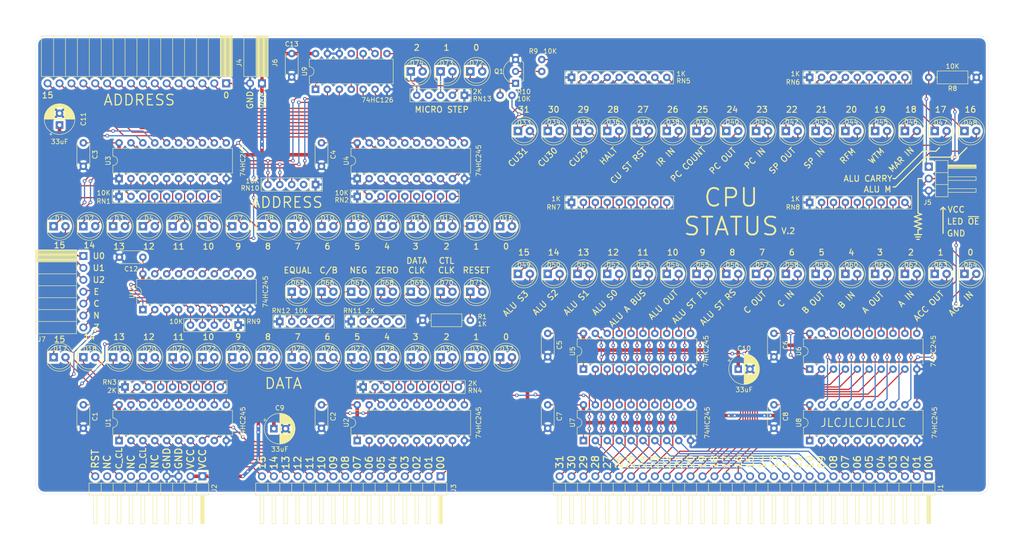
<source format=kicad_pcb>
(kicad_pcb (version 20171130) (host pcbnew "(5.1.5)-3")
  (layers (0 F.Cu signal) (31 B.Cu signal) (34 B.Paste user) (35 F.Paste user) (36 B.SilkS user) (37 F.SilkS user) (38 B.Mask user) (39 F.Mask user) (44 Edge.Cuts user))
  (net 0 "")
  (net 1 GND)
  (net 2 VCC)
  (net 3 "Net-(D1-Pad2)")
  (net 4 "Net-(D1-Pad1)")
  (net 5 "Net-(D2-Pad2)")
  (net 6 "Net-(D2-Pad1)")
  (net 7 "Net-(D3-Pad2)")
  (net 8 "Net-(D3-Pad1)")
  (net 9 "Net-(D4-Pad2)")
  (net 10 "Net-(D4-Pad1)")
  (net 11 "Net-(D5-Pad2)")
  (net 12 "Net-(D5-Pad1)")
  (net 13 "Net-(D6-Pad2)")
  (net 14 "Net-(D6-Pad1)")
  (net 15 "Net-(D7-Pad2)")
  (net 16 "Net-(D7-Pad1)")
  (net 17 "Net-(D8-Pad2)")
  (net 18 "Net-(D8-Pad1)")
  (net 19 "Net-(D9-Pad2)")
  (net 20 "Net-(D9-Pad1)")
  (net 21 "Net-(D10-Pad2)")
  (net 22 "Net-(D10-Pad1)")
  (net 23 "Net-(D11-Pad2)")
  (net 24 "Net-(D11-Pad1)")
  (net 25 "Net-(D12-Pad2)")
  (net 26 "Net-(D12-Pad1)")
  (net 27 "Net-(D13-Pad2)")
  (net 28 "Net-(D13-Pad1)")
  (net 29 "Net-(D14-Pad2)")
  (net 30 "Net-(D14-Pad1)")
  (net 31 "Net-(D15-Pad2)")
  (net 32 "Net-(D15-Pad1)")
  (net 33 "Net-(D16-Pad2)")
  (net 34 "Net-(D16-Pad1)")
  (net 35 "Net-(D17-Pad2)")
  (net 36 "Net-(D17-Pad1)")
  (net 37 "Net-(D18-Pad2)")
  (net 38 "Net-(D18-Pad1)")
  (net 39 "Net-(D19-Pad2)")
  (net 40 "Net-(D19-Pad1)")
  (net 41 "Net-(D20-Pad2)")
  (net 42 "Net-(D20-Pad1)")
  (net 43 "Net-(D21-Pad2)")
  (net 44 "Net-(D21-Pad1)")
  (net 45 "Net-(D22-Pad2)")
  (net 46 "Net-(D22-Pad1)")
  (net 47 "Net-(D23-Pad2)")
  (net 48 "Net-(D23-Pad1)")
  (net 49 "Net-(D24-Pad2)")
  (net 50 "Net-(D24-Pad1)")
  (net 51 "Net-(D25-Pad2)")
  (net 52 "Net-(D25-Pad1)")
  (net 53 "Net-(D26-Pad2)")
  (net 54 "Net-(D26-Pad1)")
  (net 55 "Net-(D27-Pad2)")
  (net 56 "Net-(D27-Pad1)")
  (net 57 "Net-(D28-Pad2)")
  (net 58 "Net-(D28-Pad1)")
  (net 59 "Net-(D29-Pad2)")
  (net 60 "Net-(D29-Pad1)")
  (net 61 "Net-(D30-Pad2)")
  (net 62 "Net-(D30-Pad1)")
  (net 63 "Net-(D31-Pad2)")
  (net 64 "Net-(D31-Pad1)")
  (net 65 "Net-(D32-Pad2)")
  (net 66 "Net-(D32-Pad1)")
  (net 67 /CU_31)
  (net 68 /CU_30)
  (net 69 /CU_29)
  (net 70 /HALT)
  (net 71 /CU_ST_RST)
  (net 72 /IR_IN)
  (net 73 /PC_COUNT)
  (net 74 /PC_OUT)
  (net 75 /PC_IN)
  (net 76 /SP_OUT)
  (net 77 /SP_IN)
  (net 78 /R_FM_MEM)
  (net 79 /W_TO_MEM)
  (net 80 /MAR_IN)
  (net 81 /ALU_CARRY)
  (net 82 /ALU_M)
  (net 83 /ALU_S3)
  (net 84 /ALU_S2)
  (net 85 /ALU_S1)
  (net 86 /ALU_S0)
  (net 87 /ALU_A_BUS)
  (net 88 /ALU_OUT)
  (net 89 /ALU_ST_FL)
  (net 90 /ALU_ST_RS)
  (net 91 /C_OUT)
  (net 92 /C_IN)
  (net 93 /B_OUT)
  (net 94 /B_IN)
  (net 95 /A_OUT)
  (net 96 /A_IN)
  (net 97 /ACC_OUT)
  (net 98 /ACC_IN)
  (net 99 "Net-(J2-Pad5)")
  (net 100 /DATA_CLK)
  (net 101 "Net-(J2-Pad7)")
  (net 102 /CTL_CLK)
  (net 103 "Net-(J2-Pad9)")
  (net 104 /RESET)
  (net 105 /BUS_00)
  (net 106 /BUS_01)
  (net 107 /BUS_02)
  (net 108 /BUS_03)
  (net 109 /BUS_04)
  (net 110 /BUS_05)
  (net 111 /BUS_06)
  (net 112 /BUS_07)
  (net 113 /BUS_08)
  (net 114 /BUS_09)
  (net 115 /BUS_10)
  (net 116 /BUS_11)
  (net 117 /BUS_12)
  (net 118 /BUS_13)
  (net 119 /BUS_14)
  (net 120 /BUS_15)
  (net 121 /MAR_15)
  (net 122 /MAR_14)
  (net 123 /MAR_13)
  (net 124 /MAR_12)
  (net 125 /MAR_11)
  (net 126 /MAR_10)
  (net 127 /MAR_09)
  (net 128 /MAR_08)
  (net 129 /MAR_07)
  (net 130 /MAR_06)
  (net 131 /MAR_05)
  (net 132 /MAR_04)
  (net 133 /MAR_03)
  (net 134 /MAR_02)
  (net 135 /MAR_01)
  (net 136 /MAR_00)
  (net 137 "Net-(D33-Pad2)")
  (net 138 "Net-(D33-Pad1)")
  (net 139 "Net-(D34-Pad2)")
  (net 140 "Net-(D34-Pad1)")
  (net 141 "Net-(D35-Pad2)")
  (net 142 "Net-(D35-Pad1)")
  (net 143 "Net-(D36-Pad2)")
  (net 144 "Net-(D36-Pad1)")
  (net 145 "Net-(D37-Pad2)")
  (net 146 "Net-(D37-Pad1)")
  (net 147 "Net-(D38-Pad2)")
  (net 148 "Net-(D38-Pad1)")
  (net 149 "Net-(D39-Pad2)")
  (net 150 "Net-(D39-Pad1)")
  (net 151 "Net-(D40-Pad2)")
  (net 152 "Net-(D40-Pad1)")
  (net 153 "Net-(D41-Pad2)")
  (net 154 "Net-(D41-Pad1)")
  (net 155 "Net-(D42-Pad2)")
  (net 156 "Net-(D42-Pad1)")
  (net 157 "Net-(D43-Pad2)")
  (net 158 "Net-(D43-Pad1)")
  (net 159 "Net-(D44-Pad2)")
  (net 160 "Net-(D44-Pad1)")
  (net 161 "Net-(D45-Pad2)")
  (net 162 "Net-(D45-Pad1)")
  (net 163 "Net-(D46-Pad2)")
  (net 164 "Net-(D46-Pad1)")
  (net 165 "Net-(D47-Pad2)")
  (net 166 "Net-(D47-Pad1)")
  (net 167 "Net-(D48-Pad2)")
  (net 168 "Net-(D48-Pad1)")
  (net 169 "Net-(D49-Pad2)")
  (net 170 "Net-(D49-Pad1)")
  (net 171 "Net-(D50-Pad2)")
  (net 172 "Net-(D50-Pad1)")
  (net 173 "Net-(D51-Pad2)")
  (net 174 "Net-(D51-Pad1)")
  (net 175 "Net-(D52-Pad2)")
  (net 176 "Net-(D52-Pad1)")
  (net 177 "Net-(D53-Pad2)")
  (net 178 "Net-(D53-Pad1)")
  (net 179 "Net-(D54-Pad2)")
  (net 180 "Net-(D54-Pad1)")
  (net 181 "Net-(D55-Pad2)")
  (net 182 "Net-(D55-Pad1)")
  (net 183 "Net-(D56-Pad2)")
  (net 184 "Net-(D56-Pad1)")
  (net 185 "Net-(D57-Pad2)")
  (net 186 "Net-(D57-Pad1)")
  (net 187 "Net-(D58-Pad2)")
  (net 188 "Net-(D58-Pad1)")
  (net 189 "Net-(D59-Pad2)")
  (net 190 "Net-(D59-Pad1)")
  (net 191 "Net-(D60-Pad2)")
  (net 192 "Net-(D60-Pad1)")
  (net 193 "Net-(D61-Pad2)")
  (net 194 "Net-(D61-Pad1)")
  (net 195 "Net-(D62-Pad2)")
  (net 196 "Net-(D62-Pad1)")
  (net 197 "Net-(D63-Pad2)")
  (net 198 "Net-(D63-Pad1)")
  (net 199 "Net-(D64-Pad2)")
  (net 200 "Net-(D64-Pad1)")
  (net 201 "Net-(D65-Pad1)")
  (net 202 "Net-(D66-Pad1)")
  (net 203 "Net-(D67-Pad1)")
  (net 204 /LED_CONTROL)
  (net 205 "Net-(U11-Pad11)")
  (net 206 "Net-(D65-Pad2)")
  (net 207 "Net-(D66-Pad2)")
  (net 208 "Net-(D67-Pad2)")
  (net 209 "Net-(D68-Pad1)")
  (net 210 "Net-(D68-Pad2)")
  (net 211 "Net-(D69-Pad1)")
  (net 212 "Net-(D69-Pad2)")
  (net 213 "Net-(D70-Pad1)")
  (net 214 "Net-(D70-Pad2)")
  (net 215 "Net-(D71-Pad1)")
  (net 216 "Net-(D71-Pad2)")
  (net 217 "Net-(D72-Pad1)")
  (net 218 "Net-(D72-Pad2)")
  (net 219 "Net-(D73-Pad1)")
  (net 220 "Net-(D73-Pad2)")
  (net 221 "Net-(D74-Pad1)")
  (net 222 "Net-(D74-Pad2)")
  (net 223 "Net-(Q1-Pad2)")
  (net 224 /CLOCK_1)
  (net 225 "Net-(U9-Pad11)")
  (net 226 /CLOCK_2)
  (net 227 /CLOCK_0)
  (net 228 /ZERO)
  (net 229 /NEGATIVE)
  (net 230 /CARRY)
  (net 231 /EQUAL)
  (net 232 "Net-(Q1-Pad1)")
  (net 233 "Net-(RN10-Pad2)")
  (net 234 "Net-(RN11-Pad4)")
  (net 235 "Net-(RN13-Pad4)")
  (net 236 "Net-(RN11-Pad5)")
  (module Resistor_THT:R_Axial_DIN0207_L6.3mm_D2.5mm_P10.16mm_Horizontal (layer F.Cu) (at 133.35 111.506)
    (fp_text reference R1 (at 12.7 -0.762) (layer F.SilkS))
    (fp_text value 1K (at 12.7 0.762) (layer F.SilkS))
    (pad 2 thru_hole oval (at 10.16 0) (size 1.6 1.6) (drill 0.8) (layers *.Cu *.Mask) (net 215 "Net-(D71-Pad1)"))
    (pad 1 thru_hole circle (at 0 0) (size 1.6 1.6) (drill 0.8) (layers *.Cu *.Mask) (net 1 GND))
  )
  (module Resistor_THT:R_Array_SIP5 (layer F.Cu) (at 102.87 111.76)
    (fp_text reference RN12 (at 0.254 -2.286) (layer F.SilkS))
    (fp_text value 10K (at 4.572 -2.286) (layer F.SilkS))
    (pad 5 thru_hole oval (at 10.16 0) (size 1.6 1.6) (drill 0.8) (layers *.Cu *.Mask) (net 209 "Net-(D68-Pad1)"))
    (pad 4 thru_hole oval (at 7.62 0) (size 1.6 1.6) (drill 0.8) (layers *.Cu *.Mask) (net 203 "Net-(D67-Pad1)"))
    (pad 3 thru_hole oval (at 5.08 0) (size 1.6 1.6) (drill 0.8) (layers *.Cu *.Mask) (net 202 "Net-(D66-Pad1)"))
    (pad 2 thru_hole oval (at 2.54 0) (size 1.6 1.6) (drill 0.8) (layers *.Cu *.Mask) (net 201 "Net-(D65-Pad1)"))
    (pad 1 thru_hole rect (at 0 0) (size 1.6 1.6) (drill 0.8) (layers *.Cu *.Mask) (net 1 GND))
  )
  (module Resistor_THT:R_Array_SIP5 (layer F.Cu) (at 142.24 63.5 180)
    (fp_text reference RN13 (at -3.81 -0.762) (layer F.SilkS))
    (fp_text value 2K (at -2.794 0.762) (layer F.SilkS))
    (pad 5 thru_hole oval (at 10.16 0 180) (size 1.6 1.6) (drill 0.8) (layers *.Cu *.Mask) (net 221 "Net-(D74-Pad1)"))
    (pad 4 thru_hole oval (at 7.62 0 180) (size 1.6 1.6) (drill 0.8) (layers *.Cu *.Mask) (net 235 "Net-(RN13-Pad4)"))
    (pad 3 thru_hole oval (at 5.08 0 180) (size 1.6 1.6) (drill 0.8) (layers *.Cu *.Mask) (net 219 "Net-(D73-Pad1)"))
    (pad 2 thru_hole oval (at 2.54 0 180) (size 1.6 1.6) (drill 0.8) (layers *.Cu *.Mask) (net 217 "Net-(D72-Pad1)"))
    (pad 1 thru_hole rect (at 0 0 180) (size 1.6 1.6) (drill 0.8) (layers *.Cu *.Mask) (net 1 GND))
  )
  (module Resistor_THT:R_Array_SIP5 (layer F.Cu) (at 118.11 111.76)
    (fp_text reference RN11 (at 0.254 -2.286) (layer F.SilkS))
    (fp_text value 2K (at 4.064 -2.286) (layer F.SilkS))
    (pad 1 thru_hole rect (at 0 0) (size 1.6 1.6) (drill 0.8) (layers *.Cu *.Mask) (net 1 GND))
    (pad 2 thru_hole oval (at 2.54 0) (size 1.6 1.6) (drill 0.8) (layers *.Cu *.Mask) (net 211 "Net-(D69-Pad1)"))
    (pad 3 thru_hole oval (at 5.08 0) (size 1.6 1.6) (drill 0.8) (layers *.Cu *.Mask) (net 213 "Net-(D70-Pad1)"))
    (pad 4 thru_hole oval (at 7.62 0) (size 1.6 1.6) (drill 0.8) (layers *.Cu *.Mask) (net 234 "Net-(RN11-Pad4)"))
    (pad 5 thru_hole oval (at 10.16 0) (size 1.6 1.6) (drill 0.8) (layers *.Cu *.Mask) (net 236 "Net-(RN11-Pad5)"))
  )
  (module Resistor_THT:R_Array_SIP5 (layer F.Cu) (at 110.49 82.55 180)
    (fp_text reference RN10 (at 13.97 -0.762) (layer F.SilkS))
    (fp_text value 10K (at 13.462 0.762) (layer F.SilkS))
    (pad 5 thru_hole oval (at 10.16 0 180) (size 1.6 1.6) (drill 0.8) (layers *.Cu *.Mask) (net 226 /CLOCK_2))
    (pad 4 thru_hole oval (at 7.62 0 180) (size 1.6 1.6) (drill 0.8) (layers *.Cu *.Mask) (net 224 /CLOCK_1))
    (pad 3 thru_hole oval (at 5.08 0 180) (size 1.6 1.6) (drill 0.8) (layers *.Cu *.Mask) (net 227 /CLOCK_0))
    (pad 2 thru_hole oval (at 2.54 0 180) (size 1.6 1.6) (drill 0.8) (layers *.Cu *.Mask) (net 233 "Net-(RN10-Pad2)"))
    (pad 1 thru_hole rect (at 0 0 180) (size 1.6 1.6) (drill 0.8) (layers *.Cu *.Mask) (net 1 GND))
  )
  (module Resistor_THT:R_Array_SIP5 (layer F.Cu) (at 93.98 112.522 180)
    (fp_text reference RN9 (at -3.302 0.762) (layer F.SilkS))
    (fp_text value 10K (at 13.208 0.762) (layer F.SilkS))
    (pad 5 thru_hole oval (at 10.16 0 180) (size 1.6 1.6) (drill 0.8) (layers *.Cu *.Mask) (net 228 /ZERO))
    (pad 4 thru_hole oval (at 7.62 0 180) (size 1.6 1.6) (drill 0.8) (layers *.Cu *.Mask) (net 229 /NEGATIVE))
    (pad 3 thru_hole oval (at 5.08 0 180) (size 1.6 1.6) (drill 0.8) (layers *.Cu *.Mask) (net 230 /CARRY))
    (pad 2 thru_hole oval (at 2.54 0 180) (size 1.6 1.6) (drill 0.8) (layers *.Cu *.Mask) (net 231 /EQUAL))
    (pad 1 thru_hole rect (at 0 0 180) (size 1.6 1.6) (drill 0.8) (layers *.Cu *.Mask) (net 1 GND))
  )
  (module Package_TO_SOT_THT:TO-92L_Inline_Wide (layer F.Cu) (at 153.162 60.96 90)
    (fp_text reference Q1 (at 2.54 -3.56 180) (layer F.SilkS))
    (fp_text value 2N3904)
    (pad 1 thru_hole rect (at 0 0 180) (size 1.5 1.5) (drill 0.8) (layers *.Cu *.Mask) (net 232 "Net-(Q1-Pad1)"))
    (pad 3 thru_hole circle (at 5.08 0 180) (size 1.5 1.5) (drill 0.8) (layers *.Cu *.Mask) (net 1 GND))
    (pad 2 thru_hole circle (at 2.54 0 180) (size 1.5 1.5) (drill 0.8) (layers *.Cu *.Mask) (net 223 "Net-(Q1-Pad2)"))
  )
  (module Connector_PinSocket_2.54mm:PinSocket_1x07_P2.54mm_Horizontal (layer F.Cu) (at 60.96 97.79)
    (fp_text reference J7 (at -8.89 17.78) (layer F.SilkS))
    (fp_text value ECNZ)
    (pad 7 thru_hole oval (at 0 15.24) (size 1.7 1.7) (drill 1) (layers *.Cu *.Mask) (net 228 /ZERO))
    (pad 6 thru_hole oval (at 0 12.7) (size 1.7 1.7) (drill 1) (layers *.Cu *.Mask) (net 229 /NEGATIVE))
    (pad 5 thru_hole oval (at 0 10.16) (size 1.7 1.7) (drill 1) (layers *.Cu *.Mask) (net 230 /CARRY))
    (pad 4 thru_hole oval (at 0 7.62) (size 1.7 1.7) (drill 1) (layers *.Cu *.Mask) (net 231 /EQUAL))
    (pad 3 thru_hole oval (at 0 5.08) (size 1.7 1.7) (drill 1) (layers *.Cu *.Mask) (net 226 /CLOCK_2))
    (pad 2 thru_hole oval (at 0 2.54) (size 1.7 1.7) (drill 1) (layers *.Cu *.Mask) (net 224 /CLOCK_1))
    (pad 1 thru_hole rect (at 0 0) (size 1.7 1.7) (drill 1) (layers *.Cu *.Mask) (net 227 /CLOCK_0))
  )
  (module Capacitor_THT:C_Disc_D4.7mm_W2.5mm_P5.00mm (layer F.Cu) (at 105.41 54.61 270)
    (fp_text reference C13 (at -2.032 0 180) (layer F.SilkS))
    (fp_text value 0.1uF)
    (pad 2 thru_hole circle (at 5 0 270) (size 1.6 1.6) (drill 0.8) (layers *.Cu *.Mask) (net 1 GND))
    (pad 1 thru_hole circle (at 0 0 270) (size 1.6 1.6) (drill 0.8) (layers *.Cu *.Mask) (net 2 VCC))
  )
  (module Package_DIP:DIP-14_W7.62mm (layer F.Cu) (at 110.49 62.23 90)
    (fp_text reference U9 (at 3.81 -2.33 90) (layer F.SilkS))
    (fp_text value 74HC126 (at -2.286 13.208 180) (layer F.SilkS))
    (pad 1 thru_hole rect (at 0 0 90) (size 1.6 1.6) (drill 0.8) (layers *.Cu *.Mask) (net 232 "Net-(Q1-Pad1)"))
    (pad 8 thru_hole oval (at 7.62 15.24 90) (size 1.6 1.6) (drill 0.8) (layers *.Cu *.Mask) (net 222 "Net-(D74-Pad2)"))
    (pad 2 thru_hole oval (at 0 2.54 90) (size 1.6 1.6) (drill 0.8) (layers *.Cu *.Mask) (net 227 /CLOCK_0))
    (pad 9 thru_hole oval (at 7.62 12.7 90) (size 1.6 1.6) (drill 0.8) (layers *.Cu *.Mask) (net 226 /CLOCK_2))
    (pad 3 thru_hole oval (at 0 5.08 90) (size 1.6 1.6) (drill 0.8) (layers *.Cu *.Mask) (net 218 "Net-(D72-Pad2)"))
    (pad 10 thru_hole oval (at 7.62 10.16 90) (size 1.6 1.6) (drill 0.8) (layers *.Cu *.Mask) (net 232 "Net-(Q1-Pad1)"))
    (pad 4 thru_hole oval (at 0 7.62 90) (size 1.6 1.6) (drill 0.8) (layers *.Cu *.Mask) (net 232 "Net-(Q1-Pad1)"))
    (pad 11 thru_hole oval (at 7.62 7.62 90) (size 1.6 1.6) (drill 0.8) (layers *.Cu *.Mask) (net 225 "Net-(U9-Pad11)"))
    (pad 5 thru_hole oval (at 0 10.16 90) (size 1.6 1.6) (drill 0.8) (layers *.Cu *.Mask) (net 224 /CLOCK_1))
    (pad 12 thru_hole oval (at 7.62 5.08 90) (size 1.6 1.6) (drill 0.8) (layers *.Cu *.Mask) (net 1 GND))
    (pad 6 thru_hole oval (at 0 12.7 90) (size 1.6 1.6) (drill 0.8) (layers *.Cu *.Mask) (net 220 "Net-(D73-Pad2)"))
    (pad 13 thru_hole oval (at 7.62 2.54 90) (size 1.6 1.6) (drill 0.8) (layers *.Cu *.Mask) (net 1 GND))
    (pad 7 thru_hole oval (at 0 15.24 90) (size 1.6 1.6) (drill 0.8) (layers *.Cu *.Mask) (net 1 GND))
    (pad 14 thru_hole oval (at 7.62 0 90) (size 1.6 1.6) (drill 0.8) (layers *.Cu *.Mask) (net 2 VCC))
  )
  (module Resistor_THT:R_Axial_DIN0207_L6.3mm_D2.5mm_P2.54mm_Vertical (layer F.Cu) (at 149.86 63.5)
    (fp_text reference R10 (at 5.08 -0.762) (layer F.SilkS))
    (fp_text value 10K (at 5.08 0.762) (layer F.SilkS))
    (pad 2 thru_hole oval (at 2.54 0) (size 1.6 1.6) (drill 0.8) (layers *.Cu *.Mask) (net 2 VCC))
    (pad 1 thru_hole circle (at 0 0) (size 1.6 1.6) (drill 0.8) (layers *.Cu *.Mask) (net 232 "Net-(Q1-Pad1)"))
  )
  (module Resistor_THT:R_Axial_DIN0207_L6.3mm_D2.5mm_P2.54mm_Vertical (layer F.Cu) (at 158.75 58.42 90)
    (fp_text reference R9 (at 4.318 -1.778 180) (layer F.SilkS))
    (fp_text value 10K (at 4.318 1.778 180) (layer F.SilkS))
    (pad 2 thru_hole oval (at 2.54 0 90) (size 1.6 1.6) (drill 0.8) (layers *.Cu *.Mask) (net 204 /LED_CONTROL))
    (pad 1 thru_hole circle (at 0 0 90) (size 1.6 1.6) (drill 0.8) (layers *.Cu *.Mask) (net 223 "Net-(Q1-Pad2)"))
  )
  (module sixteen-bit-computer:LED_D5.0mm (layer F.Cu) (at 130.81 58.42)
    (fp_text reference D74 (at 1.27 -1.778) (layer F.SilkS))
    (fp_text value LED)
    (pad 1 thru_hole rect (at 0 0) (size 1.8 1.8) (drill 0.9) (layers *.Cu *.Mask) (net 221 "Net-(D74-Pad1)"))
    (pad 2 thru_hole circle (at 2.54 0) (size 1.8 1.8) (drill 0.9) (layers *.Cu *.Mask) (net 222 "Net-(D74-Pad2)"))
  )
  (module sixteen-bit-computer:LED_D5.0mm (layer F.Cu) (at 137.16 58.42)
    (fp_text reference D73 (at 1.27 -1.778) (layer F.SilkS))
    (fp_text value LED)
    (pad 1 thru_hole rect (at 0 0) (size 1.8 1.8) (drill 0.9) (layers *.Cu *.Mask) (net 219 "Net-(D73-Pad1)"))
    (pad 2 thru_hole circle (at 2.54 0) (size 1.8 1.8) (drill 0.9) (layers *.Cu *.Mask) (net 220 "Net-(D73-Pad2)"))
  )
  (module sixteen-bit-computer:LED_D5.0mm (layer F.Cu) (at 143.51 58.42)
    (fp_text reference D72 (at 1.27 -1.778) (layer F.SilkS))
    (fp_text value LED)
    (pad 1 thru_hole rect (at 0 0) (size 1.8 1.8) (drill 0.9) (layers *.Cu *.Mask) (net 217 "Net-(D72-Pad1)"))
    (pad 2 thru_hole circle (at 2.54 0) (size 1.8 1.8) (drill 0.9) (layers *.Cu *.Mask) (net 218 "Net-(D72-Pad2)"))
  )
  (module Resistor_THT:R_Axial_DIN0207_L6.3mm_D2.5mm_P10.16mm_Horizontal (layer F.Cu) (at 251.46 59.69 180)
    (fp_text reference R8 (at 5.08 -2.37) (layer F.SilkS))
    (fp_text value 10K (at 5.08 2.37) (layer F.SilkS))
    (pad 2 thru_hole oval (at 10.16 0 180) (size 1.6 1.6) (drill 0.8) (layers *.Cu *.Mask) (net 204 /LED_CONTROL))
    (pad 1 thru_hole circle (at 0 0 180) (size 1.6 1.6) (drill 0.8) (layers *.Cu *.Mask) (net 1 GND))
  )
  (module sixteen-bit-computer:LED_D5.0mm (layer F.Cu) (at 143.51 105.41)
    (fp_text reference D71 (at 1.27 -1.928) (layer F.SilkS))
    (fp_text value LED)
    (pad 1 thru_hole rect (at 0 0) (size 1.8 1.8) (drill 0.9) (layers *.Cu *.Mask) (net 215 "Net-(D71-Pad1)"))
    (pad 2 thru_hole circle (at 2.54 0) (size 1.8 1.8) (drill 0.9) (layers *.Cu *.Mask) (net 216 "Net-(D71-Pad2)"))
  )
  (module sixteen-bit-computer:LED_D5.0mm (layer F.Cu) (at 137.16 105.41)
    (fp_text reference D70 (at 1.27 -1.928) (layer F.SilkS))
    (fp_text value LED)
    (pad 1 thru_hole rect (at 0 0) (size 1.8 1.8) (drill 0.9) (layers *.Cu *.Mask) (net 213 "Net-(D70-Pad1)"))
    (pad 2 thru_hole circle (at 2.54 0) (size 1.8 1.8) (drill 0.9) (layers *.Cu *.Mask) (net 214 "Net-(D70-Pad2)"))
  )
  (module sixteen-bit-computer:LED_D5.0mm (layer F.Cu) (at 130.81 105.41)
    (fp_text reference D69 (at 1.27 -1.928) (layer F.SilkS))
    (fp_text value LED)
    (pad 1 thru_hole rect (at 0 0) (size 1.8 1.8) (drill 0.9) (layers *.Cu *.Mask) (net 211 "Net-(D69-Pad1)"))
    (pad 2 thru_hole circle (at 2.54 0) (size 1.8 1.8) (drill 0.9) (layers *.Cu *.Mask) (net 212 "Net-(D69-Pad2)"))
  )
  (module sixteen-bit-computer:LED_D5.0mm (layer F.Cu) (at 124.46 105.41)
    (fp_text reference D68 (at 1.27 -1.928) (layer F.SilkS))
    (fp_text value LED)
    (pad 1 thru_hole rect (at 0 0) (size 1.8 1.8) (drill 0.9) (layers *.Cu *.Mask) (net 209 "Net-(D68-Pad1)"))
    (pad 2 thru_hole circle (at 2.54 0) (size 1.8 1.8) (drill 0.9) (layers *.Cu *.Mask) (net 210 "Net-(D68-Pad2)"))
  )
  (module sixteen-bit-computer:LED_D5.0mm (layer F.Cu) (at 118.11 105.41)
    (fp_text reference D67 (at 1.27 -1.928) (layer F.SilkS))
    (fp_text value LED)
    (pad 1 thru_hole rect (at 0 0) (size 1.8 1.8) (drill 0.9) (layers *.Cu *.Mask) (net 203 "Net-(D67-Pad1)"))
    (pad 2 thru_hole circle (at 2.54 0) (size 1.8 1.8) (drill 0.9) (layers *.Cu *.Mask) (net 208 "Net-(D67-Pad2)"))
  )
  (module sixteen-bit-computer:LED_D5.0mm (layer F.Cu) (at 111.76 105.41)
    (fp_text reference D66 (at 1.27 -1.928) (layer F.SilkS))
    (fp_text value LED)
    (pad 1 thru_hole rect (at 0 0) (size 1.8 1.8) (drill 0.9) (layers *.Cu *.Mask) (net 202 "Net-(D66-Pad1)"))
    (pad 2 thru_hole circle (at 2.54 0) (size 1.8 1.8) (drill 0.9) (layers *.Cu *.Mask) (net 207 "Net-(D66-Pad2)"))
  )
  (module sixteen-bit-computer:LED_D5.0mm (layer F.Cu) (at 105.41 105.41)
    (fp_text reference D65 (at 1.27 -1.928) (layer F.SilkS))
    (fp_text value LED)
    (pad 1 thru_hole rect (at 0 0) (size 1.8 1.8) (drill 0.9) (layers *.Cu *.Mask) (net 201 "Net-(D65-Pad1)"))
    (pad 2 thru_hole circle (at 2.54 0) (size 1.8 1.8) (drill 0.9) (layers *.Cu *.Mask) (net 206 "Net-(D65-Pad2)"))
  )
  (module Capacitor_THT:C_Disc_D4.7mm_W2.5mm_P5.00mm (layer F.Cu) (at 73.66 98.044 180)
    (fp_text reference C12 (at 2.5 -2.5) (layer F.SilkS))
    (fp_text value 0.1uF)
    (pad 2 thru_hole circle (at 5 0 180) (size 1.6 1.6) (drill 0.8) (layers *.Cu *.Mask) (net 1 GND))
    (pad 1 thru_hole circle (at 0 0 180) (size 1.6 1.6) (drill 0.8) (layers *.Cu *.Mask) (net 2 VCC))
  )
  (module Package_DIP:DIP-20_W7.62mm (layer F.Cu) (at 73.66 109.22 90)
    (fp_text reference U11 (at 3.81 -2.33 90) (layer F.SilkS))
    (fp_text value 74HC245 (at 3.81 26.162 90) (layer F.SilkS))
    (pad 20 thru_hole oval (at 7.62 0 90) (size 1.6 1.6) (drill 0.8) (layers *.Cu *.Mask) (net 2 VCC))
    (pad 10 thru_hole oval (at 0 22.86 90) (size 1.6 1.6) (drill 0.8) (layers *.Cu *.Mask) (net 1 GND))
    (pad 19 thru_hole oval (at 7.62 2.54 90) (size 1.6 1.6) (drill 0.8) (layers *.Cu *.Mask) (net 204 /LED_CONTROL))
    (pad 9 thru_hole oval (at 0 20.32 90) (size 1.6 1.6) (drill 0.8) (layers *.Cu *.Mask) (net 1 GND))
    (pad 18 thru_hole oval (at 7.62 5.08 90) (size 1.6 1.6) (drill 0.8) (layers *.Cu *.Mask) (net 216 "Net-(D71-Pad2)"))
    (pad 8 thru_hole oval (at 0 17.78 90) (size 1.6 1.6) (drill 0.8) (layers *.Cu *.Mask) (net 231 /EQUAL))
    (pad 17 thru_hole oval (at 7.62 7.62 90) (size 1.6 1.6) (drill 0.8) (layers *.Cu *.Mask) (net 214 "Net-(D70-Pad2)"))
    (pad 7 thru_hole oval (at 0 15.24 90) (size 1.6 1.6) (drill 0.8) (layers *.Cu *.Mask) (net 230 /CARRY))
    (pad 16 thru_hole oval (at 7.62 10.16 90) (size 1.6 1.6) (drill 0.8) (layers *.Cu *.Mask) (net 212 "Net-(D69-Pad2)"))
    (pad 6 thru_hole oval (at 0 12.7 90) (size 1.6 1.6) (drill 0.8) (layers *.Cu *.Mask) (net 229 /NEGATIVE))
    (pad 15 thru_hole oval (at 7.62 12.7 90) (size 1.6 1.6) (drill 0.8) (layers *.Cu *.Mask) (net 210 "Net-(D68-Pad2)"))
    (pad 5 thru_hole oval (at 0 10.16 90) (size 1.6 1.6) (drill 0.8) (layers *.Cu *.Mask) (net 228 /ZERO))
    (pad 14 thru_hole oval (at 7.62 15.24 90) (size 1.6 1.6) (drill 0.8) (layers *.Cu *.Mask) (net 208 "Net-(D67-Pad2)"))
    (pad 4 thru_hole oval (at 0 7.62 90) (size 1.6 1.6) (drill 0.8) (layers *.Cu *.Mask) (net 102 /CTL_CLK))
    (pad 13 thru_hole oval (at 7.62 17.78 90) (size 1.6 1.6) (drill 0.8) (layers *.Cu *.Mask) (net 207 "Net-(D66-Pad2)"))
    (pad 3 thru_hole oval (at 0 5.08 90) (size 1.6 1.6) (drill 0.8) (layers *.Cu *.Mask) (net 100 /DATA_CLK))
    (pad 12 thru_hole oval (at 7.62 20.32 90) (size 1.6 1.6) (drill 0.8) (layers *.Cu *.Mask) (net 206 "Net-(D65-Pad2)"))
    (pad 2 thru_hole oval (at 0 2.54 90) (size 1.6 1.6) (drill 0.8) (layers *.Cu *.Mask) (net 104 /RESET))
    (pad 11 thru_hole oval (at 7.62 22.86 90) (size 1.6 1.6) (drill 0.8) (layers *.Cu *.Mask) (net 205 "Net-(U11-Pad11)"))
    (pad 1 thru_hole rect (at 0 0 90) (size 1.6 1.6) (drill 0.8) (layers *.Cu *.Mask) (net 2 VCC))
  )
  (module Resistor_THT:R_Array_SIP9 (layer F.Cu) (at 119.38 85.09)
    (fp_text reference RN2 (at -3.302 0.762) (layer F.SilkS))
    (fp_text value 10K (at -3.302 -0.762) (layer F.SilkS))
    (pad 9 thru_hole oval (at 20.32 0) (size 1.6 1.6) (drill 0.8) (layers *.Cu *.Mask) (net 34 "Net-(D16-Pad1)"))
    (pad 8 thru_hole oval (at 17.78 0) (size 1.6 1.6) (drill 0.8) (layers *.Cu *.Mask) (net 32 "Net-(D15-Pad1)"))
    (pad 7 thru_hole oval (at 15.24 0) (size 1.6 1.6) (drill 0.8) (layers *.Cu *.Mask) (net 30 "Net-(D14-Pad1)"))
    (pad 6 thru_hole oval (at 12.7 0) (size 1.6 1.6) (drill 0.8) (layers *.Cu *.Mask) (net 28 "Net-(D13-Pad1)"))
    (pad 5 thru_hole oval (at 10.16 0) (size 1.6 1.6) (drill 0.8) (layers *.Cu *.Mask) (net 26 "Net-(D12-Pad1)"))
    (pad 4 thru_hole oval (at 7.62 0) (size 1.6 1.6) (drill 0.8) (layers *.Cu *.Mask) (net 24 "Net-(D11-Pad1)"))
    (pad 3 thru_hole oval (at 5.08 0) (size 1.6 1.6) (drill 0.8) (layers *.Cu *.Mask) (net 22 "Net-(D10-Pad1)"))
    (pad 2 thru_hole oval (at 2.54 0) (size 1.6 1.6) (drill 0.8) (layers *.Cu *.Mask) (net 20 "Net-(D9-Pad1)"))
    (pad 1 thru_hole rect (at 0 0) (size 1.6 1.6) (drill 0.8) (layers *.Cu *.Mask) (net 1 GND))
  )
  (module Package_DIP:DIP-20_W7.62mm (layer F.Cu) (at 119.38 137.16 90)
    (fp_text reference U2 (at 3.81 -2.33 90) (layer F.SilkS))
    (fp_text value 74HC245 (at 3.81 25.908 90) (layer F.SilkS))
    (pad 20 thru_hole oval (at 7.62 0 90) (size 1.6 1.6) (drill 0.8) (layers *.Cu *.Mask) (net 2 VCC))
    (pad 10 thru_hole oval (at 0 22.86 90) (size 1.6 1.6) (drill 0.8) (layers *.Cu *.Mask) (net 1 GND))
    (pad 19 thru_hole oval (at 7.62 2.54 90) (size 1.6 1.6) (drill 0.8) (layers *.Cu *.Mask) (net 204 /LED_CONTROL))
    (pad 9 thru_hole oval (at 0 20.32 90) (size 1.6 1.6) (drill 0.8) (layers *.Cu *.Mask) (net 105 /BUS_00))
    (pad 18 thru_hole oval (at 7.62 5.08 90) (size 1.6 1.6) (drill 0.8) (layers *.Cu *.Mask) (net 51 "Net-(D25-Pad2)"))
    (pad 8 thru_hole oval (at 0 17.78 90) (size 1.6 1.6) (drill 0.8) (layers *.Cu *.Mask) (net 106 /BUS_01))
    (pad 17 thru_hole oval (at 7.62 7.62 90) (size 1.6 1.6) (drill 0.8) (layers *.Cu *.Mask) (net 53 "Net-(D26-Pad2)"))
    (pad 7 thru_hole oval (at 0 15.24 90) (size 1.6 1.6) (drill 0.8) (layers *.Cu *.Mask) (net 107 /BUS_02))
    (pad 16 thru_hole oval (at 7.62 10.16 90) (size 1.6 1.6) (drill 0.8) (layers *.Cu *.Mask) (net 55 "Net-(D27-Pad2)"))
    (pad 6 thru_hole oval (at 0 12.7 90) (size 1.6 1.6) (drill 0.8) (layers *.Cu *.Mask) (net 108 /BUS_03))
    (pad 15 thru_hole oval (at 7.62 12.7 90) (size 1.6 1.6) (drill 0.8) (layers *.Cu *.Mask) (net 57 "Net-(D28-Pad2)"))
    (pad 5 thru_hole oval (at 0 10.16 90) (size 1.6 1.6) (drill 0.8) (layers *.Cu *.Mask) (net 109 /BUS_04))
    (pad 14 thru_hole oval (at 7.62 15.24 90) (size 1.6 1.6) (drill 0.8) (layers *.Cu *.Mask) (net 59 "Net-(D29-Pad2)"))
    (pad 4 thru_hole oval (at 0 7.62 90) (size 1.6 1.6) (drill 0.8) (layers *.Cu *.Mask) (net 110 /BUS_05))
    (pad 13 thru_hole oval (at 7.62 17.78 90) (size 1.6 1.6) (drill 0.8) (layers *.Cu *.Mask) (net 61 "Net-(D30-Pad2)"))
    (pad 3 thru_hole oval (at 0 5.08 90) (size 1.6 1.6) (drill 0.8) (layers *.Cu *.Mask) (net 111 /BUS_06))
    (pad 12 thru_hole oval (at 7.62 20.32 90) (size 1.6 1.6) (drill 0.8) (layers *.Cu *.Mask) (net 63 "Net-(D31-Pad2)"))
    (pad 2 thru_hole oval (at 0 2.54 90) (size 1.6 1.6) (drill 0.8) (layers *.Cu *.Mask) (net 112 /BUS_07))
    (pad 11 thru_hole oval (at 7.62 22.86 90) (size 1.6 1.6) (drill 0.8) (layers *.Cu *.Mask) (net 65 "Net-(D32-Pad2)"))
    (pad 1 thru_hole rect (at 0 0 90) (size 1.6 1.6) (drill 0.8) (layers *.Cu *.Mask) (net 2 VCC))
  )
  (module sixteen-bit-computer:LED_D5.0mm (layer F.Cu) (at 248.92 101.6)
    (fp_text reference D64 (at 1.27 -1.928) (layer F.SilkS))
    (fp_text value LED)
    (pad 1 thru_hole rect (at 0 0) (size 1.8 1.8) (drill 0.9) (layers *.Cu *.Mask) (net 200 "Net-(D64-Pad1)"))
    (pad 2 thru_hole circle (at 2.54 0) (size 1.8 1.8) (drill 0.9) (layers *.Cu *.Mask) (net 199 "Net-(D64-Pad2)"))
  )
  (module sixteen-bit-computer:LED_D5.0mm (layer F.Cu) (at 242.57 101.6)
    (fp_text reference D63 (at 1.27 -1.928) (layer F.SilkS))
    (fp_text value LED)
    (pad 1 thru_hole rect (at 0 0) (size 1.8 1.8) (drill 0.9) (layers *.Cu *.Mask) (net 198 "Net-(D63-Pad1)"))
    (pad 2 thru_hole circle (at 2.54 0) (size 1.8 1.8) (drill 0.9) (layers *.Cu *.Mask) (net 197 "Net-(D63-Pad2)"))
  )
  (module sixteen-bit-computer:LED_D5.0mm (layer F.Cu) (at 236.22 101.6)
    (fp_text reference D62 (at 1.27 -1.928) (layer F.SilkS))
    (fp_text value LED)
    (pad 1 thru_hole rect (at 0 0) (size 1.8 1.8) (drill 0.9) (layers *.Cu *.Mask) (net 196 "Net-(D62-Pad1)"))
    (pad 2 thru_hole circle (at 2.54 0) (size 1.8 1.8) (drill 0.9) (layers *.Cu *.Mask) (net 195 "Net-(D62-Pad2)"))
  )
  (module sixteen-bit-computer:LED_D5.0mm (layer F.Cu) (at 229.87 101.6)
    (fp_text reference D61 (at 1.27 -1.928) (layer F.SilkS))
    (fp_text value LED)
    (pad 1 thru_hole rect (at 0 0) (size 1.8 1.8) (drill 0.9) (layers *.Cu *.Mask) (net 194 "Net-(D61-Pad1)"))
    (pad 2 thru_hole circle (at 2.54 0) (size 1.8 1.8) (drill 0.9) (layers *.Cu *.Mask) (net 193 "Net-(D61-Pad2)"))
  )
  (module sixteen-bit-computer:LED_D5.0mm (layer F.Cu) (at 223.52 101.6)
    (fp_text reference D60 (at 1.27 -1.928) (layer F.SilkS))
    (fp_text value LED)
    (pad 1 thru_hole rect (at 0 0) (size 1.8 1.8) (drill 0.9) (layers *.Cu *.Mask) (net 192 "Net-(D60-Pad1)"))
    (pad 2 thru_hole circle (at 2.54 0) (size 1.8 1.8) (drill 0.9) (layers *.Cu *.Mask) (net 191 "Net-(D60-Pad2)"))
  )
  (module sixteen-bit-computer:LED_D5.0mm (layer F.Cu) (at 217.17 101.6)
    (fp_text reference D59 (at 1.27 -1.928) (layer F.SilkS))
    (fp_text value LED)
    (pad 1 thru_hole rect (at 0 0) (size 1.8 1.8) (drill 0.9) (layers *.Cu *.Mask) (net 190 "Net-(D59-Pad1)"))
    (pad 2 thru_hole circle (at 2.54 0) (size 1.8 1.8) (drill 0.9) (layers *.Cu *.Mask) (net 189 "Net-(D59-Pad2)"))
  )
  (module sixteen-bit-computer:LED_D5.0mm (layer F.Cu) (at 210.82 101.6)
    (fp_text reference D58 (at 1.27 -1.928) (layer F.SilkS))
    (fp_text value LED)
    (pad 1 thru_hole rect (at 0 0) (size 1.8 1.8) (drill 0.9) (layers *.Cu *.Mask) (net 188 "Net-(D58-Pad1)"))
    (pad 2 thru_hole circle (at 2.54 0) (size 1.8 1.8) (drill 0.9) (layers *.Cu *.Mask) (net 187 "Net-(D58-Pad2)"))
  )
  (module sixteen-bit-computer:LED_D5.0mm (layer F.Cu) (at 204.47 101.6)
    (fp_text reference D57 (at 1.27 -1.928) (layer F.SilkS))
    (fp_text value LED)
    (pad 1 thru_hole rect (at 0 0) (size 1.8 1.8) (drill 0.9) (layers *.Cu *.Mask) (net 186 "Net-(D57-Pad1)"))
    (pad 2 thru_hole circle (at 2.54 0) (size 1.8 1.8) (drill 0.9) (layers *.Cu *.Mask) (net 185 "Net-(D57-Pad2)"))
  )
  (module sixteen-bit-computer:LED_D5.0mm (layer F.Cu) (at 198.12 101.6)
    (fp_text reference D56 (at 1.27 -1.928) (layer F.SilkS))
    (fp_text value LED)
    (pad 1 thru_hole rect (at 0 0) (size 1.8 1.8) (drill 0.9) (layers *.Cu *.Mask) (net 184 "Net-(D56-Pad1)"))
    (pad 2 thru_hole circle (at 2.54 0) (size 1.8 1.8) (drill 0.9) (layers *.Cu *.Mask) (net 183 "Net-(D56-Pad2)"))
  )
  (module sixteen-bit-computer:LED_D5.0mm (layer F.Cu) (at 191.77 101.6)
    (fp_text reference D55 (at 1.27 -1.928) (layer F.SilkS))
    (fp_text value LED)
    (pad 1 thru_hole rect (at 0 0) (size 1.8 1.8) (drill 0.9) (layers *.Cu *.Mask) (net 182 "Net-(D55-Pad1)"))
    (pad 2 thru_hole circle (at 2.54 0) (size 1.8 1.8) (drill 0.9) (layers *.Cu *.Mask) (net 181 "Net-(D55-Pad2)"))
  )
  (module sixteen-bit-computer:LED_D5.0mm (layer F.Cu) (at 185.42 101.6)
    (fp_text reference D54 (at 1.27 -1.928) (layer F.SilkS))
    (fp_text value LED)
    (pad 1 thru_hole rect (at 0 0) (size 1.8 1.8) (drill 0.9) (layers *.Cu *.Mask) (net 180 "Net-(D54-Pad1)"))
    (pad 2 thru_hole circle (at 2.54 0) (size 1.8 1.8) (drill 0.9) (layers *.Cu *.Mask) (net 179 "Net-(D54-Pad2)"))
  )
  (module sixteen-bit-computer:LED_D5.0mm (layer F.Cu) (at 179.07 101.6)
    (fp_text reference D53 (at 1.27 -1.928) (layer F.SilkS))
    (fp_text value LED)
    (pad 1 thru_hole rect (at 0 0) (size 1.8 1.8) (drill 0.9) (layers *.Cu *.Mask) (net 178 "Net-(D53-Pad1)"))
    (pad 2 thru_hole circle (at 2.54 0) (size 1.8 1.8) (drill 0.9) (layers *.Cu *.Mask) (net 177 "Net-(D53-Pad2)"))
  )
  (module sixteen-bit-computer:LED_D5.0mm (layer F.Cu) (at 172.72 101.6)
    (fp_text reference D52 (at 1.27 -1.928) (layer F.SilkS))
    (fp_text value LED)
    (pad 1 thru_hole rect (at 0 0) (size 1.8 1.8) (drill 0.9) (layers *.Cu *.Mask) (net 176 "Net-(D52-Pad1)"))
    (pad 2 thru_hole circle (at 2.54 0) (size 1.8 1.8) (drill 0.9) (layers *.Cu *.Mask) (net 175 "Net-(D52-Pad2)"))
  )
  (module sixteen-bit-computer:LED_D5.0mm (layer F.Cu) (at 166.37 101.6)
    (fp_text reference D51 (at 1.27 -1.928) (layer F.SilkS))
    (fp_text value LED)
    (pad 1 thru_hole rect (at 0 0) (size 1.8 1.8) (drill 0.9) (layers *.Cu *.Mask) (net 174 "Net-(D51-Pad1)"))
    (pad 2 thru_hole circle (at 2.54 0) (size 1.8 1.8) (drill 0.9) (layers *.Cu *.Mask) (net 173 "Net-(D51-Pad2)"))
  )
  (module sixteen-bit-computer:LED_D5.0mm (layer F.Cu) (at 160.02 101.6)
    (fp_text reference D50 (at 1.27 -1.928) (layer F.SilkS))
    (fp_text value LED)
    (pad 1 thru_hole rect (at 0 0) (size 1.8 1.8) (drill 0.9) (layers *.Cu *.Mask) (net 172 "Net-(D50-Pad1)"))
    (pad 2 thru_hole circle (at 2.54 0) (size 1.8 1.8) (drill 0.9) (layers *.Cu *.Mask) (net 171 "Net-(D50-Pad2)"))
  )
  (module sixteen-bit-computer:LED_D5.0mm (layer F.Cu) (at 153.67 101.6)
    (fp_text reference D49 (at 1.27 -1.928) (layer F.SilkS))
    (fp_text value LED)
    (pad 1 thru_hole rect (at 0 0) (size 1.8 1.8) (drill 0.9) (layers *.Cu *.Mask) (net 170 "Net-(D49-Pad1)"))
    (pad 2 thru_hole circle (at 2.54 0) (size 1.8 1.8) (drill 0.9) (layers *.Cu *.Mask) (net 169 "Net-(D49-Pad2)"))
  )
  (module sixteen-bit-computer:LED_D5.0mm (layer F.Cu) (at 248.92 71.12)
    (fp_text reference D48 (at 1.27 -1.778) (layer F.SilkS))
    (fp_text value LED)
    (pad 1 thru_hole rect (at 0 0) (size 1.8 1.8) (drill 0.9) (layers *.Cu *.Mask) (net 168 "Net-(D48-Pad1)"))
    (pad 2 thru_hole circle (at 2.54 0) (size 1.8 1.8) (drill 0.9) (layers *.Cu *.Mask) (net 167 "Net-(D48-Pad2)"))
  )
  (module sixteen-bit-computer:LED_D5.0mm (layer F.Cu) (at 242.57 71.12)
    (fp_text reference D47 (at 1.27 -1.778) (layer F.SilkS))
    (fp_text value LED)
    (pad 1 thru_hole rect (at 0 0) (size 1.8 1.8) (drill 0.9) (layers *.Cu *.Mask) (net 166 "Net-(D47-Pad1)"))
    (pad 2 thru_hole circle (at 2.54 0) (size 1.8 1.8) (drill 0.9) (layers *.Cu *.Mask) (net 165 "Net-(D47-Pad2)"))
  )
  (module sixteen-bit-computer:LED_D5.0mm (layer F.Cu) (at 236.22 71.12)
    (fp_text reference D46 (at 1.27 -1.928) (layer F.SilkS))
    (fp_text value LED)
    (pad 1 thru_hole rect (at 0 0) (size 1.8 1.8) (drill 0.9) (layers *.Cu *.Mask) (net 164 "Net-(D46-Pad1)"))
    (pad 2 thru_hole circle (at 2.54 0) (size 1.8 1.8) (drill 0.9) (layers *.Cu *.Mask) (net 163 "Net-(D46-Pad2)"))
  )
  (module sixteen-bit-computer:LED_D5.0mm (layer F.Cu) (at 229.87 71.12)
    (fp_text reference D45 (at 1.27 -1.928) (layer F.SilkS))
    (fp_text value LED)
    (pad 1 thru_hole rect (at 0 0) (size 1.8 1.8) (drill 0.9) (layers *.Cu *.Mask) (net 162 "Net-(D45-Pad1)"))
    (pad 2 thru_hole circle (at 2.54 0) (size 1.8 1.8) (drill 0.9) (layers *.Cu *.Mask) (net 161 "Net-(D45-Pad2)"))
  )
  (module sixteen-bit-computer:LED_D5.0mm (layer F.Cu) (at 223.52 71.12)
    (fp_text reference D44 (at 1.27 -1.928) (layer F.SilkS))
    (fp_text value LED)
    (pad 1 thru_hole rect (at 0 0) (size 1.8 1.8) (drill 0.9) (layers *.Cu *.Mask) (net 160 "Net-(D44-Pad1)"))
    (pad 2 thru_hole circle (at 2.54 0) (size 1.8 1.8) (drill 0.9) (layers *.Cu *.Mask) (net 159 "Net-(D44-Pad2)"))
  )
  (module sixteen-bit-computer:LED_D5.0mm (layer F.Cu) (at 217.17 71.12)
    (fp_text reference D43 (at 1.27 -1.928) (layer F.SilkS))
    (fp_text value LED)
    (pad 1 thru_hole rect (at 0 0) (size 1.8 1.8) (drill 0.9) (layers *.Cu *.Mask) (net 158 "Net-(D43-Pad1)"))
    (pad 2 thru_hole circle (at 2.54 0) (size 1.8 1.8) (drill 0.9) (layers *.Cu *.Mask) (net 157 "Net-(D43-Pad2)"))
  )
  (module sixteen-bit-computer:LED_D5.0mm (layer F.Cu) (at 210.82 71.12)
    (fp_text reference D42 (at 1.27 -1.928) (layer F.SilkS))
    (fp_text value LED)
    (pad 1 thru_hole rect (at 0 0) (size 1.8 1.8) (drill 0.9) (layers *.Cu *.Mask) (net 156 "Net-(D42-Pad1)"))
    (pad 2 thru_hole circle (at 2.54 0) (size 1.8 1.8) (drill 0.9) (layers *.Cu *.Mask) (net 155 "Net-(D42-Pad2)"))
  )
  (module sixteen-bit-computer:LED_D5.0mm (layer F.Cu) (at 204.47 71.12)
    (fp_text reference D41 (at 1.27 -1.928) (layer F.SilkS))
    (fp_text value LED)
    (pad 1 thru_hole rect (at 0 0) (size 1.8 1.8) (drill 0.9) (layers *.Cu *.Mask) (net 154 "Net-(D41-Pad1)"))
    (pad 2 thru_hole circle (at 2.54 0) (size 1.8 1.8) (drill 0.9) (layers *.Cu *.Mask) (net 153 "Net-(D41-Pad2)"))
  )
  (module sixteen-bit-computer:LED_D5.0mm (layer F.Cu) (at 198.12 71.12)
    (fp_text reference D40 (at 1.27 -1.928) (layer F.SilkS))
    (fp_text value LED)
    (pad 1 thru_hole rect (at 0 0) (size 1.8 1.8) (drill 0.9) (layers *.Cu *.Mask) (net 152 "Net-(D40-Pad1)"))
    (pad 2 thru_hole circle (at 2.54 0) (size 1.8 1.8) (drill 0.9) (layers *.Cu *.Mask) (net 151 "Net-(D40-Pad2)"))
  )
  (module sixteen-bit-computer:LED_D5.0mm (layer F.Cu) (at 191.77 71.12)
    (fp_text reference D39 (at 1.27 -1.928) (layer F.SilkS))
    (fp_text value LED)
    (pad 1 thru_hole rect (at 0 0) (size 1.8 1.8) (drill 0.9) (layers *.Cu *.Mask) (net 150 "Net-(D39-Pad1)"))
    (pad 2 thru_hole circle (at 2.54 0) (size 1.8 1.8) (drill 0.9) (layers *.Cu *.Mask) (net 149 "Net-(D39-Pad2)"))
  )
  (module sixteen-bit-computer:LED_D5.0mm (layer F.Cu) (at 185.42 71.12)
    (fp_text reference D38 (at 1.27 -1.928) (layer F.SilkS))
    (fp_text value LED)
    (pad 1 thru_hole rect (at 0 0) (size 1.8 1.8) (drill 0.9) (layers *.Cu *.Mask) (net 148 "Net-(D38-Pad1)"))
    (pad 2 thru_hole circle (at 2.54 0) (size 1.8 1.8) (drill 0.9) (layers *.Cu *.Mask) (net 147 "Net-(D38-Pad2)"))
  )
  (module sixteen-bit-computer:LED_D5.0mm (layer F.Cu) (at 179.07 71.12)
    (fp_text reference D37 (at 1.27 -1.928) (layer F.SilkS))
    (fp_text value LED)
    (pad 1 thru_hole rect (at 0 0) (size 1.8 1.8) (drill 0.9) (layers *.Cu *.Mask) (net 146 "Net-(D37-Pad1)"))
    (pad 2 thru_hole circle (at 2.54 0) (size 1.8 1.8) (drill 0.9) (layers *.Cu *.Mask) (net 145 "Net-(D37-Pad2)"))
  )
  (module sixteen-bit-computer:LED_D5.0mm (layer F.Cu) (at 172.72 71.12)
    (fp_text reference D36 (at 1.27 -1.928) (layer F.SilkS))
    (fp_text value LED)
    (pad 1 thru_hole rect (at 0 0) (size 1.8 1.8) (drill 0.9) (layers *.Cu *.Mask) (net 144 "Net-(D36-Pad1)"))
    (pad 2 thru_hole circle (at 2.54 0) (size 1.8 1.8) (drill 0.9) (layers *.Cu *.Mask) (net 143 "Net-(D36-Pad2)"))
  )
  (module sixteen-bit-computer:LED_D5.0mm (layer F.Cu) (at 166.37 71.12)
    (fp_text reference D35 (at 1.27 -1.928) (layer F.SilkS))
    (fp_text value LED)
    (pad 1 thru_hole rect (at 0 0) (size 1.8 1.8) (drill 0.9) (layers *.Cu *.Mask) (net 142 "Net-(D35-Pad1)"))
    (pad 2 thru_hole circle (at 2.54 0) (size 1.8 1.8) (drill 0.9) (layers *.Cu *.Mask) (net 141 "Net-(D35-Pad2)"))
  )
  (module sixteen-bit-computer:LED_D5.0mm (layer F.Cu) (at 160.02 71.12)
    (fp_text reference D34 (at 1.27 -1.928) (layer F.SilkS))
    (fp_text value LED)
    (pad 1 thru_hole rect (at 0 0) (size 1.8 1.8) (drill 0.9) (layers *.Cu *.Mask) (net 140 "Net-(D34-Pad1)"))
    (pad 2 thru_hole circle (at 2.54 0) (size 1.8 1.8) (drill 0.9) (layers *.Cu *.Mask) (net 139 "Net-(D34-Pad2)"))
  )
  (module sixteen-bit-computer:LED_D5.0mm (layer F.Cu) (at 153.67 71.12)
    (fp_text reference D33 (at 1.27 -1.778) (layer F.SilkS))
    (fp_text value LED)
    (pad 1 thru_hole rect (at 0 0) (size 1.8 1.8) (drill 0.9) (layers *.Cu *.Mask) (net 138 "Net-(D33-Pad1)"))
    (pad 2 thru_hole circle (at 2.54 0) (size 1.8 1.8) (drill 0.9) (layers *.Cu *.Mask) (net 137 "Net-(D33-Pad2)"))
  )
  (module sixteen-bit-computer:LED_D5.0mm (layer F.Cu) (at 149.86 119.38)
    (fp_text reference D32 (at 1.397 -1.801) (layer F.SilkS))
    (fp_text value LED)
    (pad 1 thru_hole rect (at 0 0) (size 1.8 1.8) (drill 0.9) (layers *.Cu *.Mask) (net 66 "Net-(D32-Pad1)"))
    (pad 2 thru_hole circle (at 2.54 0) (size 1.8 1.8) (drill 0.9) (layers *.Cu *.Mask) (net 65 "Net-(D32-Pad2)"))
  )
  (module sixteen-bit-computer:LED_D5.0mm (layer F.Cu) (at 143.51 119.38)
    (fp_text reference D31 (at 1.397 -1.801) (layer F.SilkS))
    (fp_text value LED)
    (pad 1 thru_hole rect (at 0 0) (size 1.8 1.8) (drill 0.9) (layers *.Cu *.Mask) (net 64 "Net-(D31-Pad1)"))
    (pad 2 thru_hole circle (at 2.54 0) (size 1.8 1.8) (drill 0.9) (layers *.Cu *.Mask) (net 63 "Net-(D31-Pad2)"))
  )
  (module sixteen-bit-computer:LED_D5.0mm (layer F.Cu) (at 137.16 119.38)
    (fp_text reference D30 (at 1.397 -1.801) (layer F.SilkS))
    (fp_text value LED)
    (pad 1 thru_hole rect (at 0 0) (size 1.8 1.8) (drill 0.9) (layers *.Cu *.Mask) (net 62 "Net-(D30-Pad1)"))
    (pad 2 thru_hole circle (at 2.54 0) (size 1.8 1.8) (drill 0.9) (layers *.Cu *.Mask) (net 61 "Net-(D30-Pad2)"))
  )
  (module sixteen-bit-computer:LED_D5.0mm (layer F.Cu) (at 130.81 119.38)
    (fp_text reference D29 (at 1.397 -1.801) (layer F.SilkS))
    (fp_text value LED)
    (pad 1 thru_hole rect (at 0 0) (size 1.8 1.8) (drill 0.9) (layers *.Cu *.Mask) (net 60 "Net-(D29-Pad1)"))
    (pad 2 thru_hole circle (at 2.54 0) (size 1.8 1.8) (drill 0.9) (layers *.Cu *.Mask) (net 59 "Net-(D29-Pad2)"))
  )
  (module sixteen-bit-computer:LED_D5.0mm (layer F.Cu) (at 124.46 119.38)
    (fp_text reference D28 (at 1.397 -1.801) (layer F.SilkS))
    (fp_text value LED)
    (pad 1 thru_hole rect (at 0 0) (size 1.8 1.8) (drill 0.9) (layers *.Cu *.Mask) (net 58 "Net-(D28-Pad1)"))
    (pad 2 thru_hole circle (at 2.54 0) (size 1.8 1.8) (drill 0.9) (layers *.Cu *.Mask) (net 57 "Net-(D28-Pad2)"))
  )
  (module sixteen-bit-computer:LED_D5.0mm (layer F.Cu) (at 118.11 119.38)
    (fp_text reference D27 (at 1.397 -1.801) (layer F.SilkS))
    (fp_text value LED)
    (pad 1 thru_hole rect (at 0 0) (size 1.8 1.8) (drill 0.9) (layers *.Cu *.Mask) (net 56 "Net-(D27-Pad1)"))
    (pad 2 thru_hole circle (at 2.54 0) (size 1.8 1.8) (drill 0.9) (layers *.Cu *.Mask) (net 55 "Net-(D27-Pad2)"))
  )
  (module sixteen-bit-computer:LED_D5.0mm (layer F.Cu) (at 111.76 119.38)
    (fp_text reference D26 (at 1.397 -1.801) (layer F.SilkS))
    (fp_text value LED)
    (pad 1 thru_hole rect (at 0 0) (size 1.8 1.8) (drill 0.9) (layers *.Cu *.Mask) (net 54 "Net-(D26-Pad1)"))
    (pad 2 thru_hole circle (at 2.54 0) (size 1.8 1.8) (drill 0.9) (layers *.Cu *.Mask) (net 53 "Net-(D26-Pad2)"))
  )
  (module sixteen-bit-computer:LED_D5.0mm (layer F.Cu) (at 105.41 119.38)
    (fp_text reference D25 (at 1.397 -1.801) (layer F.SilkS))
    (fp_text value LED)
    (pad 1 thru_hole rect (at 0 0) (size 1.8 1.8) (drill 0.9) (layers *.Cu *.Mask) (net 52 "Net-(D25-Pad1)"))
    (pad 2 thru_hole circle (at 2.54 0) (size 1.8 1.8) (drill 0.9) (layers *.Cu *.Mask) (net 51 "Net-(D25-Pad2)"))
  )
  (module sixteen-bit-computer:LED_D5.0mm (layer F.Cu) (at 99.06 119.38)
    (fp_text reference D24 (at 1.397 -1.801) (layer F.SilkS))
    (fp_text value LED)
    (pad 1 thru_hole rect (at 0 0) (size 1.8 1.8) (drill 0.9) (layers *.Cu *.Mask) (net 50 "Net-(D24-Pad1)"))
    (pad 2 thru_hole circle (at 2.54 0) (size 1.8 1.8) (drill 0.9) (layers *.Cu *.Mask) (net 49 "Net-(D24-Pad2)"))
  )
  (module sixteen-bit-computer:LED_D5.0mm (layer F.Cu) (at 92.71 119.38)
    (fp_text reference D23 (at 1.397 -1.801) (layer F.SilkS))
    (fp_text value LED)
    (pad 1 thru_hole rect (at 0 0) (size 1.8 1.8) (drill 0.9) (layers *.Cu *.Mask) (net 48 "Net-(D23-Pad1)"))
    (pad 2 thru_hole circle (at 2.54 0) (size 1.8 1.8) (drill 0.9) (layers *.Cu *.Mask) (net 47 "Net-(D23-Pad2)"))
  )
  (module sixteen-bit-computer:LED_D5.0mm (layer F.Cu) (at 86.36 119.38)
    (fp_text reference D22 (at 1.397 -1.801) (layer F.SilkS))
    (fp_text value LED)
    (pad 1 thru_hole rect (at 0 0) (size 1.8 1.8) (drill 0.9) (layers *.Cu *.Mask) (net 46 "Net-(D22-Pad1)"))
    (pad 2 thru_hole circle (at 2.54 0) (size 1.8 1.8) (drill 0.9) (layers *.Cu *.Mask) (net 45 "Net-(D22-Pad2)"))
  )
  (module sixteen-bit-computer:LED_D5.0mm (layer F.Cu) (at 80.01 119.38)
    (fp_text reference D21 (at 1.397 -1.801) (layer F.SilkS))
    (fp_text value LED)
    (pad 1 thru_hole rect (at 0 0) (size 1.8 1.8) (drill 0.9) (layers *.Cu *.Mask) (net 44 "Net-(D21-Pad1)"))
    (pad 2 thru_hole circle (at 2.54 0) (size 1.8 1.8) (drill 0.9) (layers *.Cu *.Mask) (net 43 "Net-(D21-Pad2)"))
  )
  (module sixteen-bit-computer:LED_D5.0mm (layer F.Cu) (at 73.66 119.38)
    (fp_text reference D20 (at 1.397 -1.801) (layer F.SilkS))
    (fp_text value LED)
    (pad 1 thru_hole rect (at 0 0) (size 1.8 1.8) (drill 0.9) (layers *.Cu *.Mask) (net 42 "Net-(D20-Pad1)"))
    (pad 2 thru_hole circle (at 2.54 0) (size 1.8 1.8) (drill 0.9) (layers *.Cu *.Mask) (net 41 "Net-(D20-Pad2)"))
  )
  (module sixteen-bit-computer:LED_D5.0mm (layer F.Cu) (at 67.31 119.38)
    (fp_text reference D19 (at 1.397 -1.801) (layer F.SilkS))
    (fp_text value LED)
    (pad 1 thru_hole rect (at 0 0) (size 1.8 1.8) (drill 0.9) (layers *.Cu *.Mask) (net 40 "Net-(D19-Pad1)"))
    (pad 2 thru_hole circle (at 2.54 0) (size 1.8 1.8) (drill 0.9) (layers *.Cu *.Mask) (net 39 "Net-(D19-Pad2)"))
  )
  (module sixteen-bit-computer:LED_D5.0mm (layer F.Cu) (at 60.96 119.38)
    (fp_text reference D18 (at 1.397 -1.801) (layer F.SilkS))
    (fp_text value LED)
    (pad 1 thru_hole rect (at 0 0) (size 1.8 1.8) (drill 0.9) (layers *.Cu *.Mask) (net 38 "Net-(D18-Pad1)"))
    (pad 2 thru_hole circle (at 2.54 0) (size 1.8 1.8) (drill 0.9) (layers *.Cu *.Mask) (net 37 "Net-(D18-Pad2)"))
  )
  (module sixteen-bit-computer:LED_D5.0mm (layer F.Cu) (at 54.61 119.38)
    (fp_text reference D17 (at 1.397 -1.801) (layer F.SilkS))
    (fp_text value LED)
    (pad 1 thru_hole rect (at 0 0) (size 1.8 1.8) (drill 0.9) (layers *.Cu *.Mask) (net 36 "Net-(D17-Pad1)"))
    (pad 2 thru_hole circle (at 2.54 0) (size 1.8 1.8) (drill 0.9) (layers *.Cu *.Mask) (net 35 "Net-(D17-Pad2)"))
  )
  (module sixteen-bit-computer:LED_D5.0mm (layer F.Cu) (at 149.86 91.44)
    (fp_text reference D16 (at 1.27 -1.778) (layer F.SilkS))
    (fp_text value LED)
    (pad 1 thru_hole rect (at 0 0) (size 1.8 1.8) (drill 0.9) (layers *.Cu *.Mask) (net 34 "Net-(D16-Pad1)"))
    (pad 2 thru_hole circle (at 2.54 0) (size 1.8 1.8) (drill 0.9) (layers *.Cu *.Mask) (net 33 "Net-(D16-Pad2)"))
  )
  (module sixteen-bit-computer:LED_D5.0mm (layer F.Cu) (at 143.51 91.44)
    (fp_text reference D15 (at 1.27 -1.778) (layer F.SilkS))
    (fp_text value LED)
    (pad 1 thru_hole rect (at 0 0) (size 1.8 1.8) (drill 0.9) (layers *.Cu *.Mask) (net 32 "Net-(D15-Pad1)"))
    (pad 2 thru_hole circle (at 2.54 0) (size 1.8 1.8) (drill 0.9) (layers *.Cu *.Mask) (net 31 "Net-(D15-Pad2)"))
  )
  (module sixteen-bit-computer:LED_D5.0mm (layer F.Cu) (at 137.16 91.44)
    (fp_text reference D14 (at 1.27 -1.778) (layer F.SilkS))
    (fp_text value LED)
    (pad 1 thru_hole rect (at 0 0) (size 1.8 1.8) (drill 0.9) (layers *.Cu *.Mask) (net 30 "Net-(D14-Pad1)"))
    (pad 2 thru_hole circle (at 2.54 0) (size 1.8 1.8) (drill 0.9) (layers *.Cu *.Mask) (net 29 "Net-(D14-Pad2)"))
  )
  (module sixteen-bit-computer:LED_D5.0mm (layer F.Cu) (at 130.81 91.44)
    (fp_text reference D13 (at 1.524 -1.778) (layer F.SilkS))
    (fp_text value LED)
    (pad 1 thru_hole rect (at 0 0) (size 1.8 1.8) (drill 0.9) (layers *.Cu *.Mask) (net 28 "Net-(D13-Pad1)"))
    (pad 2 thru_hole circle (at 2.54 0) (size 1.8 1.8) (drill 0.9) (layers *.Cu *.Mask) (net 27 "Net-(D13-Pad2)"))
  )
  (module sixteen-bit-computer:LED_D5.0mm (layer F.Cu) (at 124.46 91.44)
    (fp_text reference D12 (at 1.27 -1.778) (layer F.SilkS))
    (fp_text value LED)
    (pad 1 thru_hole rect (at 0 0) (size 1.8 1.8) (drill 0.9) (layers *.Cu *.Mask) (net 26 "Net-(D12-Pad1)"))
    (pad 2 thru_hole circle (at 2.54 0) (size 1.8 1.8) (drill 0.9) (layers *.Cu *.Mask) (net 25 "Net-(D12-Pad2)"))
  )
  (module sixteen-bit-computer:LED_D5.0mm (layer F.Cu) (at 118.11 91.44)
    (fp_text reference D11 (at 1.524 -1.778) (layer F.SilkS))
    (fp_text value LED)
    (pad 1 thru_hole rect (at 0 0) (size 1.8 1.8) (drill 0.9) (layers *.Cu *.Mask) (net 24 "Net-(D11-Pad1)"))
    (pad 2 thru_hole circle (at 2.54 0) (size 1.8 1.8) (drill 0.9) (layers *.Cu *.Mask) (net 23 "Net-(D11-Pad2)"))
  )
  (module sixteen-bit-computer:LED_D5.0mm (layer F.Cu) (at 111.76 91.44)
    (fp_text reference D10 (at 1.27 -1.778) (layer F.SilkS))
    (fp_text value LED)
    (pad 1 thru_hole rect (at 0 0) (size 1.8 1.8) (drill 0.9) (layers *.Cu *.Mask) (net 22 "Net-(D10-Pad1)"))
    (pad 2 thru_hole circle (at 2.54 0) (size 1.8 1.8) (drill 0.9) (layers *.Cu *.Mask) (net 21 "Net-(D10-Pad2)"))
  )
  (module sixteen-bit-computer:LED_D5.0mm (layer F.Cu) (at 105.41 91.44)
    (fp_text reference D9 (at 1.27 -1.778) (layer F.SilkS))
    (fp_text value LED)
    (pad 1 thru_hole rect (at 0 0) (size 1.8 1.8) (drill 0.9) (layers *.Cu *.Mask) (net 20 "Net-(D9-Pad1)"))
    (pad 2 thru_hole circle (at 2.54 0) (size 1.8 1.8) (drill 0.9) (layers *.Cu *.Mask) (net 19 "Net-(D9-Pad2)"))
  )
  (module sixteen-bit-computer:LED_D5.0mm (layer F.Cu) (at 99.06 91.44)
    (fp_text reference D8 (at 1.524 -1.778) (layer F.SilkS))
    (fp_text value LED)
    (pad 1 thru_hole rect (at 0 0) (size 1.8 1.8) (drill 0.9) (layers *.Cu *.Mask) (net 18 "Net-(D8-Pad1)"))
    (pad 2 thru_hole circle (at 2.54 0) (size 1.8 1.8) (drill 0.9) (layers *.Cu *.Mask) (net 17 "Net-(D8-Pad2)"))
  )
  (module sixteen-bit-computer:LED_D5.0mm (layer F.Cu) (at 92.71 91.44)
    (fp_text reference D7 (at 1.27 -1.674) (layer F.SilkS))
    (fp_text value LED)
    (pad 1 thru_hole rect (at 0 0) (size 1.8 1.8) (drill 0.9) (layers *.Cu *.Mask) (net 16 "Net-(D7-Pad1)"))
    (pad 2 thru_hole circle (at 2.54 0) (size 1.8 1.8) (drill 0.9) (layers *.Cu *.Mask) (net 15 "Net-(D7-Pad2)"))
  )
  (module sixteen-bit-computer:LED_D5.0mm (layer F.Cu) (at 86.36 91.44)
    (fp_text reference D6 (at 1.27 -1.674) (layer F.SilkS))
    (fp_text value LED)
    (pad 1 thru_hole rect (at 0 0) (size 1.8 1.8) (drill 0.9) (layers *.Cu *.Mask) (net 14 "Net-(D6-Pad1)"))
    (pad 2 thru_hole circle (at 2.54 0) (size 1.8 1.8) (drill 0.9) (layers *.Cu *.Mask) (net 13 "Net-(D6-Pad2)"))
  )
  (module sixteen-bit-computer:LED_D5.0mm (layer F.Cu) (at 80.01 91.44)
    (fp_text reference D5 (at 1.27 -1.674) (layer F.SilkS))
    (fp_text value LED)
    (pad 1 thru_hole rect (at 0 0) (size 1.8 1.8) (drill 0.9) (layers *.Cu *.Mask) (net 12 "Net-(D5-Pad1)"))
    (pad 2 thru_hole circle (at 2.54 0) (size 1.8 1.8) (drill 0.9) (layers *.Cu *.Mask) (net 11 "Net-(D5-Pad2)"))
  )
  (module sixteen-bit-computer:LED_D5.0mm (layer F.Cu) (at 73.66 91.44)
    (fp_text reference D4 (at 1.27 -1.674) (layer F.SilkS))
    (fp_text value LED)
    (pad 1 thru_hole rect (at 0 0) (size 1.8 1.8) (drill 0.9) (layers *.Cu *.Mask) (net 10 "Net-(D4-Pad1)"))
    (pad 2 thru_hole circle (at 2.54 0) (size 1.8 1.8) (drill 0.9) (layers *.Cu *.Mask) (net 9 "Net-(D4-Pad2)"))
  )
  (module sixteen-bit-computer:LED_D5.0mm (layer F.Cu) (at 67.31 91.44)
    (fp_text reference D3 (at 1.27 -1.674) (layer F.SilkS))
    (fp_text value LED)
    (pad 1 thru_hole rect (at 0 0) (size 1.8 1.8) (drill 0.9) (layers *.Cu *.Mask) (net 8 "Net-(D3-Pad1)"))
    (pad 2 thru_hole circle (at 2.54 0) (size 1.8 1.8) (drill 0.9) (layers *.Cu *.Mask) (net 7 "Net-(D3-Pad2)"))
  )
  (module sixteen-bit-computer:LED_D5.0mm (layer F.Cu) (at 60.96 91.44)
    (fp_text reference D2 (at 1.27 -1.674) (layer F.SilkS))
    (fp_text value LED)
    (pad 1 thru_hole rect (at 0 0) (size 1.8 1.8) (drill 0.9) (layers *.Cu *.Mask) (net 6 "Net-(D2-Pad1)"))
    (pad 2 thru_hole circle (at 2.54 0) (size 1.8 1.8) (drill 0.9) (layers *.Cu *.Mask) (net 5 "Net-(D2-Pad2)"))
  )
  (module sixteen-bit-computer:LED_D5.0mm (layer F.Cu) (at 54.61 91.44)
    (fp_text reference D1 (at 1.27 -1.674) (layer F.SilkS))
    (fp_text value LED)
    (pad 1 thru_hole rect (at 0 0) (size 1.8 1.8) (drill 0.9) (layers *.Cu *.Mask) (net 4 "Net-(D1-Pad1)"))
    (pad 2 thru_hole circle (at 2.54 0) (size 1.8 1.8) (drill 0.9) (layers *.Cu *.Mask) (net 3 "Net-(D1-Pad2)"))
  )
  (module Connector_PinSocket_2.54mm:PinSocket_1x02_P2.54mm_Horizontal (layer F.Cu) (at 99.06 60.96 270)
    (fp_text reference J6 (at -4.38 -2.77 90) (layer F.SilkS))
    (fp_text value Conn_01x02_Female)
    (pad 2 thru_hole oval (at 0 2.54 270) (size 1.7 1.7) (drill 1) (layers *.Cu *.Mask) (net 1 GND))
    (pad 1 thru_hole rect (at 0 0 270) (size 1.7 1.7) (drill 1) (layers *.Cu *.Mask) (net 2 VCC))
  )
  (module Connector_PinHeader_2.54mm:PinHeader_1x03_P2.54mm_Horizontal (layer F.Cu) (at 241.3 78.74)
    (fp_text reference J5 (at -0.254 7.62) (layer F.SilkS))
    (fp_text value Conn_01x03_Male)
    (pad 3 thru_hole oval (at 0 5.08) (size 1.7 1.7) (drill 1) (layers *.Cu *.Mask) (net 1 GND))
    (pad 2 thru_hole oval (at 0 2.54) (size 1.7 1.7) (drill 1) (layers *.Cu *.Mask) (net 204 /LED_CONTROL))
    (pad 1 thru_hole rect (at 0 0) (size 1.7 1.7) (drill 1) (layers *.Cu *.Mask) (net 2 VCC))
  )
  (module sixteen-bit-computer:backplane-connector-single-row (layer F.Cu) (at 241.3 144.78 270)
    (fp_text reference J1 (at 2.54 -2.54 90) (layer F.SilkS))
    (fp_text value Control_signal_backplane)
    (fp_text user 31 (at -3.048 78.74 90) (layer F.SilkS) (effects (font (size 1.5 1.5) (thickness 0.25))))
    (fp_text user 30 (at -3.048 76.2 90) (layer F.SilkS) (effects (font (size 1.5 1.5) (thickness 0.25))))
    (fp_text user 29 (at -3.048 73.66 90) (layer F.SilkS) (effects (font (size 1.5 1.5) (thickness 0.25))))
    (fp_text user 28 (at -3.048 71.12 90) (layer F.SilkS) (effects (font (size 1.5 1.5) (thickness 0.25))))
    (fp_text user 27 (at -3.048 68.58 90) (layer F.SilkS) (effects (font (size 1.5 1.5) (thickness 0.25))))
    (fp_text user 26 (at -3.048 66.04 90) (layer F.SilkS) (effects (font (size 1.5 1.5) (thickness 0.25))))
    (fp_text user 25 (at -3.048 63.5 90) (layer F.SilkS) (effects (font (size 1.5 1.5) (thickness 0.25))))
    (fp_text user 24 (at -3.048 60.96 90) (layer F.SilkS) (effects (font (size 1.5 1.5) (thickness 0.25))))
    (fp_text user 23 (at -3.048 58.42 90) (layer F.SilkS) (effects (font (size 1.5 1.5) (thickness 0.25))))
    (fp_text user 22 (at -3.048 55.88 90) (layer F.SilkS) (effects (font (size 1.5 1.5) (thickness 0.25))))
    (fp_text user 21 (at -3.048 53.34 90) (layer F.SilkS) (effects (font (size 1.5 1.5) (thickness 0.25))))
    (fp_text user 20 (at -3.048 50.8 90) (layer F.SilkS) (effects (font (size 1.5 1.5) (thickness 0.25))))
    (fp_text user 19 (at -3.048 48.26 90) (layer F.SilkS) (effects (font (size 1.5 1.5) (thickness 0.25))))
    (fp_text user 18 (at -3.048 45.72 90) (layer F.SilkS) (effects (font (size 1.5 1.5) (thickness 0.25))))
    (fp_text user 17 (at -3.048 43.18 90) (layer F.SilkS) (effects (font (size 1.5 1.5) (thickness 0.25))))
    (fp_text user 16 (at -3.048 40.64 90) (layer F.SilkS) (effects (font (size 1.5 1.5) (thickness 0.25))))
    (fp_text user 15 (at -3.048 38.1 90) (layer F.SilkS) (effects (font (size 1.5 1.5) (thickness 0.25))))
    (fp_text user 14 (at -3.048 35.56 90) (layer F.SilkS) (effects (font (size 1.5 1.5) (thickness 0.25))))
    (fp_text user 13 (at -3.048 33.02 90) (layer F.SilkS) (effects (font (size 1.5 1.5) (thickness 0.25))))
    (fp_text user 12 (at -3.048 30.48 90) (layer F.SilkS) (effects (font (size 1.5 1.5) (thickness 0.25))))
    (fp_text user 11 (at -3.048 27.94 90) (layer F.SilkS) (effects (font (size 1.5 1.5) (thickness 0.25))))
    (fp_text user 10 (at -3.048 25.4 90) (layer F.SilkS) (effects (font (size 1.5 1.5) (thickness 0.25))))
    (fp_text user 09 (at -3.048 22.86 90) (layer F.SilkS) (effects (font (size 1.5 1.5) (thickness 0.25))))
    (fp_text user 08 (at -3.048 20.32 90) (layer F.SilkS) (effects (font (size 1.5 1.5) (thickness 0.25))))
    (fp_text user 07 (at -3.048 17.78 90) (layer F.SilkS) (effects (font (size 1.5 1.5) (thickness 0.25))))
    (fp_text user 06 (at -3.048 15.24 90) (layer F.SilkS) (effects (font (size 1.5 1.5) (thickness 0.25))))
    (fp_text user 05 (at -3.048 12.7 90) (layer F.SilkS) (effects (font (size 1.5 1.5) (thickness 0.25))))
    (fp_text user 04 (at -3.048 10.16 90) (layer F.SilkS) (effects (font (size 1.5 1.5) (thickness 0.25))))
    (fp_text user 03 (at -3.048 7.62 90) (layer F.SilkS) (effects (font (size 1.5 1.5) (thickness 0.25))))
    (fp_text user 02 (at -3.048 5.08 90) (layer F.SilkS) (effects (font (size 1.5 1.5) (thickness 0.25))))
    (fp_text user 01 (at -3.048 2.54 90) (layer F.SilkS) (effects (font (size 1.5 1.5) (thickness 0.25))))
    (fp_text user 00 (at -3.048 0 90) (layer F.SilkS) (effects (font (size 1.5 1.5) (thickness 0.25))))
    (pad 32 thru_hole oval (at 0 78.74 270) (size 1.7 1.7) (drill 1) (layers *.Cu *.Mask) (net 67 /CU_31))
    (pad 31 thru_hole oval (at 0 76.2 270) (size 1.7 1.7) (drill 1) (layers *.Cu *.Mask) (net 68 /CU_30))
    (pad 30 thru_hole oval (at 0 73.66 270) (size 1.7 1.7) (drill 1) (layers *.Cu *.Mask) (net 69 /CU_29))
    (pad 29 thru_hole oval (at 0 71.12 270) (size 1.7 1.7) (drill 1) (layers *.Cu *.Mask) (net 70 /HALT))
    (pad 28 thru_hole oval (at 0 68.58 270) (size 1.7 1.7) (drill 1) (layers *.Cu *.Mask) (net 71 /CU_ST_RST))
    (pad 27 thru_hole oval (at 0 66.04 270) (size 1.7 1.7) (drill 1) (layers *.Cu *.Mask) (net 72 /IR_IN))
    (pad 26 thru_hole oval (at 0 63.5 270) (size 1.7 1.7) (drill 1) (layers *.Cu *.Mask) (net 73 /PC_COUNT))
    (pad 25 thru_hole oval (at 0 60.96 270) (size 1.7 1.7) (drill 1) (layers *.Cu *.Mask) (net 74 /PC_OUT))
    (pad 24 thru_hole oval (at 0 58.42 270) (size 1.7 1.7) (drill 1) (layers *.Cu *.Mask) (net 75 /PC_IN))
    (pad 23 thru_hole oval (at 0 55.88 270) (size 1.7 1.7) (drill 1) (layers *.Cu *.Mask) (net 76 /SP_OUT))
    (pad 22 thru_hole oval (at 0 53.34 270) (size 1.7 1.7) (drill 1) (layers *.Cu *.Mask) (net 77 /SP_IN))
    (pad 21 thru_hole oval (at 0 50.8 270) (size 1.7 1.7) (drill 1) (layers *.Cu *.Mask) (net 78 /R_FM_MEM))
    (pad 20 thru_hole oval (at 0 48.26 270) (size 1.7 1.7) (drill 1) (layers *.Cu *.Mask) (net 79 /W_TO_MEM))
    (pad 19 thru_hole oval (at 0 45.72 270) (size 1.7 1.7) (drill 1) (layers *.Cu *.Mask) (net 80 /MAR_IN))
    (pad 18 thru_hole oval (at 0 43.18 270) (size 1.7 1.7) (drill 1) (layers *.Cu *.Mask) (net 81 /ALU_CARRY))
    (pad 17 thru_hole oval (at 0 40.64 270) (size 1.7 1.7) (drill 1) (layers *.Cu *.Mask) (net 82 /ALU_M))
    (pad 16 thru_hole oval (at 0 38.1 270) (size 1.7 1.7) (drill 1) (layers *.Cu *.Mask) (net 83 /ALU_S3))
    (pad 15 thru_hole oval (at 0 35.56 270) (size 1.7 1.7) (drill 1) (layers *.Cu *.Mask) (net 84 /ALU_S2))
    (pad 14 thru_hole oval (at 0 33.02 270) (size 1.7 1.7) (drill 1) (layers *.Cu *.Mask) (net 85 /ALU_S1))
    (pad 13 thru_hole oval (at 0 30.48 270) (size 1.7 1.7) (drill 1) (layers *.Cu *.Mask) (net 86 /ALU_S0))
    (pad 12 thru_hole oval (at 0 27.94 270) (size 1.7 1.7) (drill 1) (layers *.Cu *.Mask) (net 87 /ALU_A_BUS))
    (pad 11 thru_hole oval (at 0 25.4 270) (size 1.7 1.7) (drill 1) (layers *.Cu *.Mask) (net 88 /ALU_OUT))
    (pad 10 thru_hole oval (at 0 22.86 270) (size 1.7 1.7) (drill 1) (layers *.Cu *.Mask) (net 89 /ALU_ST_FL))
    (pad 9 thru_hole oval (at 0 20.32 270) (size 1.7 1.7) (drill 1) (layers *.Cu *.Mask) (net 90 /ALU_ST_RS))
    (pad 8 thru_hole oval (at 0 17.78 270) (size 1.7 1.7) (drill 1) (layers *.Cu *.Mask) (net 91 /C_OUT))
    (pad 7 thru_hole oval (at 0 15.24 270) (size 1.7 1.7) (drill 1) (layers *.Cu *.Mask) (net 92 /C_IN))
    (pad 6 thru_hole oval (at 0 12.7 270) (size 1.7 1.7) (drill 1) (layers *.Cu *.Mask) (net 93 /B_OUT))
    (pad 5 thru_hole oval (at 0 10.16 270) (size 1.7 1.7) (drill 1) (layers *.Cu *.Mask) (net 94 /B_IN))
    (pad 4 thru_hole oval (at 0 7.62 270) (size 1.7 1.7) (drill 1) (layers *.Cu *.Mask) (net 95 /A_OUT))
    (pad 3 thru_hole oval (at 0 5.08 270) (size 1.7 1.7) (drill 1) (layers *.Cu *.Mask) (net 96 /A_IN))
    (pad 2 thru_hole oval (at 0 2.54 270) (size 1.7 1.7) (drill 1) (layers *.Cu *.Mask) (net 97 /ACC_OUT))
    (pad 1 thru_hole rect (at 0 0 270) (size 1.7 1.7) (drill 1) (layers *.Cu *.Mask) (net 98 /ACC_IN))
  )
  (module sixteen-bit-computer:bus-connection (layer F.Cu) (at 137.16 144.78 270)
    (fp_text reference J3 (at 2.54 -2.794 90) (layer F.SilkS))
    (fp_text value Bus_connection)
    (fp_text user 00 (at -2.921 0 270) (layer F.SilkS) (effects (font (size 1.5 1.5) (thickness 0.25))))
    (fp_text user 01 (at -2.921 2.54 270) (layer F.SilkS) (effects (font (size 1.5 1.5) (thickness 0.25))))
    (fp_text user 02 (at -2.921 5.08 270) (layer F.SilkS) (effects (font (size 1.5 1.5) (thickness 0.25))))
    (fp_text user 03 (at -2.921 7.62 90) (layer F.SilkS) (effects (font (size 1.5 1.5) (thickness 0.25))))
    (fp_text user 04 (at -2.921 10.16 90) (layer F.SilkS) (effects (font (size 1.5 1.5) (thickness 0.25))))
    (fp_text user 05 (at -2.921 12.7 90) (layer F.SilkS) (effects (font (size 1.5 1.5) (thickness 0.25))))
    (fp_text user 06 (at -2.921 15.24 90) (layer F.SilkS) (effects (font (size 1.5 1.5) (thickness 0.25))))
    (fp_text user 07 (at -2.921 17.78 90) (layer F.SilkS) (effects (font (size 1.5 1.5) (thickness 0.25))))
    (fp_text user 08 (at -2.921 20.32 90) (layer F.SilkS) (effects (font (size 1.5 1.5) (thickness 0.25))))
    (fp_text user 09 (at -2.921 22.86 90) (layer F.SilkS) (effects (font (size 1.5 1.5) (thickness 0.25))))
    (fp_text user 10 (at -2.921 25.4 90) (layer F.SilkS) (effects (font (size 1.5 1.5) (thickness 0.25))))
    (fp_text user 11 (at -2.921 27.94 90) (layer F.SilkS) (effects (font (size 1.5 1.5) (thickness 0.25))))
    (fp_text user 12 (at -2.921 30.48 90) (layer F.SilkS) (effects (font (size 1.5 1.5) (thickness 0.25))))
    (fp_text user 13 (at -2.921 33.02 90) (layer F.SilkS) (effects (font (size 1.5 1.5) (thickness 0.25))))
    (fp_text user 14 (at -2.921 35.56 90) (layer F.SilkS) (effects (font (size 1.5 1.5) (thickness 0.25))))
    (fp_text user 15 (at -2.921 38.1 90) (layer F.SilkS) (effects (font (size 1.5 1.5) (thickness 0.25))))
    (pad 1 thru_hole rect (at 0 0 270) (size 1.7 1.7) (drill 1) (layers *.Cu *.Mask) (net 105 /BUS_00))
    (pad 2 thru_hole oval (at 0 2.54 270) (size 1.7 1.7) (drill 1) (layers *.Cu *.Mask) (net 106 /BUS_01))
    (pad 3 thru_hole oval (at 0 5.08 270) (size 1.7 1.7) (drill 1) (layers *.Cu *.Mask) (net 107 /BUS_02))
    (pad 4 thru_hole oval (at 0 7.62 270) (size 1.7 1.7) (drill 1) (layers *.Cu *.Mask) (net 108 /BUS_03))
    (pad 5 thru_hole oval (at 0 10.16 270) (size 1.7 1.7) (drill 1) (layers *.Cu *.Mask) (net 109 /BUS_04))
    (pad 6 thru_hole oval (at 0 12.7 270) (size 1.7 1.7) (drill 1) (layers *.Cu *.Mask) (net 110 /BUS_05))
    (pad 7 thru_hole oval (at 0 15.24 270) (size 1.7 1.7) (drill 1) (layers *.Cu *.Mask) (net 111 /BUS_06))
    (pad 8 thru_hole oval (at 0 17.78 270) (size 1.7 1.7) (drill 1) (layers *.Cu *.Mask) (net 112 /BUS_07))
    (pad 9 thru_hole oval (at 0 20.32 270) (size 1.7 1.7) (drill 1) (layers *.Cu *.Mask) (net 113 /BUS_08))
    (pad 10 thru_hole oval (at 0 22.86 270) (size 1.7 1.7) (drill 1) (layers *.Cu *.Mask) (net 114 /BUS_09))
    (pad 11 thru_hole oval (at 0 25.4 270) (size 1.7 1.7) (drill 1) (layers *.Cu *.Mask) (net 115 /BUS_10))
    (pad 12 thru_hole oval (at 0 27.94 270) (size 1.7 1.7) (drill 1) (layers *.Cu *.Mask) (net 116 /BUS_11))
    (pad 13 thru_hole oval (at 0 30.48 270) (size 1.7 1.7) (drill 1) (layers *.Cu *.Mask) (net 117 /BUS_12))
    (pad 14 thru_hole oval (at 0 33.02 270) (size 1.7 1.7) (drill 1) (layers *.Cu *.Mask) (net 118 /BUS_13))
    (pad 15 thru_hole oval (at 0 35.56 270) (size 1.7 1.7) (drill 1) (layers *.Cu *.Mask) (net 119 /BUS_14))
    (pad 16 thru_hole oval (at 0 38.1 270) (size 1.7 1.7) (drill 1) (layers *.Cu *.Mask) (net 120 /BUS_15))
  )
  (module sixteen-bit-computer:aux-connection (layer F.Cu) (at 86.36 144.78 270)
    (fp_text reference J2 (at 2.54 -2.54 90) (layer F.SilkS))
    (fp_text value Aux_connection)
    (fp_text user VCC (at -3.683 0 90) (layer F.SilkS) (effects (font (size 1.5 1.5) (thickness 0.25))))
    (fp_text user VCC (at -3.683 2.54 90) (layer F.SilkS) (effects (font (size 1.5 1.5) (thickness 0.25))))
    (fp_text user GND (at -3.81 5.08 90) (layer F.SilkS) (effects (font (size 1.5 1.5) (thickness 0.25))))
    (fp_text user GND (at -3.81 7.62 90) (layer F.SilkS) (effects (font (size 1.5 1.5) (thickness 0.25))))
    (fp_text user NC (at -3.175 10.16 90) (layer F.SilkS) (effects (font (size 1.5 1.5) (thickness 0.25))))
    (fp_text user NC (at -3.048 15.24 90) (layer F.SilkS) (effects (font (size 1.5 1.5) (thickness 0.25))))
    (fp_text user NC (at -3.048 20.32 90) (layer F.SilkS) (effects (font (size 1.5 1.5) (thickness 0.25))))
    (fp_text user D_CL (at -3.81 12.7 90) (layer F.SilkS) (effects (font (size 1.27 1.27) (thickness 0.2286))))
    (fp_text user C_CL (at -3.81 17.78 90) (layer F.SilkS) (effects (font (size 1.27 1.27) (thickness 0.2286))))
    (fp_text user RST (at -3.683 22.86 90) (layer F.SilkS) (effects (font (size 1.5 1.5) (thickness 0.25))))
    (pad 1 thru_hole rect (at 0 0 270) (size 1.7 1.7) (drill 1) (layers *.Cu *.Mask) (net 2 VCC))
    (pad 2 thru_hole oval (at 0 2.54 270) (size 1.7 1.7) (drill 1) (layers *.Cu *.Mask) (net 2 VCC))
    (pad 3 thru_hole oval (at 0 5.08 270) (size 1.7 1.7) (drill 1) (layers *.Cu *.Mask) (net 1 GND))
    (pad 4 thru_hole oval (at 0 7.62 270) (size 1.7 1.7) (drill 1) (layers *.Cu *.Mask) (net 1 GND))
    (pad 5 thru_hole oval (at 0 10.16 270) (size 1.7 1.7) (drill 1) (layers *.Cu *.Mask) (net 99 "Net-(J2-Pad5)"))
    (pad 6 thru_hole oval (at 0 12.7 270) (size 1.7 1.7) (drill 1) (layers *.Cu *.Mask) (net 100 /DATA_CLK))
    (pad 7 thru_hole oval (at 0 15.24 270) (size 1.7 1.7) (drill 1) (layers *.Cu *.Mask) (net 101 "Net-(J2-Pad7)"))
    (pad 8 thru_hole oval (at 0 17.78 270) (size 1.7 1.7) (drill 1) (layers *.Cu *.Mask) (net 102 /CTL_CLK))
    (pad 9 thru_hole oval (at 0 20.32 270) (size 1.7 1.7) (drill 1) (layers *.Cu *.Mask) (net 103 "Net-(J2-Pad9)"))
    (pad 10 thru_hole oval (at 0 22.86 270) (size 1.7 1.7) (drill 1) (layers *.Cu *.Mask) (net 104 /RESET))
  )
  (module Package_DIP:DIP-20_W7.62mm (layer F.Cu) (at 215.9 137.16 90)
    (fp_text reference U8 (at 3.81 -2.33 90) (layer F.SilkS))
    (fp_text value 74HC245 (at 3.81 26.67 90) (layer F.SilkS))
    (pad 20 thru_hole oval (at 7.62 0 90) (size 1.6 1.6) (drill 0.8) (layers *.Cu *.Mask) (net 2 VCC))
    (pad 10 thru_hole oval (at 0 22.86 90) (size 1.6 1.6) (drill 0.8) (layers *.Cu *.Mask) (net 1 GND))
    (pad 19 thru_hole oval (at 7.62 2.54 90) (size 1.6 1.6) (drill 0.8) (layers *.Cu *.Mask) (net 204 /LED_CONTROL))
    (pad 9 thru_hole oval (at 0 20.32 90) (size 1.6 1.6) (drill 0.8) (layers *.Cu *.Mask) (net 98 /ACC_IN))
    (pad 18 thru_hole oval (at 7.62 5.08 90) (size 1.6 1.6) (drill 0.8) (layers *.Cu *.Mask) (net 185 "Net-(D57-Pad2)"))
    (pad 8 thru_hole oval (at 0 17.78 90) (size 1.6 1.6) (drill 0.8) (layers *.Cu *.Mask) (net 97 /ACC_OUT))
    (pad 17 thru_hole oval (at 7.62 7.62 90) (size 1.6 1.6) (drill 0.8) (layers *.Cu *.Mask) (net 187 "Net-(D58-Pad2)"))
    (pad 7 thru_hole oval (at 0 15.24 90) (size 1.6 1.6) (drill 0.8) (layers *.Cu *.Mask) (net 96 /A_IN))
    (pad 16 thru_hole oval (at 7.62 10.16 90) (size 1.6 1.6) (drill 0.8) (layers *.Cu *.Mask) (net 189 "Net-(D59-Pad2)"))
    (pad 6 thru_hole oval (at 0 12.7 90) (size 1.6 1.6) (drill 0.8) (layers *.Cu *.Mask) (net 95 /A_OUT))
    (pad 15 thru_hole oval (at 7.62 12.7 90) (size 1.6 1.6) (drill 0.8) (layers *.Cu *.Mask) (net 191 "Net-(D60-Pad2)"))
    (pad 5 thru_hole oval (at 0 10.16 90) (size 1.6 1.6) (drill 0.8) (layers *.Cu *.Mask) (net 94 /B_IN))
    (pad 14 thru_hole oval (at 7.62 15.24 90) (size 1.6 1.6) (drill 0.8) (layers *.Cu *.Mask) (net 193 "Net-(D61-Pad2)"))
    (pad 4 thru_hole oval (at 0 7.62 90) (size 1.6 1.6) (drill 0.8) (layers *.Cu *.Mask) (net 93 /B_OUT))
    (pad 13 thru_hole oval (at 7.62 17.78 90) (size 1.6 1.6) (drill 0.8) (layers *.Cu *.Mask) (net 195 "Net-(D62-Pad2)"))
    (pad 3 thru_hole oval (at 0 5.08 90) (size 1.6 1.6) (drill 0.8) (layers *.Cu *.Mask) (net 92 /C_IN))
    (pad 12 thru_hole oval (at 7.62 20.32 90) (size 1.6 1.6) (drill 0.8) (layers *.Cu *.Mask) (net 197 "Net-(D63-Pad2)"))
    (pad 2 thru_hole oval (at 0 2.54 90) (size 1.6 1.6) (drill 0.8) (layers *.Cu *.Mask) (net 91 /C_OUT))
    (pad 11 thru_hole oval (at 7.62 22.86 90) (size 1.6 1.6) (drill 0.8) (layers *.Cu *.Mask) (net 199 "Net-(D64-Pad2)"))
    (pad 1 thru_hole rect (at 0 0 90) (size 1.6 1.6) (drill 0.8) (layers *.Cu *.Mask) (net 2 VCC))
  )
  (module Package_DIP:DIP-20_W7.62mm (layer F.Cu) (at 167.64 137.16 90)
    (fp_text reference U7 (at 3.81 -2.33 90) (layer F.SilkS))
    (fp_text value 74HC245 (at 3.81 26.416 90) (layer F.SilkS))
    (pad 20 thru_hole oval (at 7.62 0 90) (size 1.6 1.6) (drill 0.8) (layers *.Cu *.Mask) (net 2 VCC))
    (pad 10 thru_hole oval (at 0 22.86 90) (size 1.6 1.6) (drill 0.8) (layers *.Cu *.Mask) (net 1 GND))
    (pad 19 thru_hole oval (at 7.62 2.54 90) (size 1.6 1.6) (drill 0.8) (layers *.Cu *.Mask) (net 204 /LED_CONTROL))
    (pad 9 thru_hole oval (at 0 20.32 90) (size 1.6 1.6) (drill 0.8) (layers *.Cu *.Mask) (net 90 /ALU_ST_RS))
    (pad 18 thru_hole oval (at 7.62 5.08 90) (size 1.6 1.6) (drill 0.8) (layers *.Cu *.Mask) (net 169 "Net-(D49-Pad2)"))
    (pad 8 thru_hole oval (at 0 17.78 90) (size 1.6 1.6) (drill 0.8) (layers *.Cu *.Mask) (net 89 /ALU_ST_FL))
    (pad 17 thru_hole oval (at 7.62 7.62 90) (size 1.6 1.6) (drill 0.8) (layers *.Cu *.Mask) (net 171 "Net-(D50-Pad2)"))
    (pad 7 thru_hole oval (at 0 15.24 90) (size 1.6 1.6) (drill 0.8) (layers *.Cu *.Mask) (net 88 /ALU_OUT))
    (pad 16 thru_hole oval (at 7.62 10.16 90) (size 1.6 1.6) (drill 0.8) (layers *.Cu *.Mask) (net 173 "Net-(D51-Pad2)"))
    (pad 6 thru_hole oval (at 0 12.7 90) (size 1.6 1.6) (drill 0.8) (layers *.Cu *.Mask) (net 87 /ALU_A_BUS))
    (pad 15 thru_hole oval (at 7.62 12.7 90) (size 1.6 1.6) (drill 0.8) (layers *.Cu *.Mask) (net 175 "Net-(D52-Pad2)"))
    (pad 5 thru_hole oval (at 0 10.16 90) (size 1.6 1.6) (drill 0.8) (layers *.Cu *.Mask) (net 86 /ALU_S0))
    (pad 14 thru_hole oval (at 7.62 15.24 90) (size 1.6 1.6) (drill 0.8) (layers *.Cu *.Mask) (net 177 "Net-(D53-Pad2)"))
    (pad 4 thru_hole oval (at 0 7.62 90) (size 1.6 1.6) (drill 0.8) (layers *.Cu *.Mask) (net 85 /ALU_S1))
    (pad 13 thru_hole oval (at 7.62 17.78 90) (size 1.6 1.6) (drill 0.8) (layers *.Cu *.Mask) (net 179 "Net-(D54-Pad2)"))
    (pad 3 thru_hole oval (at 0 5.08 90) (size 1.6 1.6) (drill 0.8) (layers *.Cu *.Mask) (net 84 /ALU_S2))
    (pad 12 thru_hole oval (at 7.62 20.32 90) (size 1.6 1.6) (drill 0.8) (layers *.Cu *.Mask) (net 181 "Net-(D55-Pad2)"))
    (pad 2 thru_hole oval (at 0 2.54 90) (size 1.6 1.6) (drill 0.8) (layers *.Cu *.Mask) (net 83 /ALU_S3))
    (pad 11 thru_hole oval (at 7.62 22.86 90) (size 1.6 1.6) (drill 0.8) (layers *.Cu *.Mask) (net 183 "Net-(D56-Pad2)"))
    (pad 1 thru_hole rect (at 0 0 90) (size 1.6 1.6) (drill 0.8) (layers *.Cu *.Mask) (net 2 VCC))
  )
  (module Package_DIP:DIP-20_W7.62mm (layer F.Cu) (at 215.9 121.92 90)
    (fp_text reference U6 (at 3.81 -2.33 90) (layer F.SilkS))
    (fp_text value 74HC245 (at 3.81 26.416 90) (layer F.SilkS))
    (pad 20 thru_hole oval (at 7.62 0 90) (size 1.6 1.6) (drill 0.8) (layers *.Cu *.Mask) (net 2 VCC))
    (pad 10 thru_hole oval (at 0 22.86 90) (size 1.6 1.6) (drill 0.8) (layers *.Cu *.Mask) (net 1 GND))
    (pad 19 thru_hole oval (at 7.62 2.54 90) (size 1.6 1.6) (drill 0.8) (layers *.Cu *.Mask) (net 204 /LED_CONTROL))
    (pad 9 thru_hole oval (at 0 20.32 90) (size 1.6 1.6) (drill 0.8) (layers *.Cu *.Mask) (net 82 /ALU_M))
    (pad 18 thru_hole oval (at 7.62 5.08 90) (size 1.6 1.6) (drill 0.8) (layers *.Cu *.Mask) (net 153 "Net-(D41-Pad2)"))
    (pad 8 thru_hole oval (at 0 17.78 90) (size 1.6 1.6) (drill 0.8) (layers *.Cu *.Mask) (net 81 /ALU_CARRY))
    (pad 17 thru_hole oval (at 7.62 7.62 90) (size 1.6 1.6) (drill 0.8) (layers *.Cu *.Mask) (net 155 "Net-(D42-Pad2)"))
    (pad 7 thru_hole oval (at 0 15.24 90) (size 1.6 1.6) (drill 0.8) (layers *.Cu *.Mask) (net 80 /MAR_IN))
    (pad 16 thru_hole oval (at 7.62 10.16 90) (size 1.6 1.6) (drill 0.8) (layers *.Cu *.Mask) (net 157 "Net-(D43-Pad2)"))
    (pad 6 thru_hole oval (at 0 12.7 90) (size 1.6 1.6) (drill 0.8) (layers *.Cu *.Mask) (net 79 /W_TO_MEM))
    (pad 15 thru_hole oval (at 7.62 12.7 90) (size 1.6 1.6) (drill 0.8) (layers *.Cu *.Mask) (net 159 "Net-(D44-Pad2)"))
    (pad 5 thru_hole oval (at 0 10.16 90) (size 1.6 1.6) (drill 0.8) (layers *.Cu *.Mask) (net 78 /R_FM_MEM))
    (pad 14 thru_hole oval (at 7.62 15.24 90) (size 1.6 1.6) (drill 0.8) (layers *.Cu *.Mask) (net 161 "Net-(D45-Pad2)"))
    (pad 4 thru_hole oval (at 0 7.62 90) (size 1.6 1.6) (drill 0.8) (layers *.Cu *.Mask) (net 77 /SP_IN))
    (pad 13 thru_hole oval (at 7.62 17.78 90) (size 1.6 1.6) (drill 0.8) (layers *.Cu *.Mask) (net 163 "Net-(D46-Pad2)"))
    (pad 3 thru_hole oval (at 0 5.08 90) (size 1.6 1.6) (drill 0.8) (layers *.Cu *.Mask) (net 76 /SP_OUT))
    (pad 12 thru_hole oval (at 7.62 20.32 90) (size 1.6 1.6) (drill 0.8) (layers *.Cu *.Mask) (net 165 "Net-(D47-Pad2)"))
    (pad 2 thru_hole oval (at 0 2.54 90) (size 1.6 1.6) (drill 0.8) (layers *.Cu *.Mask) (net 75 /PC_IN))
    (pad 11 thru_hole oval (at 7.62 22.86 90) (size 1.6 1.6) (drill 0.8) (layers *.Cu *.Mask) (net 167 "Net-(D48-Pad2)"))
    (pad 1 thru_hole rect (at 0 0 90) (size 1.6 1.6) (drill 0.8) (layers *.Cu *.Mask) (net 2 VCC))
  )
  (module Package_DIP:DIP-20_W7.62mm (layer F.Cu) (at 167.64 121.92 90)
    (fp_text reference U5 (at 3.81 -2.33 90) (layer F.SilkS))
    (fp_text value 74HC245 (at 3.81 26.162 90) (layer F.SilkS))
    (pad 20 thru_hole oval (at 7.62 0 90) (size 1.6 1.6) (drill 0.8) (layers *.Cu *.Mask) (net 2 VCC))
    (pad 10 thru_hole oval (at 0 22.86 90) (size 1.6 1.6) (drill 0.8) (layers *.Cu *.Mask) (net 1 GND))
    (pad 19 thru_hole oval (at 7.62 2.54 90) (size 1.6 1.6) (drill 0.8) (layers *.Cu *.Mask) (net 204 /LED_CONTROL))
    (pad 9 thru_hole oval (at 0 20.32 90) (size 1.6 1.6) (drill 0.8) (layers *.Cu *.Mask) (net 74 /PC_OUT))
    (pad 18 thru_hole oval (at 7.62 5.08 90) (size 1.6 1.6) (drill 0.8) (layers *.Cu *.Mask) (net 137 "Net-(D33-Pad2)"))
    (pad 8 thru_hole oval (at 0 17.78 90) (size 1.6 1.6) (drill 0.8) (layers *.Cu *.Mask) (net 73 /PC_COUNT))
    (pad 17 thru_hole oval (at 7.62 7.62 90) (size 1.6 1.6) (drill 0.8) (layers *.Cu *.Mask) (net 139 "Net-(D34-Pad2)"))
    (pad 7 thru_hole oval (at 0 15.24 90) (size 1.6 1.6) (drill 0.8) (layers *.Cu *.Mask) (net 72 /IR_IN))
    (pad 16 thru_hole oval (at 7.62 10.16 90) (size 1.6 1.6) (drill 0.8) (layers *.Cu *.Mask) (net 141 "Net-(D35-Pad2)"))
    (pad 6 thru_hole oval (at 0 12.7 90) (size 1.6 1.6) (drill 0.8) (layers *.Cu *.Mask) (net 71 /CU_ST_RST))
    (pad 15 thru_hole oval (at 7.62 12.7 90) (size 1.6 1.6) (drill 0.8) (layers *.Cu *.Mask) (net 143 "Net-(D36-Pad2)"))
    (pad 5 thru_hole oval (at 0 10.16 90) (size 1.6 1.6) (drill 0.8) (layers *.Cu *.Mask) (net 70 /HALT))
    (pad 14 thru_hole oval (at 7.62 15.24 90) (size 1.6 1.6) (drill 0.8) (layers *.Cu *.Mask) (net 145 "Net-(D37-Pad2)"))
    (pad 4 thru_hole oval (at 0 7.62 90) (size 1.6 1.6) (drill 0.8) (layers *.Cu *.Mask) (net 69 /CU_29))
    (pad 13 thru_hole oval (at 7.62 17.78 90) (size 1.6 1.6) (drill 0.8) (layers *.Cu *.Mask) (net 147 "Net-(D38-Pad2)"))
    (pad 3 thru_hole oval (at 0 5.08 90) (size 1.6 1.6) (drill 0.8) (layers *.Cu *.Mask) (net 68 /CU_30))
    (pad 12 thru_hole oval (at 7.62 20.32 90) (size 1.6 1.6) (drill 0.8) (layers *.Cu *.Mask) (net 149 "Net-(D39-Pad2)"))
    (pad 2 thru_hole oval (at 0 2.54 90) (size 1.6 1.6) (drill 0.8) (layers *.Cu *.Mask) (net 67 /CU_31))
    (pad 11 thru_hole oval (at 7.62 22.86 90) (size 1.6 1.6) (drill 0.8) (layers *.Cu *.Mask) (net 151 "Net-(D40-Pad2)"))
    (pad 1 thru_hole rect (at 0 0 90) (size 1.6 1.6) (drill 0.8) (layers *.Cu *.Mask) (net 2 VCC))
  )
  (module Package_DIP:DIP-20_W7.62mm (layer F.Cu) (at 68.58 137.16 90)
    (fp_text reference U1 (at 3.81 -2.33 90) (layer F.SilkS))
    (fp_text value 74HC245 (at 3.81 26.416 90) (layer F.SilkS))
    (pad 20 thru_hole oval (at 7.62 0 90) (size 1.6 1.6) (drill 0.8) (layers *.Cu *.Mask) (net 2 VCC))
    (pad 10 thru_hole oval (at 0 22.86 90) (size 1.6 1.6) (drill 0.8) (layers *.Cu *.Mask) (net 1 GND))
    (pad 19 thru_hole oval (at 7.62 2.54 90) (size 1.6 1.6) (drill 0.8) (layers *.Cu *.Mask) (net 204 /LED_CONTROL))
    (pad 9 thru_hole oval (at 0 20.32 90) (size 1.6 1.6) (drill 0.8) (layers *.Cu *.Mask) (net 113 /BUS_08))
    (pad 18 thru_hole oval (at 7.62 5.08 90) (size 1.6 1.6) (drill 0.8) (layers *.Cu *.Mask) (net 35 "Net-(D17-Pad2)"))
    (pad 8 thru_hole oval (at 0 17.78 90) (size 1.6 1.6) (drill 0.8) (layers *.Cu *.Mask) (net 114 /BUS_09))
    (pad 17 thru_hole oval (at 7.62 7.62 90) (size 1.6 1.6) (drill 0.8) (layers *.Cu *.Mask) (net 37 "Net-(D18-Pad2)"))
    (pad 7 thru_hole oval (at 0 15.24 90) (size 1.6 1.6) (drill 0.8) (layers *.Cu *.Mask) (net 115 /BUS_10))
    (pad 16 thru_hole oval (at 7.62 10.16 90) (size 1.6 1.6) (drill 0.8) (layers *.Cu *.Mask) (net 39 "Net-(D19-Pad2)"))
    (pad 6 thru_hole oval (at 0 12.7 90) (size 1.6 1.6) (drill 0.8) (layers *.Cu *.Mask) (net 116 /BUS_11))
    (pad 15 thru_hole oval (at 7.62 12.7 90) (size 1.6 1.6) (drill 0.8) (layers *.Cu *.Mask) (net 41 "Net-(D20-Pad2)"))
    (pad 5 thru_hole oval (at 0 10.16 90) (size 1.6 1.6) (drill 0.8) (layers *.Cu *.Mask) (net 117 /BUS_12))
    (pad 14 thru_hole oval (at 7.62 15.24 90) (size 1.6 1.6) (drill 0.8) (layers *.Cu *.Mask) (net 43 "Net-(D21-Pad2)"))
    (pad 4 thru_hole oval (at 0 7.62 90) (size 1.6 1.6) (drill 0.8) (layers *.Cu *.Mask) (net 118 /BUS_13))
    (pad 13 thru_hole oval (at 7.62 17.78 90) (size 1.6 1.6) (drill 0.8) (layers *.Cu *.Mask) (net 45 "Net-(D22-Pad2)"))
    (pad 3 thru_hole oval (at 0 5.08 90) (size 1.6 1.6) (drill 0.8) (layers *.Cu *.Mask) (net 119 /BUS_14))
    (pad 12 thru_hole oval (at 7.62 20.32 90) (size 1.6 1.6) (drill 0.8) (layers *.Cu *.Mask) (net 47 "Net-(D23-Pad2)"))
    (pad 2 thru_hole oval (at 0 2.54 90) (size 1.6 1.6) (drill 0.8) (layers *.Cu *.Mask) (net 120 /BUS_15))
    (pad 11 thru_hole oval (at 7.62 22.86 90) (size 1.6 1.6) (drill 0.8) (layers *.Cu *.Mask) (net 49 "Net-(D24-Pad2)"))
    (pad 1 thru_hole rect (at 0 0 90) (size 1.6 1.6) (drill 0.8) (layers *.Cu *.Mask) (net 2 VCC))
  )
  (module Package_DIP:DIP-20_W7.62mm (layer F.Cu) (at 68.58 81.28 90)
    (fp_text reference U3 (at 3.81 -2.33 90) (layer F.SilkS))
    (fp_text value 74HC245 (at 3.81 26.416 90) (layer F.SilkS))
    (pad 20 thru_hole oval (at 7.62 0 90) (size 1.6 1.6) (drill 0.8) (layers *.Cu *.Mask) (net 2 VCC))
    (pad 10 thru_hole oval (at 0 22.86 90) (size 1.6 1.6) (drill 0.8) (layers *.Cu *.Mask) (net 1 GND))
    (pad 19 thru_hole oval (at 7.62 2.54 90) (size 1.6 1.6) (drill 0.8) (layers *.Cu *.Mask) (net 204 /LED_CONTROL))
    (pad 9 thru_hole oval (at 0 20.32 90) (size 1.6 1.6) (drill 0.8) (layers *.Cu *.Mask) (net 17 "Net-(D8-Pad2)"))
    (pad 18 thru_hole oval (at 7.62 5.08 90) (size 1.6 1.6) (drill 0.8) (layers *.Cu *.Mask) (net 121 /MAR_15))
    (pad 8 thru_hole oval (at 0 17.78 90) (size 1.6 1.6) (drill 0.8) (layers *.Cu *.Mask) (net 15 "Net-(D7-Pad2)"))
    (pad 17 thru_hole oval (at 7.62 7.62 90) (size 1.6 1.6) (drill 0.8) (layers *.Cu *.Mask) (net 122 /MAR_14))
    (pad 7 thru_hole oval (at 0 15.24 90) (size 1.6 1.6) (drill 0.8) (layers *.Cu *.Mask) (net 13 "Net-(D6-Pad2)"))
    (pad 16 thru_hole oval (at 7.62 10.16 90) (size 1.6 1.6) (drill 0.8) (layers *.Cu *.Mask) (net 123 /MAR_13))
    (pad 6 thru_hole oval (at 0 12.7 90) (size 1.6 1.6) (drill 0.8) (layers *.Cu *.Mask) (net 11 "Net-(D5-Pad2)"))
    (pad 15 thru_hole oval (at 7.62 12.7 90) (size 1.6 1.6) (drill 0.8) (layers *.Cu *.Mask) (net 124 /MAR_12))
    (pad 5 thru_hole oval (at 0 10.16 90) (size 1.6 1.6) (drill 0.8) (layers *.Cu *.Mask) (net 9 "Net-(D4-Pad2)"))
    (pad 14 thru_hole oval (at 7.62 15.24 90) (size 1.6 1.6) (drill 0.8) (layers *.Cu *.Mask) (net 125 /MAR_11))
    (pad 4 thru_hole oval (at 0 7.62 90) (size 1.6 1.6) (drill 0.8) (layers *.Cu *.Mask) (net 7 "Net-(D3-Pad2)"))
    (pad 13 thru_hole oval (at 7.62 17.78 90) (size 1.6 1.6) (drill 0.8) (layers *.Cu *.Mask) (net 126 /MAR_10))
    (pad 3 thru_hole oval (at 0 5.08 90) (size 1.6 1.6) (drill 0.8) (layers *.Cu *.Mask) (net 5 "Net-(D2-Pad2)"))
    (pad 12 thru_hole oval (at 7.62 20.32 90) (size 1.6 1.6) (drill 0.8) (layers *.Cu *.Mask) (net 127 /MAR_09))
    (pad 2 thru_hole oval (at 0 2.54 90) (size 1.6 1.6) (drill 0.8) (layers *.Cu *.Mask) (net 3 "Net-(D1-Pad2)"))
    (pad 11 thru_hole oval (at 7.62 22.86 90) (size 1.6 1.6) (drill 0.8) (layers *.Cu *.Mask) (net 128 /MAR_08))
    (pad 1 thru_hole rect (at 0 0 90) (size 1.6 1.6) (drill 0.8) (layers *.Cu *.Mask) (net 1 GND))
  )
  (module Package_DIP:DIP-20_W7.62mm (layer F.Cu) (at 119.38 81.28 90)
    (fp_text reference U4 (at 3.81 -2.33 90) (layer F.SilkS))
    (fp_text value 74HC245 (at 3.81 25.908 90) (layer F.SilkS))
    (pad 20 thru_hole oval (at 7.62 0 90) (size 1.6 1.6) (drill 0.8) (layers *.Cu *.Mask) (net 2 VCC))
    (pad 10 thru_hole oval (at 0 22.86 90) (size 1.6 1.6) (drill 0.8) (layers *.Cu *.Mask) (net 1 GND))
    (pad 19 thru_hole oval (at 7.62 2.54 90) (size 1.6 1.6) (drill 0.8) (layers *.Cu *.Mask) (net 204 /LED_CONTROL))
    (pad 9 thru_hole oval (at 0 20.32 90) (size 1.6 1.6) (drill 0.8) (layers *.Cu *.Mask) (net 33 "Net-(D16-Pad2)"))
    (pad 18 thru_hole oval (at 7.62 5.08 90) (size 1.6 1.6) (drill 0.8) (layers *.Cu *.Mask) (net 129 /MAR_07))
    (pad 8 thru_hole oval (at 0 17.78 90) (size 1.6 1.6) (drill 0.8) (layers *.Cu *.Mask) (net 31 "Net-(D15-Pad2)"))
    (pad 17 thru_hole oval (at 7.62 7.62 90) (size 1.6 1.6) (drill 0.8) (layers *.Cu *.Mask) (net 130 /MAR_06))
    (pad 7 thru_hole oval (at 0 15.24 90) (size 1.6 1.6) (drill 0.8) (layers *.Cu *.Mask) (net 29 "Net-(D14-Pad2)"))
    (pad 16 thru_hole oval (at 7.62 10.16 90) (size 1.6 1.6) (drill 0.8) (layers *.Cu *.Mask) (net 131 /MAR_05))
    (pad 6 thru_hole oval (at 0 12.7 90) (size 1.6 1.6) (drill 0.8) (layers *.Cu *.Mask) (net 27 "Net-(D13-Pad2)"))
    (pad 15 thru_hole oval (at 7.62 12.7 90) (size 1.6 1.6) (drill 0.8) (layers *.Cu *.Mask) (net 132 /MAR_04))
    (pad 5 thru_hole oval (at 0 10.16 90) (size 1.6 1.6) (drill 0.8) (layers *.Cu *.Mask) (net 25 "Net-(D12-Pad2)"))
    (pad 14 thru_hole oval (at 7.62 15.24 90) (size 1.6 1.6) (drill 0.8) (layers *.Cu *.Mask) (net 133 /MAR_03))
    (pad 4 thru_hole oval (at 0 7.62 90) (size 1.6 1.6) (drill 0.8) (layers *.Cu *.Mask) (net 23 "Net-(D11-Pad2)"))
    (pad 13 thru_hole oval (at 7.62 17.78 90) (size 1.6 1.6) (drill 0.8) (layers *.Cu *.Mask) (net 134 /MAR_02))
    (pad 3 thru_hole oval (at 0 5.08 90) (size 1.6 1.6) (drill 0.8) (layers *.Cu *.Mask) (net 21 "Net-(D10-Pad2)"))
    (pad 12 thru_hole oval (at 7.62 20.32 90) (size 1.6 1.6) (drill 0.8) (layers *.Cu *.Mask) (net 135 /MAR_01))
    (pad 2 thru_hole oval (at 0 2.54 90) (size 1.6 1.6) (drill 0.8) (layers *.Cu *.Mask) (net 19 "Net-(D9-Pad2)"))
    (pad 11 thru_hole oval (at 7.62 22.86 90) (size 1.6 1.6) (drill 0.8) (layers *.Cu *.Mask) (net 136 /MAR_00))
    (pad 1 thru_hole rect (at 0 0 90) (size 1.6 1.6) (drill 0.8) (layers *.Cu *.Mask) (net 1 GND))
  )
  (module Resistor_THT:R_Array_SIP9 (layer F.Cu) (at 215.9 86.36)
    (fp_text reference RN8 (at -3.556 1.016) (layer F.SilkS))
    (fp_text value 1K (at -3.048 -0.762) (layer F.SilkS))
    (pad 9 thru_hole oval (at 20.32 0) (size 1.6 1.6) (drill 0.8) (layers *.Cu *.Mask) (net 200 "Net-(D64-Pad1)"))
    (pad 8 thru_hole oval (at 17.78 0) (size 1.6 1.6) (drill 0.8) (layers *.Cu *.Mask) (net 198 "Net-(D63-Pad1)"))
    (pad 7 thru_hole oval (at 15.24 0) (size 1.6 1.6) (drill 0.8) (layers *.Cu *.Mask) (net 196 "Net-(D62-Pad1)"))
    (pad 6 thru_hole oval (at 12.7 0) (size 1.6 1.6) (drill 0.8) (layers *.Cu *.Mask) (net 194 "Net-(D61-Pad1)"))
    (pad 5 thru_hole oval (at 10.16 0) (size 1.6 1.6) (drill 0.8) (layers *.Cu *.Mask) (net 192 "Net-(D60-Pad1)"))
    (pad 4 thru_hole oval (at 7.62 0) (size 1.6 1.6) (drill 0.8) (layers *.Cu *.Mask) (net 190 "Net-(D59-Pad1)"))
    (pad 3 thru_hole oval (at 5.08 0) (size 1.6 1.6) (drill 0.8) (layers *.Cu *.Mask) (net 188 "Net-(D58-Pad1)"))
    (pad 2 thru_hole oval (at 2.54 0) (size 1.6 1.6) (drill 0.8) (layers *.Cu *.Mask) (net 186 "Net-(D57-Pad1)"))
    (pad 1 thru_hole rect (at 0 0) (size 1.6 1.6) (drill 0.8) (layers *.Cu *.Mask) (net 1 GND))
  )
  (module Resistor_THT:R_Array_SIP9 (layer F.Cu) (at 165.1 86.36)
    (fp_text reference RN7 (at -3.81 1.016) (layer F.SilkS))
    (fp_text value 1K (at -3.302 -0.762) (layer F.SilkS))
    (pad 9 thru_hole oval (at 20.32 0) (size 1.6 1.6) (drill 0.8) (layers *.Cu *.Mask) (net 184 "Net-(D56-Pad1)"))
    (pad 8 thru_hole oval (at 17.78 0) (size 1.6 1.6) (drill 0.8) (layers *.Cu *.Mask) (net 182 "Net-(D55-Pad1)"))
    (pad 7 thru_hole oval (at 15.24 0) (size 1.6 1.6) (drill 0.8) (layers *.Cu *.Mask) (net 180 "Net-(D54-Pad1)"))
    (pad 6 thru_hole oval (at 12.7 0) (size 1.6 1.6) (drill 0.8) (layers *.Cu *.Mask) (net 178 "Net-(D53-Pad1)"))
    (pad 5 thru_hole oval (at 10.16 0) (size 1.6 1.6) (drill 0.8) (layers *.Cu *.Mask) (net 176 "Net-(D52-Pad1)"))
    (pad 4 thru_hole oval (at 7.62 0) (size 1.6 1.6) (drill 0.8) (layers *.Cu *.Mask) (net 174 "Net-(D51-Pad1)"))
    (pad 3 thru_hole oval (at 5.08 0) (size 1.6 1.6) (drill 0.8) (layers *.Cu *.Mask) (net 172 "Net-(D50-Pad1)"))
    (pad 2 thru_hole oval (at 2.54 0) (size 1.6 1.6) (drill 0.8) (layers *.Cu *.Mask) (net 170 "Net-(D49-Pad1)"))
    (pad 1 thru_hole rect (at 0 0) (size 1.6 1.6) (drill 0.8) (layers *.Cu *.Mask) (net 1 GND))
  )
  (module Resistor_THT:R_Array_SIP9 (layer F.Cu) (at 215.9 59.69)
    (fp_text reference RN6 (at -3.556 1.016) (layer F.SilkS))
    (fp_text value 1K (at -3.048 -0.762) (layer F.SilkS))
    (pad 9 thru_hole oval (at 20.32 0) (size 1.6 1.6) (drill 0.8) (layers *.Cu *.Mask) (net 168 "Net-(D48-Pad1)"))
    (pad 8 thru_hole oval (at 17.78 0) (size 1.6 1.6) (drill 0.8) (layers *.Cu *.Mask) (net 166 "Net-(D47-Pad1)"))
    (pad 7 thru_hole oval (at 15.24 0) (size 1.6 1.6) (drill 0.8) (layers *.Cu *.Mask) (net 164 "Net-(D46-Pad1)"))
    (pad 6 thru_hole oval (at 12.7 0) (size 1.6 1.6) (drill 0.8) (layers *.Cu *.Mask) (net 162 "Net-(D45-Pad1)"))
    (pad 5 thru_hole oval (at 10.16 0) (size 1.6 1.6) (drill 0.8) (layers *.Cu *.Mask) (net 160 "Net-(D44-Pad1)"))
    (pad 4 thru_hole oval (at 7.62 0) (size 1.6 1.6) (drill 0.8) (layers *.Cu *.Mask) (net 158 "Net-(D43-Pad1)"))
    (pad 3 thru_hole oval (at 5.08 0) (size 1.6 1.6) (drill 0.8) (layers *.Cu *.Mask) (net 156 "Net-(D42-Pad1)"))
    (pad 2 thru_hole oval (at 2.54 0) (size 1.6 1.6) (drill 0.8) (layers *.Cu *.Mask) (net 154 "Net-(D41-Pad1)"))
    (pad 1 thru_hole rect (at 0 0) (size 1.6 1.6) (drill 0.8) (layers *.Cu *.Mask) (net 1 GND))
  )
  (module Resistor_THT:R_Array_SIP9 (layer F.Cu) (at 165.1 59.69)
    (fp_text reference RN5 (at 23.876 0.762) (layer F.SilkS))
    (fp_text value 1K (at 23.368 -0.762) (layer F.SilkS))
    (pad 9 thru_hole oval (at 20.32 0) (size 1.6 1.6) (drill 0.8) (layers *.Cu *.Mask) (net 152 "Net-(D40-Pad1)"))
    (pad 8 thru_hole oval (at 17.78 0) (size 1.6 1.6) (drill 0.8) (layers *.Cu *.Mask) (net 150 "Net-(D39-Pad1)"))
    (pad 7 thru_hole oval (at 15.24 0) (size 1.6 1.6) (drill 0.8) (layers *.Cu *.Mask) (net 148 "Net-(D38-Pad1)"))
    (pad 6 thru_hole oval (at 12.7 0) (size 1.6 1.6) (drill 0.8) (layers *.Cu *.Mask) (net 146 "Net-(D37-Pad1)"))
    (pad 5 thru_hole oval (at 10.16 0) (size 1.6 1.6) (drill 0.8) (layers *.Cu *.Mask) (net 144 "Net-(D36-Pad1)"))
    (pad 4 thru_hole oval (at 7.62 0) (size 1.6 1.6) (drill 0.8) (layers *.Cu *.Mask) (net 142 "Net-(D35-Pad1)"))
    (pad 3 thru_hole oval (at 5.08 0) (size 1.6 1.6) (drill 0.8) (layers *.Cu *.Mask) (net 140 "Net-(D34-Pad1)"))
    (pad 2 thru_hole oval (at 2.54 0) (size 1.6 1.6) (drill 0.8) (layers *.Cu *.Mask) (net 138 "Net-(D33-Pad1)"))
    (pad 1 thru_hole rect (at 0 0) (size 1.6 1.6) (drill 0.8) (layers *.Cu *.Mask) (net 1 GND))
  )
  (module Resistor_THT:R_Array_SIP9 (layer F.Cu) (at 120.65 125.73)
    (fp_text reference RN4 (at 23.876 0.762) (layer F.SilkS))
    (fp_text value 2K (at 23.368 -0.762) (layer F.SilkS))
    (pad 9 thru_hole oval (at 20.32 0) (size 1.6 1.6) (drill 0.8) (layers *.Cu *.Mask) (net 66 "Net-(D32-Pad1)"))
    (pad 8 thru_hole oval (at 17.78 0) (size 1.6 1.6) (drill 0.8) (layers *.Cu *.Mask) (net 64 "Net-(D31-Pad1)"))
    (pad 7 thru_hole oval (at 15.24 0) (size 1.6 1.6) (drill 0.8) (layers *.Cu *.Mask) (net 62 "Net-(D30-Pad1)"))
    (pad 6 thru_hole oval (at 12.7 0) (size 1.6 1.6) (drill 0.8) (layers *.Cu *.Mask) (net 60 "Net-(D29-Pad1)"))
    (pad 5 thru_hole oval (at 10.16 0) (size 1.6 1.6) (drill 0.8) (layers *.Cu *.Mask) (net 58 "Net-(D28-Pad1)"))
    (pad 4 thru_hole oval (at 7.62 0) (size 1.6 1.6) (drill 0.8) (layers *.Cu *.Mask) (net 56 "Net-(D27-Pad1)"))
    (pad 3 thru_hole oval (at 5.08 0) (size 1.6 1.6) (drill 0.8) (layers *.Cu *.Mask) (net 54 "Net-(D26-Pad1)"))
    (pad 2 thru_hole oval (at 2.54 0) (size 1.6 1.6) (drill 0.8) (layers *.Cu *.Mask) (net 52 "Net-(D25-Pad1)"))
    (pad 1 thru_hole rect (at 0 0) (size 1.6 1.6) (drill 0.8) (layers *.Cu *.Mask) (net 1 GND))
  )
  (module Resistor_THT:R_Array_SIP9 (layer F.Cu) (at 69.85 125.73)
    (fp_text reference RN3 (at -3.302 -1.016) (layer F.SilkS))
    (fp_text value 2K (at -2.794 0.762) (layer F.SilkS))
    (pad 9 thru_hole oval (at 20.32 0) (size 1.6 1.6) (drill 0.8) (layers *.Cu *.Mask) (net 50 "Net-(D24-Pad1)"))
    (pad 8 thru_hole oval (at 17.78 0) (size 1.6 1.6) (drill 0.8) (layers *.Cu *.Mask) (net 48 "Net-(D23-Pad1)"))
    (pad 7 thru_hole oval (at 15.24 0) (size 1.6 1.6) (drill 0.8) (layers *.Cu *.Mask) (net 46 "Net-(D22-Pad1)"))
    (pad 6 thru_hole oval (at 12.7 0) (size 1.6 1.6) (drill 0.8) (layers *.Cu *.Mask) (net 44 "Net-(D21-Pad1)"))
    (pad 5 thru_hole oval (at 10.16 0) (size 1.6 1.6) (drill 0.8) (layers *.Cu *.Mask) (net 42 "Net-(D20-Pad1)"))
    (pad 4 thru_hole oval (at 7.62 0) (size 1.6 1.6) (drill 0.8) (layers *.Cu *.Mask) (net 40 "Net-(D19-Pad1)"))
    (pad 3 thru_hole oval (at 5.08 0) (size 1.6 1.6) (drill 0.8) (layers *.Cu *.Mask) (net 38 "Net-(D18-Pad1)"))
    (pad 2 thru_hole oval (at 2.54 0) (size 1.6 1.6) (drill 0.8) (layers *.Cu *.Mask) (net 36 "Net-(D17-Pad1)"))
    (pad 1 thru_hole rect (at 0 0) (size 1.6 1.6) (drill 0.8) (layers *.Cu *.Mask) (net 1 GND))
  )
  (module Resistor_THT:R_Array_SIP9 (layer F.Cu) (at 68.58 85.09)
    (fp_text reference RN1 (at -3.302 1.016) (layer F.SilkS))
    (fp_text value 10K (at -3.302 -0.762) (layer F.SilkS))
    (pad 9 thru_hole oval (at 20.32 0) (size 1.6 1.6) (drill 0.8) (layers *.Cu *.Mask) (net 18 "Net-(D8-Pad1)"))
    (pad 8 thru_hole oval (at 17.78 0) (size 1.6 1.6) (drill 0.8) (layers *.Cu *.Mask) (net 16 "Net-(D7-Pad1)"))
    (pad 7 thru_hole oval (at 15.24 0) (size 1.6 1.6) (drill 0.8) (layers *.Cu *.Mask) (net 14 "Net-(D6-Pad1)"))
    (pad 6 thru_hole oval (at 12.7 0) (size 1.6 1.6) (drill 0.8) (layers *.Cu *.Mask) (net 12 "Net-(D5-Pad1)"))
    (pad 5 thru_hole oval (at 10.16 0) (size 1.6 1.6) (drill 0.8) (layers *.Cu *.Mask) (net 10 "Net-(D4-Pad1)"))
    (pad 4 thru_hole oval (at 7.62 0) (size 1.6 1.6) (drill 0.8) (layers *.Cu *.Mask) (net 8 "Net-(D3-Pad1)"))
    (pad 3 thru_hole oval (at 5.08 0) (size 1.6 1.6) (drill 0.8) (layers *.Cu *.Mask) (net 6 "Net-(D2-Pad1)"))
    (pad 2 thru_hole oval (at 2.54 0) (size 1.6 1.6) (drill 0.8) (layers *.Cu *.Mask) (net 4 "Net-(D1-Pad1)"))
    (pad 1 thru_hole rect (at 0 0) (size 1.6 1.6) (drill 0.8) (layers *.Cu *.Mask) (net 1 GND))
  )
  (module Connector_PinSocket_2.54mm:PinSocket_1x16_P2.54mm_Horizontal (layer F.Cu) (at 91.44 60.96 270)
    (fp_text reference J4 (at -4.38 -2.77 90) (layer F.SilkS))
    (fp_text value MAR_content_in)
    (pad 16 thru_hole oval (at 0 38.1 270) (size 1.7 1.7) (drill 1) (layers *.Cu *.Mask) (net 121 /MAR_15))
    (pad 15 thru_hole oval (at 0 35.56 270) (size 1.7 1.7) (drill 1) (layers *.Cu *.Mask) (net 122 /MAR_14))
    (pad 14 thru_hole oval (at 0 33.02 270) (size 1.7 1.7) (drill 1) (layers *.Cu *.Mask) (net 123 /MAR_13))
    (pad 13 thru_hole oval (at 0 30.48 270) (size 1.7 1.7) (drill 1) (layers *.Cu *.Mask) (net 124 /MAR_12))
    (pad 12 thru_hole oval (at 0 27.94 270) (size 1.7 1.7) (drill 1) (layers *.Cu *.Mask) (net 125 /MAR_11))
    (pad 11 thru_hole oval (at 0 25.4 270) (size 1.7 1.7) (drill 1) (layers *.Cu *.Mask) (net 126 /MAR_10))
    (pad 10 thru_hole oval (at 0 22.86 270) (size 1.7 1.7) (drill 1) (layers *.Cu *.Mask) (net 127 /MAR_09))
    (pad 9 thru_hole oval (at 0 20.32 270) (size 1.7 1.7) (drill 1) (layers *.Cu *.Mask) (net 128 /MAR_08))
    (pad 8 thru_hole oval (at 0 17.78 270) (size 1.7 1.7) (drill 1) (layers *.Cu *.Mask) (net 129 /MAR_07))
    (pad 7 thru_hole oval (at 0 15.24 270) (size 1.7 1.7) (drill 1) (layers *.Cu *.Mask) (net 130 /MAR_06))
    (pad 6 thru_hole oval (at 0 12.7 270) (size 1.7 1.7) (drill 1) (layers *.Cu *.Mask) (net 131 /MAR_05))
    (pad 5 thru_hole oval (at 0 10.16 270) (size 1.7 1.7) (drill 1) (layers *.Cu *.Mask) (net 132 /MAR_04))
    (pad 4 thru_hole oval (at 0 7.62 270) (size 1.7 1.7) (drill 1) (layers *.Cu *.Mask) (net 133 /MAR_03))
    (pad 3 thru_hole oval (at 0 5.08 270) (size 1.7 1.7) (drill 1) (layers *.Cu *.Mask) (net 134 /MAR_02))
    (pad 2 thru_hole oval (at 0 2.54 270) (size 1.7 1.7) (drill 1) (layers *.Cu *.Mask) (net 135 /MAR_01))
    (pad 1 thru_hole rect (at 0 0 270) (size 1.7 1.7) (drill 1) (layers *.Cu *.Mask) (net 136 /MAR_00))
  )
  (module Capacitor_THT:CP_Radial_D6.3mm_P2.50mm (layer F.Cu) (at 55.88 69.85 90)
    (fp_text reference C11 (at 1.25 5.08 90) (layer F.SilkS))
    (fp_text value 33uF (at -3.556 0 180) (layer F.SilkS))
    (pad 2 thru_hole circle (at 2.5 0 90) (size 1.6 1.6) (drill 0.8) (layers *.Cu *.Mask) (net 1 GND))
    (pad 1 thru_hole rect (at 0 0 90) (size 1.6 1.6) (drill 0.8) (layers *.Cu *.Mask) (net 2 VCC))
  )
  (module Capacitor_THT:CP_Radial_D6.3mm_P2.50mm (layer F.Cu) (at 200.66 121.92)
    (fp_text reference C10 (at 1.25 -4.4) (layer F.SilkS))
    (fp_text value 33uF (at 1.25 4.4) (layer F.SilkS))
    (pad 2 thru_hole circle (at 2.5 0) (size 1.6 1.6) (drill 0.8) (layers *.Cu *.Mask) (net 1 GND))
    (pad 1 thru_hole rect (at 0 0) (size 1.6 1.6) (drill 0.8) (layers *.Cu *.Mask) (net 2 VCC))
  )
  (module Capacitor_THT:CP_Radial_D6.3mm_P2.50mm (layer F.Cu) (at 101.6 134.62)
    (fp_text reference C9 (at 1.25 -4.4) (layer F.SilkS))
    (fp_text value 33uF (at 1.25 4.4) (layer F.SilkS))
    (pad 2 thru_hole circle (at 2.5 0) (size 1.6 1.6) (drill 0.8) (layers *.Cu *.Mask) (net 1 GND))
    (pad 1 thru_hole rect (at 0 0) (size 1.6 1.6) (drill 0.8) (layers *.Cu *.Mask) (net 2 VCC))
  )
  (module Capacitor_THT:C_Disc_D4.7mm_W2.5mm_P5.00mm (layer F.Cu) (at 208.28 129.54 270)
    (fp_text reference C8 (at 2.5 -2.5 90) (layer F.SilkS))
    (fp_text value 0.1uF)
    (pad 2 thru_hole circle (at 5 0 270) (size 1.6 1.6) (drill 0.8) (layers *.Cu *.Mask) (net 1 GND))
    (pad 1 thru_hole circle (at 0 0 270) (size 1.6 1.6) (drill 0.8) (layers *.Cu *.Mask) (net 2 VCC))
  )
  (module Capacitor_THT:C_Disc_D4.7mm_W2.5mm_P5.00mm (layer F.Cu) (at 160.02 129.54 270)
    (fp_text reference C7 (at 2.5 -2.5 90) (layer F.SilkS))
    (fp_text value 0.1uF)
    (pad 2 thru_hole circle (at 5 0 270) (size 1.6 1.6) (drill 0.8) (layers *.Cu *.Mask) (net 1 GND))
    (pad 1 thru_hole circle (at 0 0 270) (size 1.6 1.6) (drill 0.8) (layers *.Cu *.Mask) (net 2 VCC))
  )
  (module Capacitor_THT:C_Disc_D4.7mm_W2.5mm_P5.00mm (layer F.Cu) (at 208.28 114.3 270)
    (fp_text reference C6 (at 2.5 -2.5 90) (layer F.SilkS))
    (fp_text value 0.1uF)
    (pad 2 thru_hole circle (at 5 0 270) (size 1.6 1.6) (drill 0.8) (layers *.Cu *.Mask) (net 1 GND))
    (pad 1 thru_hole circle (at 0 0 270) (size 1.6 1.6) (drill 0.8) (layers *.Cu *.Mask) (net 2 VCC))
  )
  (module Capacitor_THT:C_Disc_D4.7mm_W2.5mm_P5.00mm (layer F.Cu) (at 160.02 114.3 270)
    (fp_text reference C5 (at 2.5 -2.5 90) (layer F.SilkS))
    (fp_text value 0.1uF)
    (pad 2 thru_hole circle (at 5 0 270) (size 1.6 1.6) (drill 0.8) (layers *.Cu *.Mask) (net 1 GND))
    (pad 1 thru_hole circle (at 0 0 270) (size 1.6 1.6) (drill 0.8) (layers *.Cu *.Mask) (net 2 VCC))
  )
  (module Capacitor_THT:C_Disc_D4.7mm_W2.5mm_P5.00mm (layer F.Cu) (at 111.76 129.54 270)
    (fp_text reference C2 (at 2.5 -2.5 90) (layer F.SilkS))
    (fp_text value 0.1uF)
    (pad 2 thru_hole circle (at 5 0 270) (size 1.6 1.6) (drill 0.8) (layers *.Cu *.Mask) (net 1 GND))
    (pad 1 thru_hole circle (at 0 0 270) (size 1.6 1.6) (drill 0.8) (layers *.Cu *.Mask) (net 2 VCC))
  )
  (module Capacitor_THT:C_Disc_D4.7mm_W2.5mm_P5.00mm (layer F.Cu) (at 60.96 129.54 270)
    (fp_text reference C1 (at 2.5 -2.5 90) (layer F.SilkS))
    (fp_text value 0.1uF)
    (pad 2 thru_hole circle (at 5 0 270) (size 1.6 1.6) (drill 0.8) (layers *.Cu *.Mask) (net 1 GND))
    (pad 1 thru_hole circle (at 0 0 270) (size 1.6 1.6) (drill 0.8) (layers *.Cu *.Mask) (net 2 VCC))
  )
  (module Capacitor_THT:C_Disc_D4.7mm_W2.5mm_P5.00mm (layer F.Cu) (at 60.96 73.66 270)
    (fp_text reference C3 (at 2.5 -2.5 90) (layer F.SilkS))
    (fp_text value 0.1uF)
    (pad 2 thru_hole circle (at 5 0 270) (size 1.6 1.6) (drill 0.8) (layers *.Cu *.Mask) (net 1 GND))
    (pad 1 thru_hole circle (at 0 0 270) (size 1.6 1.6) (drill 0.8) (layers *.Cu *.Mask) (net 2 VCC))
  )
  (module Capacitor_THT:C_Disc_D4.7mm_W2.5mm_P5.00mm (layer F.Cu) (at 111.76 73.66 270)
    (fp_text reference C4 (at 2.5 -2.5 90) (layer F.SilkS))
    (fp_text value 0.1uF)
    (pad 2 thru_hole circle (at 5 0 270) (size 1.6 1.6) (drill 0.8) (layers *.Cu *.Mask) (net 1 GND))
    (pad 1 thru_hole circle (at 0 0 270) (size 1.6 1.6) (drill 0.8) (layers *.Cu *.Mask) (net 2 VCC))
  )
  (gr_text 2 (at 132.08 53.34) (layer F.SilkS) (effects (font (size 1.27 1.27) (thickness 0.2032))))
  (gr_text 1 (at 138.43 53.34) (layer F.SilkS) (effects (font (size 1.27 1.27) (thickness 0.2032))))
  (gr_text 0 (at 144.78 53.34) (layer F.SilkS) (effects (font (size 1.27 1.27) (thickness 0.2032))))
  (gr_text U2 (at 64.262 102.87) (layer F.SilkS) (effects (font (size 1.27 1.27) (thickness 0.2032))))
  (gr_text U1 (at 64.262 100.33) (layer F.SilkS) (effects (font (size 1.27 1.27) (thickness 0.2032))))
  (gr_text U0 (at 64.262 97.79) (layer F.SilkS) (effects (font (size 1.27 1.27) (thickness 0.2032))))
  (gr_text "MICRO STEP" (at 137.414 66.548) (layer F.SilkS) (effects (font (size 1.27 1.27) (thickness 0.2032))))
  (gr_text V.2 (at 211.328 92.456) (layer F.SilkS) (effects (font (size 1.27 1.27) (thickness 0.2032))))
  (gr_text Z (at 63.754 113.03) (layer F.SilkS) (effects (font (size 1.27 1.27) (thickness 0.2032))))
  (gr_text N (at 63.754 110.49) (layer F.SilkS) (effects (font (size 1.27 1.27) (thickness 0.2032))))
  (gr_text C (at 63.754 107.95) (layer F.SilkS) (effects (font (size 1.27 1.27) (thickness 0.2032))))
  (gr_text E (at 63.754 105.41) (layer F.SilkS) (effects (font (size 1.27 1.27) (thickness 0.2032))))
  (gr_text ZERO (at 125.73 100.838) (layer F.SilkS) (effects (font (size 1.27 1.27) (thickness 0.2032))))
  (gr_text NEG (at 119.634 100.838) (layer F.SilkS) (effects (font (size 1.27 1.27) (thickness 0.2032))))
  (gr_text C/B (at 113.284 100.838) (layer F.SilkS) (effects (font (size 1.27 1.27) (thickness 0.2032))))
  (gr_text EQUAL (at 106.68 100.838) (layer F.SilkS) (effects (font (size 1.27 1.27) (thickness 0.2032))))
  (gr_text "CPU\nSTATUS" (at 199.136 88.392) (layer F.SilkS) (effects (font (size 3.81 3.81) (thickness 0.381))))
  (gr_text JLCJLCJLCJLC (at 227.33 133.35) (layer F.SilkS) (effects (font (size 1.778 1.778) (thickness 0.2032))))
  (gr_line (start 239.014 81.28) (end 240.03 81.28) (layer F.SilkS) (width 0.254))
  (gr_line (start 239.014 87.884) (end 239.014 81.28) (layer F.SilkS) (width 0.254))
  (gr_line (start 238.252 93.218) (end 239.776 93.218) (layer F.SilkS) (width 0.254))
  (gr_line (start 239.014 88.646) (end 239.014 87.884) (layer F.SilkS) (width 0.254))
  (gr_line (start 238.506 93.726) (end 239.522 93.726) (layer F.SilkS) (width 0.254))
  (gr_line (start 239.014 92.202) (end 239.014 93.218) (layer F.SilkS) (width 0.254))
  (gr_line (start 239.776 91.948) (end 238.252 91.44) (layer F.SilkS) (width 0.254))
  (gr_line (start 238.76 94.234) (end 239.268 94.234) (layer F.SilkS) (width 0.254))
  (gr_line (start 239.014 92.202) (end 239.776 91.948) (layer F.SilkS) (width 0.254))
  (gr_line (start 239.776 88.9) (end 239.014 88.646) (layer F.SilkS) (width 0.254))
  (gr_line (start 239.776 88.9) (end 238.252 89.408) (layer F.SilkS) (width 0.254))
  (gr_line (start 238.252 90.424) (end 239.776 90.932) (layer F.SilkS) (width 0.254))
  (gr_line (start 239.776 90.932) (end 238.252 91.44) (layer F.SilkS) (width 0.254))
  (gr_line (start 239.776 89.916) (end 238.252 90.424) (layer F.SilkS) (width 0.254))
  (gr_line (start 238.252 89.408) (end 239.776 89.916) (layer F.SilkS) (width 0.254))
  (gr_text 17 (at 243.84 66.548) (layer F.SilkS) (effects (font (size 1.27 1.27) (thickness 0.2032))))
  (gr_text 23 (at 205.74 66.548) (layer F.SilkS) (effects (font (size 1.27 1.27) (thickness 0.2032))))
  (gr_text 24 (at 199.39 66.548) (layer F.SilkS) (effects (font (size 1.27 1.27) (thickness 0.2032))))
  (gr_text 26 (at 186.69 66.548) (layer F.SilkS) (effects (font (size 1.27 1.27) (thickness 0.2032))))
  (gr_text 21 (at 218.44 66.548) (layer F.SilkS) (effects (font (size 1.27 1.27) (thickness 0.2032))))
  (gr_text 31 (at 154.94 66.548) (layer F.SilkS) (effects (font (size 1.27 1.27) (thickness 0.2032))))
  (gr_text 16 (at 250.19 66.548) (layer F.SilkS) (effects (font (size 1.27 1.27) (thickness 0.2032))))
  (gr_text 25 (at 193.04 66.548) (layer F.SilkS) (effects (font (size 1.27 1.27) (thickness 0.2032))))
  (gr_text 19 (at 230.886 66.548) (layer F.SilkS) (effects (font (size 1.27 1.27) (thickness 0.2032))))
  (gr_text 29 (at 167.64 66.548) (layer F.SilkS) (effects (font (size 1.27 1.27) (thickness 0.2032))))
  (gr_text 28 (at 173.99 66.548) (layer F.SilkS) (effects (font (size 1.27 1.27) (thickness 0.2032))))
  (gr_text 27 (at 180.34 66.548) (layer F.SilkS) (effects (font (size 1.27 1.27) (thickness 0.2032))))
  (gr_text 30 (at 161.29 66.548) (layer F.SilkS) (effects (font (size 1.27 1.27) (thickness 0.2032))))
  (gr_text 18 (at 237.49 66.548) (layer F.SilkS) (effects (font (size 1.27 1.27) (thickness 0.2032))))
  (gr_text 20 (at 224.79 66.548) (layer F.SilkS) (effects (font (size 1.27 1.27) (thickness 0.2032))))
  (gr_text 22 (at 212.09 66.548) (layer F.SilkS) (effects (font (size 1.27 1.27) (thickness 0.2032))))
  (gr_text 5 (at 218.44 97.028) (layer F.SilkS) (effects (font (size 1.27 1.27) (thickness 0.2032))))
  (gr_text 1 (at 243.84 97.028) (layer F.SilkS) (effects (font (size 1.27 1.27) (thickness 0.2032))))
  (gr_text 10 (at 186.69 97.028) (layer F.SilkS) (effects (font (size 1.27 1.27) (thickness 0.2032))))
  (gr_text 15 (at 154.94 97.028) (layer F.SilkS) (effects (font (size 1.27 1.27) (thickness 0.2032))))
  (gr_text 2 (at 237.49 97.028) (layer F.SilkS) (effects (font (size 1.27 1.27) (thickness 0.2032))))
  (gr_text 14 (at 161.29 97.028) (layer F.SilkS) (effects (font (size 1.27 1.27) (thickness 0.2032))))
  (gr_text 3 (at 230.886 97.028) (layer F.SilkS) (effects (font (size 1.27 1.27) (thickness 0.2032))))
  (gr_text 6 (at 212.09 97.028) (layer F.SilkS) (effects (font (size 1.27 1.27) (thickness 0.2032))))
  (gr_text 4 (at 224.79 97.028) (layer F.SilkS) (effects (font (size 1.27 1.27) (thickness 0.2032))))
  (gr_text 11 (at 180.34 97.028) (layer F.SilkS) (effects (font (size 1.27 1.27) (thickness 0.2032))))
  (gr_text 13 (at 167.64 97.028) (layer F.SilkS) (effects (font (size 1.27 1.27) (thickness 0.2032))))
  (gr_text 0 (at 250.19 97.028) (layer F.SilkS) (effects (font (size 1.27 1.27) (thickness 0.2032))))
  (gr_text 7 (at 205.74 97.028) (layer F.SilkS) (effects (font (size 1.27 1.27) (thickness 0.2032))))
  (gr_text 8 (at 199.39 97.028) (layer F.SilkS) (effects (font (size 1.27 1.27) (thickness 0.2032))))
  (gr_text 9 (at 193.04 97.028) (layer F.SilkS) (effects (font (size 1.27 1.27) (thickness 0.2032))))
  (gr_text 12 (at 173.99 97.028) (layer F.SilkS) (effects (font (size 1.27 1.27) (thickness 0.2032))))
  (gr_text 5 (at 119.38 115.062) (layer F.SilkS) (effects (font (size 1.27 1.27) (thickness 0.2032))))
  (gr_text 1 (at 144.78 115.062) (layer F.SilkS) (effects (font (size 1.27 1.27) (thickness 0.2032))))
  (gr_text 10 (at 87.63 115.062) (layer F.SilkS) (effects (font (size 1.27 1.27) (thickness 0.2032))))
  (gr_text 15 (at 55.88 115.57) (layer F.SilkS) (effects (font (size 1.27 1.27) (thickness 0.2032))))
  (gr_text 2 (at 138.43 115.062) (layer F.SilkS) (effects (font (size 1.27 1.27) (thickness 0.2032))))
  (gr_text 14 (at 62.23 115.062) (layer F.SilkS) (effects (font (size 1.27 1.27) (thickness 0.2032))))
  (gr_text 3 (at 131.826 115.062) (layer F.SilkS) (effects (font (size 1.27 1.27) (thickness 0.2032))))
  (gr_text 6 (at 113.03 115.062) (layer F.SilkS) (effects (font (size 1.27 1.27) (thickness 0.2032))))
  (gr_text 4 (at 125.73 115.062) (layer F.SilkS) (effects (font (size 1.27 1.27) (thickness 0.2032))))
  (gr_text 11 (at 81.28 115.062) (layer F.SilkS) (effects (font (size 1.27 1.27) (thickness 0.2032))))
  (gr_text 13 (at 68.58 115.062) (layer F.SilkS) (effects (font (size 1.27 1.27) (thickness 0.2032))))
  (gr_text 0 (at 151.13 115.062) (layer F.SilkS) (effects (font (size 1.27 1.27) (thickness 0.2032))))
  (gr_text 7 (at 106.68 115.062) (layer F.SilkS) (effects (font (size 1.27 1.27) (thickness 0.2032))))
  (gr_text 8 (at 100.33 115.062) (layer F.SilkS) (effects (font (size 1.27 1.27) (thickness 0.2032))))
  (gr_text 9 (at 93.98 115.062) (layer F.SilkS) (effects (font (size 1.27 1.27) (thickness 0.2032))))
  (gr_text 12 (at 74.93 115.062) (layer F.SilkS) (effects (font (size 1.27 1.27) (thickness 0.2032))))
  (gr_line (start 234.188 83.058) (end 233.68 83.058) (layer F.SilkS) (width 0.254))
  (gr_line (start 234.188 81.28) (end 233.68 81.28) (layer F.SilkS) (width 0.254))
  (gr_line (start 247.396 76.708) (end 249.428 74.676) (layer F.SilkS) (width 0.254))
  (gr_line (start 240.538 76.708) (end 247.396 76.708) (layer F.SilkS) (width 0.254))
  (gr_line (start 240.03 77.216) (end 240.538 76.708) (layer F.SilkS) (width 0.254))
  (gr_line (start 240.03 77.216) (end 234.188 83.058) (layer F.SilkS) (width 0.254))
  (gr_line (start 240.03 75.438) (end 234.188 81.28) (layer F.SilkS) (width 0.254))
  (gr_line (start 242.824 75.438) (end 240.03 75.438) (layer F.SilkS) (width 0.254))
  (gr_line (start 243.586 74.676) (end 242.824 75.438) (layer F.SilkS) (width 0.254))
  (gr_line (start 244.348 87.376) (end 244.856 87.884) (layer F.SilkS) (width 0.254))
  (gr_line (start 244.348 87.376) (end 243.84 87.884) (layer F.SilkS) (width 0.254))
  (gr_line (start 244.348 92.964) (end 244.348 87.376) (layer F.SilkS) (width 0.254))
  (gr_text "LED ~OE" (at 248.666 90.424) (layer F.SilkS) (effects (font (size 1.27 1.27) (thickness 0.2032))))
  (gr_text GND (at 247.142 92.964) (layer F.SilkS) (effects (font (size 1.27 1.27) (thickness 0.2032))))
  (gr_text VCC (at 247.142 87.884) (layer F.SilkS) (effects (font (size 1.27 1.27) (thickness 0.2032))))
  (gr_text DATA (at 103.632 124.968) (layer F.SilkS) (effects (font (size 2.286 2.286) (thickness 0.254))))
  (gr_text ADDRESS (at 104.394 86.36) (layer F.SilkS) (effects (font (size 2.286 2.286) (thickness 0.254))))
  (gr_text 15 (at 55.88 95.504) (layer F.SilkS) (effects (font (size 1.27 1.27) (thickness 0.2032))))
  (gr_text 14 (at 62.23 95.504) (layer F.SilkS) (effects (font (size 1.27 1.27) (thickness 0.2032))))
  (gr_text 13 (at 68.58 95.758) (layer F.SilkS) (effects (font (size 1.27 1.27) (thickness 0.2032))))
  (gr_text 12 (at 74.93 95.758) (layer F.SilkS) (effects (font (size 1.27 1.27) (thickness 0.2032))))
  (gr_text 11 (at 81.28 95.758) (layer F.SilkS) (effects (font (size 1.27 1.27) (thickness 0.2032))))
  (gr_text 10 (at 87.63 95.758) (layer F.SilkS) (effects (font (size 1.27 1.27) (thickness 0.2032))))
  (gr_text 9 (at 93.98 95.758) (layer F.SilkS) (effects (font (size 1.27 1.27) (thickness 0.2032))))
  (gr_text 8 (at 100.33 95.758) (layer F.SilkS) (effects (font (size 1.27 1.27) (thickness 0.2032))))
  (gr_text 7 (at 106.68 95.758) (layer F.SilkS) (effects (font (size 1.27 1.27) (thickness 0.2032))))
  (gr_text 6 (at 113.03 95.758) (layer F.SilkS) (effects (font (size 1.27 1.27) (thickness 0.2032))))
  (gr_text 5 (at 119.38 95.758) (layer F.SilkS) (effects (font (size 1.27 1.27) (thickness 0.2032))))
  (gr_text 4 (at 125.73 95.758) (layer F.SilkS) (effects (font (size 1.27 1.27) (thickness 0.2032))))
  (gr_text 3 (at 131.826 95.758) (layer F.SilkS) (effects (font (size 1.27 1.27) (thickness 0.2032))))
  (gr_text 2 (at 138.43 95.758) (layer F.SilkS) (effects (font (size 1.27 1.27) (thickness 0.2032))))
  (gr_text 1 (at 144.78 95.758) (layer F.SilkS) (effects (font (size 1.27 1.27) (thickness 0.2032))))
  (gr_text 0 (at 151.13 95.758) (layer F.SilkS) (effects (font (size 1.27 1.27) (thickness 0.2032))))
  (gr_text GND (at 96.52 64.516 90) (layer F.SilkS) (effects (font (size 1.27 1.27) (thickness 0.2032))))
  (gr_text VCC (at 99.314 64.516 90) (layer F.SilkS) (effects (font (size 1.27 1.27) (thickness 0.2032))))
  (gr_text 15 (at 53.34 63.5) (layer F.SilkS) (effects (font (size 1.27 1.27) (thickness 0.2032))))
  (gr_text 0 (at 91.44 63.5) (layer F.SilkS) (effects (font (size 1.27 1.27) (thickness 0.2032))))
  (gr_text ADDRESS (at 72.898 64.516) (layer F.SilkS) (effects (font (size 2.286 2.286) (thickness 0.254))))
  (gr_text RESET (at 144.78 100.838) (layer F.SilkS) (effects (font (size 1.27 1.27) (thickness 0.2032))))
  (gr_text "CTL\nCLK" (at 138.43 99.822) (layer F.SilkS) (effects (font (size 1.27 1.27) (thickness 0.2032))))
  (gr_text "DATA\nCLK" (at 132.08 99.822) (layer F.SilkS) (effects (font (size 1.27 1.27) (thickness 0.2032))))
  (gr_text "ACC OUT" (at 241.3 108.458 45) (layer F.SilkS) (effects (font (size 1.27 1.27) (thickness 0.2032))))
  (gr_text "ACC IN" (at 248.158 107.95 45) (layer F.SilkS) (effects (font (size 1.27 1.27) (thickness 0.2032))))
  (gr_text "A OUT" (at 229.362 107.696 45) (layer F.SilkS) (effects (font (size 1.27 1.27) (thickness 0.2032))))
  (gr_text "A IN" (at 236.474 106.934 45) (layer F.SilkS) (effects (font (size 1.27 1.27) (thickness 0.2032))))
  (gr_text "B IN" (at 223.774 107.188 45) (layer F.SilkS) (effects (font (size 1.27 1.27) (thickness 0.2032))))
  (gr_text "B OUT" (at 216.662 107.696 45) (layer F.SilkS) (effects (font (size 1.27 1.27) (thickness 0.2032))))
  (gr_text "C IN" (at 210.82 106.934 45) (layer F.SilkS) (effects (font (size 1.27 1.27) (thickness 0.2032))))
  (gr_text "C OUT" (at 204.216 107.696 45) (layer F.SilkS) (effects (font (size 1.27 1.27) (thickness 0.2032))))
  (gr_text "ALU ST RS" (at 196.342 108.712 45) (layer F.SilkS) (effects (font (size 1.27 1.27) (thickness 0.2032))))
  (gr_text "ALU ST FL" (at 190.246 108.458 45) (layer F.SilkS) (effects (font (size 1.27 1.27) (thickness 0.2032))))
  (gr_text "ALU OUT" (at 184.658 108.204 45) (layer F.SilkS) (effects (font (size 1.27 1.27) (thickness 0.2032))))
  (gr_text "ALU A BUS" (at 177.038 108.966 45) (layer F.SilkS) (effects (font (size 1.27 1.27) (thickness 0.2032))))
  (gr_text "ALU S0" (at 172.212 107.696 45) (layer F.SilkS) (effects (font (size 1.27 1.27) (thickness 0.2032))))
  (gr_text "ALU S1" (at 166.116 107.696 45) (layer F.SilkS) (effects (font (size 1.27 1.27) (thickness 0.2032))))
  (gr_text "ALU S2" (at 159.512 107.696 45) (layer F.SilkS) (effects (font (size 1.27 1.27) (thickness 0.2032))))
  (gr_text "ALU S3" (at 153.162 107.95 45) (layer F.SilkS) (effects (font (size 1.27 1.27) (thickness 0.2032))))
  (gr_text "ALU M" (at 230.378 83.566) (layer F.SilkS) (effects (font (size 1.27 1.27) (thickness 0.2032))))
  (gr_text "ALU CARRY" (at 228.346 81.28) (layer F.SilkS) (effects (font (size 1.27 1.27) (thickness 0.2032))))
  (gr_text "MAR IN" (at 235.458 77.216 45) (layer F.SilkS) (effects (font (size 1.27 1.27) (thickness 0.2032))))
  (gr_text WTM (at 230.124 76.454 45) (layer F.SilkS) (effects (font (size 1.27 1.27) (thickness 0.2032))))
  (gr_text "SP IN" (at 216.916 76.962 45) (layer F.SilkS) (effects (font (size 1.27 1.27) (thickness 0.2032))))
  (gr_text "SP OUT" (at 210.058 77.47 45) (layer F.SilkS) (effects (font (size 1.27 1.27) (thickness 0.2032))))
  (gr_text "PC IN" (at 204.216 76.962 45) (layer F.SilkS) (effects (font (size 1.27 1.27) (thickness 0.2032))))
  (gr_text "PC OUT" (at 197.358 77.47 45) (layer F.SilkS) (effects (font (size 1.27 1.27) (thickness 0.2032))))
  (gr_text "PC COUNT" (at 189.992 78.232 45) (layer F.SilkS) (effects (font (size 1.27 1.27) (thickness 0.2032))))
  (gr_text "IR IN" (at 185.166 76.708 45) (layer F.SilkS) (effects (font (size 1.27 1.27) (thickness 0.2032))))
  (gr_text HALT (at 172.974 76.454 45) (layer F.SilkS) (effects (font (size 1.27 1.27) (thickness 0.2032))))
  (gr_text "CU ST RST" (at 177.292 78.486 45) (layer F.SilkS) (effects (font (size 1.27 1.27) (thickness 0.2032))))
  (gr_text CU29 (at 166.624 76.708 45) (layer F.SilkS) (effects (font (size 1.27 1.27) (thickness 0.2032))))
  (gr_text CU30 (at 160.02 76.708 45) (layer F.SilkS) (effects (font (size 1.27 1.27) (thickness 0.2032))))
  (gr_text CU31 (at 153.67 76.708 45) (layer F.SilkS) (effects (font (size 1.27 1.27) (thickness 0.2032))))
  (gr_text RFM (at 224.028 76.454 45) (layer F.SilkS) (effects (font (size 1.27 1.27) (thickness 0.2032))))
  (gr_arc (start 52.705 52.705) (end 52.705 50.8) (angle -90) (layer Edge.Cuts) (width 0.05))
  (gr_arc (start 252.095 52.705) (end 254 52.705) (angle -90) (layer Edge.Cuts) (width 0.05))
  (gr_arc (start 252.095 146.685) (end 252.095 148.59) (angle -90) (layer Edge.Cuts) (width 0.05))
  (gr_arc (start 52.705 146.685) (end 50.8 146.685) (angle -90) (layer Edge.Cuts) (width 0.05))
  (gr_line (start 50.8 146.685) (end 50.8 52.705) (layer Edge.Cuts) (width 0.05))
  (gr_line (start 252.095 148.59) (end 52.705 148.59) (layer Edge.Cuts) (width 0.05))
  (gr_line (start 254 52.705) (end 254 146.685) (layer Edge.Cuts) (width 0.05))
  (gr_line (start 52.705 50.8) (end 252.095 50.8) (layer Edge.Cuts) (width 0.05))
  (segment (start 86.36 144.78) (end 83.82 144.78) (width 0.762) (layer F.Cu) (net 2))
  (via (at 199.898 131.826) (size 0.762) (drill 0.4) (layers F.Cu B.Cu) (net 2))
  (segment (start 198.628 131.826) (end 199.898 131.826) (width 0.762) (layer F.Cu) (net 2))
  (via (at 198.628 131.826) (size 0.762) (drill 0.4) (layers F.Cu B.Cu) (net 2))
  (via (at 207.518 131.826) (size 0.762) (drill 0.4) (layers F.Cu B.Cu) (net 2))
  (segment (start 206.248 131.826) (end 207.518 131.826) (width 0.762) (layer B.Cu) (net 2))
  (via (at 206.248 131.826) (size 0.762) (drill 0.4) (layers F.Cu B.Cu) (net 2))
  (segment (start 198.628 131.826) (end 206.248 131.826) (width 0.762) (layer B.Cu) (net 2))
  (segment (start 155.702 117.348) (end 166.624 117.348) (width 0.762) (layer F.Cu) (net 2))
  (segment (start 71.12 76.2) (end 68.58 76.2) (width 0.762) (layer F.Cu) (net 2))
  (segment (start 68.58 76.2) (end 68.58 73.66) (width 0.762) (layer F.Cu) (net 2))
  (segment (start 98.298 76.2) (end 71.12 76.2) (width 0.762) (layer F.Cu) (net 2))
  (via (at 99.059994 63.246) (size 0.762) (drill 0.4) (layers F.Cu B.Cu) (net 2))
  (via (at 99.06 64.516) (size 0.762) (drill 0.4) (layers F.Cu B.Cu) (net 2))
  (segment (start 99.06 63.246006) (end 99.059994 63.246) (width 0.762) (layer B.Cu) (net 2))
  (segment (start 99.06 64.516) (end 99.06 63.246006) (width 0.762) (layer B.Cu) (net 2))
  (segment (start 99.06 60.96) (end 99.06 64.516) (width 0.762) (layer F.Cu) (net 2))
  (segment (start 152.654 76.2) (end 150.114 76.2) (width 0.762) (layer F.Cu) (net 2))
  (segment (start 155.702 113.792) (end 148.844 106.934) (width 0.762) (layer F.Cu) (net 2))
  (segment (start 148.844 106.934) (end 148.844 98.806) (width 0.762) (layer F.Cu) (net 2))
  (segment (start 158.496 82.042) (end 152.654 76.2) (width 0.762) (layer F.Cu) (net 2))
  (segment (start 148.844 98.806) (end 158.496 89.154) (width 0.762) (layer F.Cu) (net 2))
  (segment (start 158.496 89.154) (end 158.496 82.042) (width 0.762) (layer F.Cu) (net 2))
  (segment (start 166.624 117.348) (end 167.64 117.348) (width 0.762) (layer F.Cu) (net 2))
  (segment (start 167.64 117.348) (end 167.64 114.3) (width 0.762) (layer F.Cu) (net 2))
  (segment (start 196.596 131.826) (end 198.628 131.826) (width 0.762) (layer F.Cu) (net 2))
  (segment (start 195.072 133.35) (end 196.596 131.826) (width 0.762) (layer F.Cu) (net 2))
  (segment (start 60.96 129.54) (end 68.58 129.54) (width 0.254) (layer F.Cu) (net 2))
  (segment (start 150.114 76.2) (end 119.38 76.2) (width 0.762) (layer F.Cu) (net 2))
  (segment (start 119.38 73.66) (end 119.38 76.2) (width 0.762) (layer F.Cu) (net 2))
  (segment (start 119.38 76.2) (end 98.298 76.2) (width 0.762) (layer F.Cu) (net 2))
  (segment (start 68.58 76.2) (end 55.88 76.2) (width 0.762) (layer F.Cu) (net 2))
  (segment (start 55.88 76.2) (end 55.88 69.85) (width 0.762) (layer F.Cu) (net 2))
  (segment (start 167.64 129.54) (end 167.64 133.35) (width 0.762) (layer F.Cu) (net 2))
  (segment (start 167.64 133.35) (end 195.072 133.35) (width 0.762) (layer F.Cu) (net 2))
  (segment (start 215.9 131.826) (end 206.248 131.826) (width 0.762) (layer F.Cu) (net 2))
  (segment (start 215.9 129.54) (end 215.9 131.826) (width 0.762) (layer F.Cu) (net 2))
  (segment (start 215.9 137.16) (end 215.9 131.826) (width 0.254) (layer F.Cu) (net 2))
  (segment (start 208.28 129.54) (end 215.9 129.54) (width 0.254) (layer F.Cu) (net 2))
  (segment (start 160.02 129.54) (end 167.64 129.54) (width 0.254) (layer F.Cu) (net 2))
  (segment (start 160.02 114.3) (end 167.64 114.3) (width 0.254) (layer F.Cu) (net 2))
  (segment (start 60.96 73.66) (end 68.58 73.66) (width 0.254) (layer F.Cu) (net 2))
  (segment (start 111.76 73.66) (end 119.38 73.66) (width 0.254) (layer F.Cu) (net 2))
  (segment (start 167.64 137.16) (end 167.64 133.35) (width 0.254) (layer F.Cu) (net 2))
  (segment (start 215.9 116.84) (end 215.9 114.3) (width 0.762) (layer F.Cu) (net 2))
  (segment (start 198.12 117.856) (end 199.136 116.84) (width 0.762) (layer F.Cu) (net 2))
  (segment (start 167.64 117.348) (end 168.148 117.856) (width 0.762) (layer F.Cu) (net 2))
  (segment (start 168.148 117.856) (end 198.12 117.856) (width 0.762) (layer F.Cu) (net 2))
  (segment (start 167.64 118.364) (end 168.148 117.856) (width 0.254) (layer F.Cu) (net 2))
  (segment (start 167.64 121.92) (end 167.64 118.364) (width 0.254) (layer F.Cu) (net 2))
  (segment (start 200.66 121.92) (end 200.66 116.84) (width 0.762) (layer F.Cu) (net 2))
  (segment (start 199.136 116.84) (end 200.66 116.84) (width 0.762) (layer F.Cu) (net 2))
  (segment (start 200.66 116.84) (end 215.9 116.84) (width 0.762) (layer F.Cu) (net 2))
  (via (at 211.836 118.872) (size 0.762) (drill 0.4) (layers F.Cu B.Cu) (net 2))
  (via (at 211.836 114.3) (size 0.762) (drill 0.4) (layers F.Cu B.Cu) (net 2))
  (segment (start 211.836 118.872) (end 211.836 114.3) (width 0.254) (layer B.Cu) (net 2))
  (segment (start 208.28 114.3) (end 211.836 114.3) (width 0.254) (layer F.Cu) (net 2))
  (segment (start 211.836 114.3) (end 215.9 114.3) (width 0.254) (layer F.Cu) (net 2))
  (segment (start 214.884 121.92) (end 211.836 118.872) (width 0.254) (layer F.Cu) (net 2))
  (segment (start 215.9 121.92) (end 214.884 121.92) (width 0.254) (layer F.Cu) (net 2))
  (segment (start 165.1 133.35) (end 167.64 133.35) (width 0.762) (layer F.Cu) (net 2))
  (segment (start 164.338 132.588) (end 165.1 133.35) (width 0.762) (layer F.Cu) (net 2))
  (segment (start 155.702 117.348) (end 155.702 132.588) (width 0.762) (layer F.Cu) (net 2))
  (segment (start 155.702 132.588) (end 164.338 132.588) (width 0.762) (layer F.Cu) (net 2))
  (segment (start 119.38 129.54) (end 119.38 132.588) (width 0.762) (layer F.Cu) (net 2))
  (segment (start 68.58 129.54) (end 68.58 132.588) (width 0.762) (layer F.Cu) (net 2))
  (segment (start 101.6 134.62) (end 101.6 132.588) (width 0.762) (layer F.Cu) (net 2))
  (segment (start 119.38 137.16) (end 119.38 132.588) (width 0.254) (layer F.Cu) (net 2))
  (segment (start 111.76 129.54) (end 119.38 129.54) (width 0.254) (layer F.Cu) (net 2))
  (segment (start 240.792 78.232) (end 240.792 64.262) (width 0.254) (layer B.Cu) (net 2))
  (segment (start 241.3 78.74) (end 240.792 78.232) (width 0.254) (layer B.Cu) (net 2))
  (segment (start 240.792 64.262) (end 240.792 64.262) (width 0.254) (layer B.Cu) (net 2))
  (via (at 240.792 64.262) (size 0.762) (drill 0.4) (layers F.Cu B.Cu) (net 2))
  (segment (start 155.702 114.808) (end 155.702 113.792) (width 0.762) (layer F.Cu) (net 2))
  (segment (start 155.702 117.348) (end 155.702 114.808) (width 0.762) (layer F.Cu) (net 2))
  (segment (start 73.66 103.886) (end 73.66 101.6) (width 0.762) (layer F.Cu) (net 2))
  (segment (start 71.12 104.648) (end 71.12 103.886) (width 0.254) (layer B.Cu) (net 2))
  (segment (start 73.66 109.22) (end 73.66 107.188) (width 0.254) (layer B.Cu) (net 2))
  (segment (start 73.66 107.188) (end 71.12 104.648) (width 0.254) (layer B.Cu) (net 2))
  (segment (start 71.12 103.886) (end 71.12 103.886) (width 0.254) (layer B.Cu) (net 2))
  (via (at 71.12 103.886) (size 0.762) (drill 0.4) (layers F.Cu B.Cu) (net 2))
  (segment (start 71.12 103.886) (end 73.66 103.886) (width 0.254) (layer F.Cu) (net 2))
  (segment (start 90.678 103.886) (end 74.93 103.886) (width 0.762) (layer F.Cu) (net 2))
  (segment (start 74.93 103.886) (end 73.66 103.886) (width 0.762) (layer F.Cu) (net 2))
  (segment (start 100.584 114.808) (end 99.568 113.792) (width 0.762) (layer F.Cu) (net 2))
  (segment (start 99.568 113.792) (end 99.568 107.442) (width 0.762) (layer F.Cu) (net 2))
  (segment (start 155.702 114.808) (end 100.584 114.808) (width 0.762) (layer F.Cu) (net 2))
  (segment (start 99.568 107.442) (end 97.79 105.664) (width 0.762) (layer F.Cu) (net 2))
  (segment (start 92.456 105.664) (end 90.678 103.886) (width 0.762) (layer F.Cu) (net 2))
  (segment (start 97.79 105.664) (end 92.456 105.664) (width 0.762) (layer F.Cu) (net 2))
  (segment (start 86.36 144.78) (end 94.996 144.78) (width 0.762) (layer F.Cu) (net 2))
  (via (at 94.996 144.78) (size 0.762) (drill 0.4) (layers F.Cu B.Cu) (net 2))
  (via (at 98.298 135.382) (size 0.762) (drill 0.4) (layers F.Cu B.Cu) (net 2))
  (segment (start 98.298 135.382) (end 98.298 134.112) (width 0.762) (layer F.Cu) (net 2))
  (segment (start 155.702 132.588) (end 98.298 132.588) (width 0.762) (layer F.Cu) (net 2))
  (segment (start 98.298 132.588) (end 68.58 132.588) (width 0.762) (layer F.Cu) (net 2))
  (segment (start 98.298 134.112) (end 98.298 132.588) (width 0.762) (layer F.Cu) (net 2))
  (via (at 98.298 134.112) (size 0.762) (drill 0.4) (layers F.Cu B.Cu) (net 2))
  (segment (start 96.392999 143.383001) (end 96.012 143.764) (width 0.762) (layer B.Cu) (net 2))
  (segment (start 98.298 134.112) (end 98.298 141.478) (width 0.762) (layer B.Cu) (net 2))
  (segment (start 94.996 144.78) (end 96.012 143.764) (width 0.762) (layer B.Cu) (net 2))
  (segment (start 98.298 141.478) (end 96.392999 143.383001) (width 0.762) (layer B.Cu) (net 2))
  (via (at 96.012 143.764) (size 0.762) (drill 0.4) (layers F.Cu B.Cu) (net 2))
  (segment (start 68.58 137.16) (end 68.58 132.588) (width 0.254) (layer F.Cu) (net 2))
  (via (at 99.06 74.676) (size 0.762) (drill 0.4) (layers F.Cu B.Cu) (net 2))
  (segment (start 99.06 64.516) (end 99.06 73.406) (width 0.762) (layer B.Cu) (net 2))
  (segment (start 99.06 74.676) (end 99.06 73.406) (width 0.762) (layer B.Cu) (net 2))
  (segment (start 99.06 76.2) (end 99.06 73.406) (width 0.762) (layer F.Cu) (net 2))
  (via (at 99.06 73.406) (size 0.762) (drill 0.4) (layers F.Cu B.Cu) (net 2))
  (segment (start 100.584 54.61) (end 110.49 54.61) (width 0.762) (layer F.Cu) (net 2))
  (segment (start 99.06 60.96) (end 99.06 56.134) (width 0.762) (layer F.Cu) (net 2))
  (segment (start 99.06 56.134) (end 100.584 54.61) (width 0.762) (layer F.Cu) (net 2))
  (segment (start 239.522 61.722) (end 240.792 62.992) (width 0.254) (layer F.Cu) (net 2))
  (segment (start 239.522 58.42) (end 239.522 61.722) (width 0.254) (layer F.Cu) (net 2))
  (segment (start 165.1 55.372) (end 236.474 55.372) (width 0.254) (layer F.Cu) (net 2))
  (segment (start 162.814 57.658) (end 165.1 55.372) (width 0.254) (layer F.Cu) (net 2))
  (segment (start 236.474 55.372) (end 239.522 58.42) (width 0.254) (layer F.Cu) (net 2))
  (segment (start 150.114 71.374) (end 153.924 67.564) (width 0.254) (layer F.Cu) (net 2))
  (segment (start 150.114 76.2) (end 150.114 71.374) (width 0.254) (layer F.Cu) (net 2))
  (segment (start 240.792 62.992) (end 240.792 64.262) (width 0.254) (layer F.Cu) (net 2))
  (segment (start 153.924 67.564) (end 157.48 67.564) (width 0.254) (layer F.Cu) (net 2))
  (segment (start 162.814 62.23) (end 162.814 57.658) (width 0.254) (layer F.Cu) (net 2))
  (segment (start 157.48 67.564) (end 162.814 62.23) (width 0.254) (layer F.Cu) (net 2))
  (via (at 153.923964 67.564) (size 0.762) (drill 0.4) (layers F.Cu B.Cu) (net 2))
  (segment (start 152.4 63.5) (end 152.4 66.04) (width 0.254) (layer B.Cu) (net 2))
  (segment (start 153.923964 67.563964) (end 153.923964 67.564) (width 0.254) (layer B.Cu) (net 2))
  (segment (start 152.4 66.04) (end 153.923964 67.563964) (width 0.254) (layer B.Cu) (net 2))
  (segment (start 73.66 101.6) (end 73.66 97.79) (width 0.254) (layer F.Cu) (net 2))
  (segment (start 57.15 92.71) (end 57.15 91.44) (width 0.254) (layer F.Cu) (net 3))
  (segment (start 56.388 93.472) (end 57.15 92.71) (width 0.254) (layer F.Cu) (net 3))
  (segment (start 52.832 89.916) (end 52.832 92.964) (width 0.254) (layer F.Cu) (net 3))
  (segment (start 52.832 92.964) (end 53.34 93.472) (width 0.254) (layer F.Cu) (net 3))
  (segment (start 71.12 82.41137) (end 70.72737 82.804) (width 0.254) (layer F.Cu) (net 3))
  (segment (start 71.12 81.28) (end 71.12 82.41137) (width 0.254) (layer F.Cu) (net 3))
  (segment (start 70.72737 82.804) (end 59.944 82.804) (width 0.254) (layer F.Cu) (net 3))
  (segment (start 53.34 93.472) (end 56.388 93.472) (width 0.254) (layer F.Cu) (net 3))
  (segment (start 59.944 82.804) (end 52.832 89.916) (width 0.254) (layer F.Cu) (net 3))
  (segment (start 69.596 83.566) (end 71.12 85.09) (width 0.254) (layer F.Cu) (net 4))
  (segment (start 65.532 83.566) (end 69.596 83.566) (width 0.254) (layer F.Cu) (net 4))
  (segment (start 54.61 91.44) (end 60.706 85.344) (width 0.254) (layer F.Cu) (net 4))
  (segment (start 63.754 85.344) (end 65.532 83.566) (width 0.254) (layer F.Cu) (net 4))
  (segment (start 60.706 85.344) (end 63.754 85.344) (width 0.254) (layer F.Cu) (net 4))
  (segment (start 66.548 88.392) (end 63.5 91.44) (width 0.254) (layer F.Cu) (net 5))
  (segment (start 67.056 87.884) (end 66.548 88.392) (width 0.254) (layer F.Cu) (net 5))
  (segment (start 73.66 82.804) (end 74.93 84.074) (width 0.254) (layer F.Cu) (net 5))
  (segment (start 73.66 81.28) (end 73.66 82.804) (width 0.254) (layer F.Cu) (net 5))
  (segment (start 74.93 84.074) (end 74.93 86.36) (width 0.254) (layer F.Cu) (net 5))
  (segment (start 73.406 87.884) (end 67.056 87.884) (width 0.254) (layer F.Cu) (net 5))
  (segment (start 74.93 86.36) (end 73.406 87.884) (width 0.254) (layer F.Cu) (net 5))
  (segment (start 60.96 90.424) (end 60.96 91.44) (width 0.254) (layer F.Cu) (net 6))
  (segment (start 64.516 86.868) (end 60.96 90.424) (width 0.254) (layer F.Cu) (net 6))
  (segment (start 73.01337 86.868) (end 64.516 86.868) (width 0.254) (layer F.Cu) (net 6))
  (segment (start 73.66 85.09) (end 73.66 86.22137) (width 0.254) (layer F.Cu) (net 6))
  (segment (start 73.66 86.22137) (end 73.01337 86.868) (width 0.254) (layer F.Cu) (net 6))
  (segment (start 71.374 89.916) (end 69.85 91.44) (width 0.254) (layer F.Cu) (net 7))
  (segment (start 76.2 82.804) (end 77.47 84.074) (width 0.254) (layer F.Cu) (net 7))
  (segment (start 76.2 81.28) (end 76.2 82.804) (width 0.254) (layer F.Cu) (net 7))
  (segment (start 77.47 84.074) (end 77.47 86.614) (width 0.254) (layer F.Cu) (net 7))
  (segment (start 77.47 86.614) (end 74.168 89.916) (width 0.254) (layer F.Cu) (net 7))
  (segment (start 74.168 89.916) (end 71.374 89.916) (width 0.254) (layer F.Cu) (net 7))
  (segment (start 67.31 90.286) (end 67.31 91.44) (width 0.254) (layer F.Cu) (net 8))
  (segment (start 73.66 88.9) (end 68.696 88.9) (width 0.254) (layer F.Cu) (net 8))
  (segment (start 76.2 85.09) (end 76.2 86.36) (width 0.254) (layer F.Cu) (net 8))
  (segment (start 68.696 88.9) (end 67.31 90.286) (width 0.254) (layer F.Cu) (net 8))
  (segment (start 76.2 86.36) (end 73.66 88.9) (width 0.254) (layer F.Cu) (net 8))
  (segment (start 80.01 87.63) (end 76.2 91.44) (width 0.254) (layer F.Cu) (net 9))
  (segment (start 78.74 81.28) (end 78.74 82.55) (width 0.254) (layer F.Cu) (net 9))
  (segment (start 80.01 83.82) (end 80.01 87.63) (width 0.254) (layer F.Cu) (net 9))
  (segment (start 78.74 82.55) (end 80.01 83.82) (width 0.254) (layer F.Cu) (net 9))
  (segment (start 73.914 91.44) (end 73.66 91.44) (width 0.254) (layer F.Cu) (net 10))
  (segment (start 78.74 85.09) (end 78.74 86.614) (width 0.254) (layer F.Cu) (net 10))
  (segment (start 78.74 86.614) (end 73.914 91.44) (width 0.254) (layer F.Cu) (net 10))
  (segment (start 81.28 82.55) (end 81.28 81.28) (width 0.254) (layer F.Cu) (net 11))
  (segment (start 82.55 91.44) (end 82.55 83.82) (width 0.254) (layer F.Cu) (net 11))
  (segment (start 82.55 83.82) (end 81.28 82.55) (width 0.254) (layer F.Cu) (net 11))
  (segment (start 81.28 90.17) (end 81.28 85.09) (width 0.254) (layer F.Cu) (net 12))
  (segment (start 80.01 91.44) (end 81.28 90.17) (width 0.254) (layer F.Cu) (net 12))
  (segment (start 83.82 82.804) (end 83.82 81.28) (width 0.254) (layer F.Cu) (net 13))
  (segment (start 85.09 84.074) (end 83.82 82.804) (width 0.254) (layer F.Cu) (net 13))
  (segment (start 88.9 91.44) (end 85.09 87.63) (width 0.254) (layer F.Cu) (net 13))
  (segment (start 85.09 87.63) (end 85.09 84.074) (width 0.254) (layer F.Cu) (net 13))
  (segment (start 83.82 90.054) (end 85.206 91.44) (width 0.254) (layer F.Cu) (net 14))
  (segment (start 83.82 85.09) (end 83.82 90.054) (width 0.254) (layer F.Cu) (net 14))
  (segment (start 85.206 91.44) (end 86.36 91.44) (width 0.254) (layer F.Cu) (net 14))
  (segment (start 92.456 88.646) (end 95.25 91.44) (width 0.254) (layer F.Cu) (net 15))
  (segment (start 86.36 82.804) (end 87.63 84.074) (width 0.254) (layer F.Cu) (net 15))
  (segment (start 86.36 81.28) (end 86.36 82.804) (width 0.254) (layer F.Cu) (net 15))
  (segment (start 87.63 85.852) (end 90.424 88.646) (width 0.254) (layer F.Cu) (net 15))
  (segment (start 87.63 84.074) (end 87.63 85.852) (width 0.254) (layer F.Cu) (net 15))
  (segment (start 90.424 88.646) (end 92.456 88.646) (width 0.254) (layer F.Cu) (net 15))
  (segment (start 91.694 91.44) (end 92.71 91.44) (width 0.254) (layer F.Cu) (net 16))
  (segment (start 86.36 85.09) (end 86.36 86.106) (width 0.254) (layer F.Cu) (net 16))
  (segment (start 86.36 86.106) (end 91.694 91.44) (width 0.254) (layer F.Cu) (net 16))
  (segment (start 93.218 83.058) (end 100.700001 90.540001) (width 0.254) (layer F.Cu) (net 17))
  (segment (start 100.700001 90.540001) (end 101.6 91.44) (width 0.254) (layer F.Cu) (net 17))
  (segment (start 88.9 81.28) (end 90.678 83.058) (width 0.254) (layer F.Cu) (net 17))
  (segment (start 90.678 83.058) (end 93.218 83.058) (width 0.254) (layer F.Cu) (net 17))
  (segment (start 88.9 85.09) (end 91.44 85.09) (width 0.254) (layer F.Cu) (net 18))
  (segment (start 97.79 91.44) (end 99.06 91.44) (width 0.254) (layer F.Cu) (net 18))
  (segment (start 91.44 85.09) (end 97.79 91.44) (width 0.254) (layer F.Cu) (net 18))
  (segment (start 114.046 82.804) (end 120.396 82.804) (width 0.254) (layer F.Cu) (net 19))
  (segment (start 120.396 82.804) (end 121.92 81.28) (width 0.254) (layer F.Cu) (net 19))
  (segment (start 107.95 91.44) (end 107.95 88.9) (width 0.254) (layer F.Cu) (net 19))
  (segment (start 107.95 88.9) (end 114.046 82.804) (width 0.254) (layer F.Cu) (net 19))
  (segment (start 105.41 92.594) (end 105.41 91.44) (width 0.254) (layer F.Cu) (net 20))
  (segment (start 106.796 93.98) (end 105.41 92.594) (width 0.254) (layer F.Cu) (net 20))
  (segment (start 108.712 93.98) (end 106.796 93.98) (width 0.254) (layer F.Cu) (net 20))
  (segment (start 121.92 85.09) (end 120.396 83.566) (width 0.254) (layer F.Cu) (net 20))
  (segment (start 120.396 83.566) (end 116.078 83.566) (width 0.254) (layer F.Cu) (net 20))
  (segment (start 116.078 83.566) (end 109.728 89.916) (width 0.254) (layer F.Cu) (net 20))
  (segment (start 109.728 92.964) (end 108.712 93.98) (width 0.254) (layer F.Cu) (net 20))
  (segment (start 109.728 89.916) (end 109.728 92.964) (width 0.254) (layer F.Cu) (net 20))
  (segment (start 118.364 87.376) (end 114.3 91.44) (width 0.254) (layer F.Cu) (net 21))
  (segment (start 125.190002 87.376) (end 118.364 87.376) (width 0.254) (layer F.Cu) (net 21))
  (segment (start 125.73 86.836002) (end 125.73 82.55) (width 0.254) (layer F.Cu) (net 21))
  (segment (start 125.190002 87.376) (end 125.73 86.836002) (width 0.254) (layer F.Cu) (net 21))
  (segment (start 124.46 81.28) (end 125.73 82.55) (width 0.254) (layer F.Cu) (net 21))
  (segment (start 111.76 90.286) (end 111.76 91.44) (width 0.254) (layer F.Cu) (net 22))
  (segment (start 122.936 86.614) (end 117.228066 86.614) (width 0.254) (layer F.Cu) (net 22))
  (segment (start 124.46 85.09) (end 122.936 86.614) (width 0.254) (layer F.Cu) (net 22))
  (segment (start 117.228066 86.614) (end 114.180066 89.662) (width 0.254) (layer F.Cu) (net 22))
  (segment (start 112.384 89.662) (end 111.76 90.286) (width 0.254) (layer F.Cu) (net 22))
  (segment (start 114.180066 89.662) (end 112.384 89.662) (width 0.254) (layer F.Cu) (net 22))
  (segment (start 128.27 86.36) (end 128.27 87.63) (width 0.254) (layer F.Cu) (net 23))
  (segment (start 123.19 88.9) (end 120.65 91.44) (width 0.254) (layer F.Cu) (net 23))
  (segment (start 127 88.9) (end 123.19 88.9) (width 0.254) (layer F.Cu) (net 23))
  (segment (start 128.27 87.63) (end 127 88.9) (width 0.254) (layer F.Cu) (net 23))
  (segment (start 128.27 82.55) (end 128.27 86.36) (width 0.254) (layer F.Cu) (net 23))
  (segment (start 127 81.28) (end 128.27 82.55) (width 0.254) (layer F.Cu) (net 23))
  (segment (start 118.11 90.286) (end 118.11 91.44) (width 0.254) (layer F.Cu) (net 24))
  (segment (start 120.258 88.138) (end 118.11 90.286) (width 0.254) (layer F.Cu) (net 24))
  (segment (start 127 86.868) (end 125.73 88.138) (width 0.254) (layer F.Cu) (net 24))
  (segment (start 125.73 88.138) (end 120.258 88.138) (width 0.254) (layer F.Cu) (net 24))
  (segment (start 127 86.868) (end 127 85.09) (width 0.254) (layer F.Cu) (net 24))
  (segment (start 130.81 87.63) (end 127 91.44) (width 0.254) (layer F.Cu) (net 25))
  (segment (start 129.54 81.28) (end 130.81 82.55) (width 0.254) (layer F.Cu) (net 25))
  (segment (start 130.81 82.55) (end 130.81 87.63) (width 0.254) (layer F.Cu) (net 25))
  (segment (start 124.46 90.286) (end 124.46 91.44) (width 0.254) (layer F.Cu) (net 26))
  (segment (start 125.084 89.662) (end 124.46 90.286) (width 0.254) (layer F.Cu) (net 26))
  (segment (start 129.54 85.09) (end 129.54 87.63) (width 0.254) (layer F.Cu) (net 26))
  (segment (start 127.508 89.662) (end 125.084 89.662) (width 0.254) (layer F.Cu) (net 26))
  (segment (start 129.54 87.63) (end 127.508 89.662) (width 0.254) (layer F.Cu) (net 26))
  (segment (start 133.35 89.916) (end 133.35 91.44) (width 0.254) (layer F.Cu) (net 27))
  (segment (start 133.35 82.55) (end 133.35 89.916) (width 0.254) (layer F.Cu) (net 27))
  (segment (start 132.08 81.28) (end 133.35 82.55) (width 0.254) (layer F.Cu) (net 27))
  (segment (start 130.81 90.424) (end 130.81 91.44) (width 0.254) (layer F.Cu) (net 28))
  (segment (start 132.08 85.09) (end 132.08 89.154) (width 0.254) (layer F.Cu) (net 28))
  (segment (start 132.08 89.154) (end 130.81 90.424) (width 0.254) (layer F.Cu) (net 28))
  (segment (start 139.7 90.17) (end 139.7 91.44) (width 0.254) (layer F.Cu) (net 29))
  (segment (start 135.89 86.36) (end 139.7 90.17) (width 0.254) (layer F.Cu) (net 29))
  (segment (start 134.62 81.28) (end 135.89 82.55) (width 0.254) (layer F.Cu) (net 29))
  (segment (start 135.89 82.55) (end 135.89 86.36) (width 0.254) (layer F.Cu) (net 29))
  (segment (start 137.16 89.916) (end 137.16 91.44) (width 0.254) (layer F.Cu) (net 30))
  (segment (start 134.62 85.09) (end 134.62 87.376) (width 0.254) (layer F.Cu) (net 30))
  (segment (start 134.62 87.376) (end 137.16 89.916) (width 0.254) (layer F.Cu) (net 30))
  (segment (start 143.880001 88.000001) (end 146.05 90.17) (width 0.254) (layer F.Cu) (net 31))
  (segment (start 146.05 90.17) (end 146.05 91.44) (width 0.254) (layer F.Cu) (net 31))
  (segment (start 138.43 86.106) (end 140.324001 88.000001) (width 0.254) (layer F.Cu) (net 31))
  (segment (start 140.324001 88.000001) (end 143.880001 88.000001) (width 0.254) (layer F.Cu) (net 31))
  (segment (start 138.43 82.55) (end 138.43 86.106) (width 0.254) (layer F.Cu) (net 31))
  (segment (start 137.16 81.28) (end 138.43 82.55) (width 0.254) (layer F.Cu) (net 31))
  (segment (start 137.16 86.36) (end 137.16 85.09) (width 0.254) (layer F.Cu) (net 32))
  (segment (start 143.51 91.44) (end 142.24 91.44) (width 0.254) (layer F.Cu) (net 32))
  (segment (start 142.24 91.44) (end 137.16 86.36) (width 0.254) (layer F.Cu) (net 32))
  (segment (start 152.4 88.9) (end 152.4 91.44) (width 0.254) (layer F.Cu) (net 33))
  (segment (start 143.256 79.756) (end 152.4 88.9) (width 0.254) (layer F.Cu) (net 33))
  (segment (start 139.7 81.28) (end 141.224 79.756) (width 0.254) (layer F.Cu) (net 33))
  (segment (start 141.224 79.756) (end 143.256 79.756) (width 0.254) (layer F.Cu) (net 33))
  (segment (start 139.7 85.09) (end 145.288 85.09) (width 0.254) (layer F.Cu) (net 34))
  (segment (start 149.86 89.662) (end 149.86 91.44) (width 0.254) (layer F.Cu) (net 34))
  (segment (start 145.288 85.09) (end 149.86 89.662) (width 0.254) (layer F.Cu) (net 34))
  (segment (start 72.39 128.27) (end 70.104 128.27) (width 0.254) (layer F.Cu) (net 35))
  (segment (start 73.66 129.54) (end 72.39 128.27) (width 0.254) (layer F.Cu) (net 35))
  (segment (start 68.834 128.27) (end 70.358 128.27) (width 0.254) (layer F.Cu) (net 35))
  (segment (start 67.818 127.254) (end 68.834 128.27) (width 0.254) (layer F.Cu) (net 35))
  (segment (start 64.516 127.254) (end 67.818 127.254) (width 0.254) (layer F.Cu) (net 35))
  (segment (start 57.15 119.38) (end 57.15 119.888) (width 0.254) (layer F.Cu) (net 35))
  (segment (start 57.15 119.888) (end 64.516 127.254) (width 0.254) (layer F.Cu) (net 35))
  (segment (start 54.61 118.226) (end 54.61 119.38) (width 0.254) (layer F.Cu) (net 36))
  (segment (start 55.488 117.348) (end 54.61 118.226) (width 0.254) (layer F.Cu) (net 36))
  (segment (start 57.658 117.348) (end 55.488 117.348) (width 0.254) (layer F.Cu) (net 36))
  (segment (start 58.928 118.618) (end 57.658 117.348) (width 0.254) (layer F.Cu) (net 36))
  (segment (start 70.612 127.508) (end 69.088 127.508) (width 0.254) (layer F.Cu) (net 36))
  (segment (start 69.088 127.508) (end 67.818 126.238) (width 0.254) (layer F.Cu) (net 36))
  (segment (start 72.39 125.73) (end 70.612 127.508) (width 0.254) (layer F.Cu) (net 36))
  (segment (start 58.928 119.888) (end 58.928 118.618) (width 0.254) (layer F.Cu) (net 36))
  (segment (start 67.818 126.238) (end 65.278 126.238) (width 0.254) (layer F.Cu) (net 36))
  (segment (start 65.278 126.238) (end 58.928 119.888) (width 0.254) (layer F.Cu) (net 36))
  (segment (start 67.564 123.444) (end 63.5 119.38) (width 0.254) (layer F.Cu) (net 37))
  (segment (start 74.93 123.444) (end 67.564 123.444) (width 0.254) (layer F.Cu) (net 37))
  (segment (start 76.2 129.54) (end 76.2 124.714) (width 0.254) (layer F.Cu) (net 37))
  (segment (start 76.2 124.714) (end 74.93 123.444) (width 0.254) (layer F.Cu) (net 37))
  (segment (start 60.96 120.534) (end 60.96 119.38) (width 0.254) (layer F.Cu) (net 38))
  (segment (start 64.632 124.206) (end 60.96 120.534) (width 0.254) (layer F.Cu) (net 38))
  (segment (start 74.93 125.73) (end 73.406 124.206) (width 0.254) (layer F.Cu) (net 38))
  (segment (start 73.406 124.206) (end 64.632 124.206) (width 0.254) (layer F.Cu) (net 38))
  (segment (start 72.39 121.92) (end 69.85 119.38) (width 0.254) (layer F.Cu) (net 39))
  (segment (start 76.454 121.92) (end 72.39 121.92) (width 0.254) (layer F.Cu) (net 39))
  (segment (start 78.74 129.54) (end 78.74 124.206) (width 0.254) (layer F.Cu) (net 39))
  (segment (start 78.74 124.206) (end 76.454 121.92) (width 0.254) (layer F.Cu) (net 39))
  (segment (start 67.31 121.158) (end 67.31 119.38) (width 0.254) (layer F.Cu) (net 40))
  (segment (start 68.834 122.682) (end 67.31 121.158) (width 0.254) (layer F.Cu) (net 40))
  (segment (start 77.47 125.73) (end 77.47 123.952) (width 0.254) (layer F.Cu) (net 40))
  (segment (start 76.2 122.682) (end 68.834 122.682) (width 0.254) (layer F.Cu) (net 40))
  (segment (start 77.47 123.952) (end 76.2 122.682) (width 0.254) (layer F.Cu) (net 40))
  (segment (start 81.28 124.46) (end 81.28 129.54) (width 0.254) (layer F.Cu) (net 41))
  (segment (start 76.2 119.38) (end 81.28 124.46) (width 0.254) (layer F.Cu) (net 41))
  (segment (start 80.01 125.984) (end 80.01 125.73) (width 0.254) (layer F.Cu) (net 42))
  (segment (start 73.66 120.142) (end 74.676 121.158) (width 0.254) (layer F.Cu) (net 42))
  (segment (start 73.66 119.38) (end 73.66 120.142) (width 0.254) (layer F.Cu) (net 42))
  (segment (start 74.676 121.158) (end 76.962 121.158) (width 0.254) (layer F.Cu) (net 42))
  (segment (start 76.962 121.158) (end 80.01 124.206) (width 0.254) (layer F.Cu) (net 42))
  (segment (start 80.01 124.206) (end 80.01 125.984) (width 0.254) (layer F.Cu) (net 42))
  (segment (start 83.82 127) (end 83.82 129.54) (width 0.254) (layer F.Cu) (net 43))
  (segment (start 83.82 125.222) (end 83.82 127) (width 0.254) (layer F.Cu) (net 43))
  (segment (start 82.55 119.38) (end 82.55 123.952) (width 0.254) (layer F.Cu) (net 43))
  (segment (start 82.55 123.952) (end 83.82 125.222) (width 0.254) (layer F.Cu) (net 43))
  (segment (start 81.750001 122.274001) (end 80.01 120.534) (width 0.254) (layer F.Cu) (net 44))
  (segment (start 82.55 125.73) (end 81.750001 124.930001) (width 0.254) (layer F.Cu) (net 44))
  (segment (start 81.750001 124.930001) (end 81.750001 122.274001) (width 0.254) (layer F.Cu) (net 44))
  (segment (start 80.01 120.534) (end 80.01 119.38) (width 0.254) (layer F.Cu) (net 44))
  (segment (start 86.36 125.222) (end 88.9 122.682) (width 0.254) (layer F.Cu) (net 45))
  (segment (start 86.36 127) (end 86.36 125.222) (width 0.254) (layer F.Cu) (net 45))
  (segment (start 88.9 122.682) (end 88.9 119.38) (width 0.254) (layer F.Cu) (net 45))
  (segment (start 86.36 127) (end 86.36 129.54) (width 0.254) (layer F.Cu) (net 45))
  (segment (start 85.09 125.73) (end 85.09 122.682) (width 0.254) (layer F.Cu) (net 46))
  (segment (start 85.09 122.682) (end 86.36 121.412) (width 0.254) (layer F.Cu) (net 46))
  (segment (start 86.36 121.412) (end 86.36 119.38) (width 0.254) (layer F.Cu) (net 46))
  (segment (start 95.25 121.412) (end 95.25 119.38) (width 0.254) (layer F.Cu) (net 47))
  (segment (start 92.964 123.698) (end 95.25 121.412) (width 0.254) (layer F.Cu) (net 47))
  (segment (start 89.916 123.698) (end 92.964 123.698) (width 0.254) (layer F.Cu) (net 47))
  (segment (start 88.9 129.54) (end 88.9 124.714) (width 0.254) (layer F.Cu) (net 47))
  (segment (start 88.9 124.714) (end 89.916 123.698) (width 0.254) (layer F.Cu) (net 47))
  (segment (start 87.63 125.73) (end 87.63 124.968) (width 0.254) (layer F.Cu) (net 48))
  (segment (start 87.63 124.968) (end 91.186 121.412) (width 0.254) (layer F.Cu) (net 48))
  (segment (start 91.186 121.412) (end 92.71 119.888) (width 0.254) (layer F.Cu) (net 48))
  (segment (start 92.71 119.888) (end 92.71 119.38) (width 0.254) (layer F.Cu) (net 48))
  (segment (start 97.028 125.476) (end 101.6 120.904) (width 0.254) (layer F.Cu) (net 49))
  (segment (start 101.6 120.904) (end 101.6 119.38) (width 0.254) (layer F.Cu) (net 49))
  (segment (start 91.44 129.54) (end 91.44 127) (width 0.254) (layer F.Cu) (net 49))
  (segment (start 92.964 125.476) (end 97.028 125.476) (width 0.254) (layer F.Cu) (net 49))
  (segment (start 91.44 127) (end 92.964 125.476) (width 0.254) (layer F.Cu) (net 49))
  (segment (start 99.06 120.904) (end 99.06 119.38) (width 0.254) (layer F.Cu) (net 50))
  (segment (start 95.504 124.46) (end 99.06 120.904) (width 0.254) (layer F.Cu) (net 50))
  (segment (start 90.17 125.73) (end 91.44 124.46) (width 0.254) (layer F.Cu) (net 50))
  (segment (start 91.44 124.46) (end 95.504 124.46) (width 0.254) (layer F.Cu) (net 50))
  (segment (start 107.95 119.888) (end 107.95 119.38) (width 0.254) (layer F.Cu) (net 51))
  (segment (start 124.46 129.286) (end 123.444 128.27) (width 0.254) (layer F.Cu) (net 51))
  (segment (start 116.332 128.27) (end 107.95 119.888) (width 0.254) (layer F.Cu) (net 51))
  (segment (start 123.444 128.27) (end 116.332 128.27) (width 0.254) (layer F.Cu) (net 51))
  (segment (start 122.54337 127.508) (end 123.19 126.86137) (width 0.254) (layer F.Cu) (net 52))
  (segment (start 117.348 127.508) (end 122.54337 127.508) (width 0.254) (layer F.Cu) (net 52))
  (segment (start 109.728 119.888) (end 117.348 127.508) (width 0.254) (layer F.Cu) (net 52))
  (segment (start 123.19 126.86137) (end 123.19 125.73) (width 0.254) (layer F.Cu) (net 52))
  (segment (start 105.41 118.162056) (end 105.970056 117.602) (width 0.254) (layer F.Cu) (net 52))
  (segment (start 109.728 118.618) (end 109.728 119.888) (width 0.254) (layer F.Cu) (net 52))
  (segment (start 105.41 119.38) (end 105.41 118.162056) (width 0.254) (layer F.Cu) (net 52))
  (segment (start 105.970056 117.602) (end 108.712 117.602) (width 0.254) (layer F.Cu) (net 52))
  (segment (start 108.712 117.602) (end 109.728 118.618) (width 0.254) (layer F.Cu) (net 52))
  (segment (start 118.364 123.444) (end 114.3 119.38) (width 0.254) (layer F.Cu) (net 53))
  (segment (start 126.238 123.444) (end 118.364 123.444) (width 0.254) (layer F.Cu) (net 53))
  (segment (start 127 129.54) (end 127 124.206) (width 0.254) (layer F.Cu) (net 53))
  (segment (start 127 124.206) (end 126.238 123.444) (width 0.254) (layer F.Cu) (net 53))
  (segment (start 116.586 124.206) (end 111.76 119.38) (width 0.254) (layer F.Cu) (net 54))
  (segment (start 125.73 125.73) (end 124.206 124.206) (width 0.254) (layer F.Cu) (net 54))
  (segment (start 124.206 124.206) (end 116.586 124.206) (width 0.254) (layer F.Cu) (net 54))
  (segment (start 122.936 121.666) (end 120.65 119.38) (width 0.254) (layer F.Cu) (net 55))
  (segment (start 126.746 121.666) (end 122.936 121.666) (width 0.254) (layer F.Cu) (net 55))
  (segment (start 129.54 129.54) (end 129.54 124.46) (width 0.254) (layer F.Cu) (net 55))
  (segment (start 129.54 124.46) (end 126.746 121.666) (width 0.254) (layer F.Cu) (net 55))
  (segment (start 128.27 124.206) (end 128.27 125.73) (width 0.254) (layer F.Cu) (net 56))
  (segment (start 126.746 122.682) (end 128.27 124.206) (width 0.254) (layer F.Cu) (net 56))
  (segment (start 120.258 122.682) (end 126.746 122.682) (width 0.254) (layer F.Cu) (net 56))
  (segment (start 118.11 119.38) (end 118.11 120.534) (width 0.254) (layer F.Cu) (net 56))
  (segment (start 118.11 120.534) (end 120.258 122.682) (width 0.254) (layer F.Cu) (net 56))
  (segment (start 132.08 127) (end 132.08 129.54) (width 0.254) (layer F.Cu) (net 57))
  (segment (start 127 119.38) (end 132.08 124.46) (width 0.254) (layer F.Cu) (net 57))
  (segment (start 132.08 124.46) (end 132.08 127) (width 0.254) (layer F.Cu) (net 57))
  (segment (start 124.46 119.888) (end 124.46 119.38) (width 0.254) (layer F.Cu) (net 58))
  (segment (start 125.476 120.904) (end 124.46 119.888) (width 0.254) (layer F.Cu) (net 58))
  (segment (start 130.81 125.73) (end 130.81 124.46) (width 0.254) (layer F.Cu) (net 58))
  (segment (start 127.254 120.904) (end 125.476 120.904) (width 0.254) (layer F.Cu) (net 58))
  (segment (start 130.81 124.46) (end 127.254 120.904) (width 0.254) (layer F.Cu) (net 58))
  (segment (start 133.35 119.38) (end 133.35 123.19) (width 0.254) (layer F.Cu) (net 59))
  (segment (start 134.62 124.46) (end 134.62 127) (width 0.254) (layer F.Cu) (net 59))
  (segment (start 133.35 123.19) (end 134.62 124.46) (width 0.254) (layer F.Cu) (net 59))
  (segment (start 134.62 127) (end 134.62 129.54) (width 0.254) (layer F.Cu) (net 59))
  (segment (start 133.35 125.73) (end 133.35 124.59863) (width 0.254) (layer F.Cu) (net 60))
  (segment (start 133.35 124.59863) (end 133.35 124.206) (width 0.254) (layer F.Cu) (net 60))
  (segment (start 133.35 124.206) (end 130.81 121.666) (width 0.254) (layer F.Cu) (net 60))
  (segment (start 130.81 121.666) (end 130.81 119.38) (width 0.254) (layer F.Cu) (net 60))
  (segment (start 137.16 127) (end 137.16 124.46) (width 0.254) (layer F.Cu) (net 61))
  (segment (start 139.7 121.92) (end 139.7 119.38) (width 0.254) (layer F.Cu) (net 61))
  (segment (start 137.16 124.46) (end 139.7 121.92) (width 0.254) (layer F.Cu) (net 61))
  (segment (start 137.16 127) (end 137.16 129.54) (width 0.254) (layer F.Cu) (net 61))
  (segment (start 137.16 119.38) (end 136.906 119.38) (width 0.254) (layer F.Cu) (net 62))
  (segment (start 136.906 119.38) (end 137.414 119.38) (width 0.254) (layer F.Cu) (net 62))
  (segment (start 135.89 125.73) (end 135.89 122.428) (width 0.254) (layer F.Cu) (net 62))
  (segment (start 137.16 121.158) (end 137.16 119.888) (width 0.254) (layer F.Cu) (net 62))
  (segment (start 135.89 122.428) (end 137.16 121.158) (width 0.254) (layer F.Cu) (net 62))
  (segment (start 137.16 119.888) (end 137.16 119.126) (width 0.254) (layer F.Cu) (net 62))
  (segment (start 146.05 121.92) (end 146.05 119.38) (width 0.254) (layer F.Cu) (net 63))
  (segment (start 141.732 122.428) (end 145.542 122.428) (width 0.254) (layer F.Cu) (net 63))
  (segment (start 139.7 129.286) (end 139.7 124.46) (width 0.254) (layer F.Cu) (net 63))
  (segment (start 145.542 122.428) (end 146.05 121.92) (width 0.254) (layer F.Cu) (net 63))
  (segment (start 139.7 124.46) (end 141.732 122.428) (width 0.254) (layer F.Cu) (net 63))
  (segment (start 139.192 123.698) (end 143.51 119.38) (width 0.254) (layer F.Cu) (net 64))
  (segment (start 138.43 125.73) (end 138.43 124.46) (width 0.254) (layer F.Cu) (net 64))
  (segment (start 138.43 124.46) (end 139.192 123.698) (width 0.254) (layer F.Cu) (net 64))
  (segment (start 152.4 120.65) (end 152.4 119.38) (width 0.254) (layer F.Cu) (net 65))
  (segment (start 148.082 124.968) (end 152.4 120.65) (width 0.254) (layer F.Cu) (net 65))
  (segment (start 142.24 127) (end 144.272 124.968) (width 0.254) (layer F.Cu) (net 65))
  (segment (start 144.272 124.968) (end 148.082 124.968) (width 0.254) (layer F.Cu) (net 65))
  (segment (start 142.24 127) (end 142.24 129.54) (width 0.254) (layer F.Cu) (net 65))
  (segment (start 149.86 120.904) (end 149.86 119.38) (width 0.254) (layer F.Cu) (net 66))
  (segment (start 140.97 125.73) (end 143.256 123.444) (width 0.254) (layer F.Cu) (net 66))
  (segment (start 147.32 123.444) (end 149.86 120.904) (width 0.254) (layer F.Cu) (net 66))
  (segment (start 143.256 123.444) (end 147.32 123.444) (width 0.254) (layer F.Cu) (net 66))
  (segment (start 170.18 125.476) (end 170.18 121.92) (width 0.254) (layer F.Cu) (net 67))
  (segment (start 162.56 144.78) (end 168.91 138.43) (width 0.254) (layer F.Cu) (net 67))
  (segment (start 168.91 126.746) (end 170.18 125.476) (width 0.254) (layer F.Cu) (net 67))
  (segment (start 168.91 138.43) (end 168.91 134.62) (width 0.254) (layer F.Cu) (net 67))
  (segment (start 168.91 134.62) (end 168.91 132.08) (width 0.254) (layer B.Cu) (net 67))
  (via (at 168.91 134.62) (size 0.762) (drill 0.4) (layers F.Cu B.Cu) (net 67))
  (segment (start 168.91 132.08) (end 168.91 126.746) (width 0.254) (layer F.Cu) (net 67))
  (via (at 168.91 132.08) (size 0.762) (drill 0.4) (layers F.Cu B.Cu) (net 67))
  (segment (start 171.45 126.746) (end 172.72 125.476) (width 0.254) (layer F.Cu) (net 68))
  (segment (start 172.72 125.476) (end 172.72 121.92) (width 0.254) (layer F.Cu) (net 68))
  (segment (start 165.1 144.78) (end 171.45 138.43) (width 0.254) (layer F.Cu) (net 68))
  (segment (start 171.45 138.43) (end 171.45 134.62) (width 0.254) (layer F.Cu) (net 68))
  (segment (start 171.45 132.08) (end 171.45 126.746) (width 0.254) (layer F.Cu) (net 68))
  (via (at 171.45 132.08) (size 0.762) (drill 0.4) (layers F.Cu B.Cu) (net 68))
  (segment (start 171.45 134.62) (end 171.45 132.08) (width 0.254) (layer B.Cu) (net 68))
  (via (at 171.45 134.62) (size 0.762) (drill 0.4) (layers F.Cu B.Cu) (net 68))
  (segment (start 175.26 122.682) (end 175.26 121.92) (width 0.254) (layer F.Cu) (net 69))
  (segment (start 175.26 125.476) (end 175.26 122.682) (width 0.254) (layer F.Cu) (net 69))
  (segment (start 168.489999 143.930001) (end 168.489999 143.422001) (width 0.254) (layer F.Cu) (net 69))
  (segment (start 167.64 144.78) (end 168.489999 143.930001) (width 0.254) (layer F.Cu) (net 69))
  (segment (start 173.99 137.922) (end 173.99 134.62) (width 0.254) (layer F.Cu) (net 69))
  (segment (start 173.99 126.746) (end 175.26 125.476) (width 0.254) (layer F.Cu) (net 69))
  (segment (start 168.489999 143.422001) (end 173.99 137.922) (width 0.254) (layer F.Cu) (net 69))
  (segment (start 173.99 134.62) (end 173.99 132.08) (width 0.254) (layer B.Cu) (net 69))
  (via (at 173.99 134.62) (size 0.762) (drill 0.4) (layers F.Cu B.Cu) (net 69))
  (segment (start 173.99 132.08) (end 173.99 126.746) (width 0.254) (layer F.Cu) (net 69))
  (via (at 173.99 132.08) (size 0.762) (drill 0.4) (layers F.Cu B.Cu) (net 69))
  (segment (start 170.18 144.78) (end 176.53 138.43) (width 0.254) (layer F.Cu) (net 70))
  (segment (start 176.53 138.43) (end 176.53 134.62) (width 0.254) (layer F.Cu) (net 70))
  (segment (start 176.53 128.524) (end 176.53 126.746) (width 0.254) (layer F.Cu) (net 70))
  (segment (start 176.53 126.746) (end 177.8 125.476) (width 0.254) (layer F.Cu) (net 70))
  (segment (start 177.8 125.476) (end 177.8 121.92) (width 0.254) (layer F.Cu) (net 70))
  (segment (start 176.53 132.08) (end 176.53 128.524) (width 0.254) (layer F.Cu) (net 70))
  (via (at 176.53 132.08) (size 0.762) (drill 0.4) (layers F.Cu B.Cu) (net 70))
  (segment (start 176.53 134.62) (end 176.53 132.08) (width 0.254) (layer B.Cu) (net 70))
  (via (at 176.53 134.62) (size 0.762) (drill 0.4) (layers F.Cu B.Cu) (net 70))
  (segment (start 180.34 125.476) (end 180.34 121.92) (width 0.254) (layer F.Cu) (net 71))
  (segment (start 179.07 126.746) (end 180.34 125.476) (width 0.254) (layer F.Cu) (net 71))
  (segment (start 172.72 144.78) (end 179.07 138.43) (width 0.254) (layer F.Cu) (net 71))
  (segment (start 179.07 138.43) (end 179.07 134.62) (width 0.254) (layer F.Cu) (net 71))
  (segment (start 179.07 134.62) (end 179.07 132.08) (width 0.254) (layer B.Cu) (net 71))
  (via (at 179.07 134.62) (size 0.762) (drill 0.4) (layers F.Cu B.Cu) (net 71))
  (segment (start 179.07 132.08) (end 179.07 126.746) (width 0.254) (layer F.Cu) (net 71))
  (via (at 179.07 132.08) (size 0.762) (drill 0.4) (layers F.Cu B.Cu) (net 71))
  (segment (start 175.26 144.78) (end 181.61 138.43) (width 0.254) (layer F.Cu) (net 72))
  (segment (start 181.61 138.43) (end 181.61 134.62) (width 0.254) (layer F.Cu) (net 72))
  (segment (start 181.61 130.048) (end 181.61 126.746) (width 0.254) (layer F.Cu) (net 72))
  (segment (start 181.61 126.746) (end 182.88 125.476) (width 0.254) (layer F.Cu) (net 72))
  (segment (start 182.88 125.476) (end 182.88 121.92) (width 0.254) (layer F.Cu) (net 72))
  (segment (start 181.61 132.08) (end 181.61 130.048) (width 0.254) (layer F.Cu) (net 72))
  (via (at 181.61 132.08) (size 0.762) (drill 0.4) (layers F.Cu B.Cu) (net 72))
  (segment (start 181.61 134.62) (end 181.61 132.08) (width 0.254) (layer B.Cu) (net 72))
  (via (at 181.61 134.62) (size 0.762) (drill 0.4) (layers F.Cu B.Cu) (net 72))
  (segment (start 185.42 125.476) (end 185.42 121.92) (width 0.254) (layer F.Cu) (net 73))
  (segment (start 184.15 126.746) (end 185.42 125.476) (width 0.254) (layer F.Cu) (net 73))
  (segment (start 177.8 144.78) (end 184.15 138.43) (width 0.254) (layer F.Cu) (net 73))
  (segment (start 184.15 138.43) (end 184.15 134.62) (width 0.254) (layer F.Cu) (net 73))
  (segment (start 184.15 132.08) (end 184.15 126.746) (width 0.254) (layer F.Cu) (net 73))
  (via (at 184.15 132.08) (size 0.762) (drill 0.4) (layers F.Cu B.Cu) (net 73))
  (segment (start 184.15 134.62) (end 184.15 132.08) (width 0.254) (layer B.Cu) (net 73))
  (via (at 184.15 134.62) (size 0.762) (drill 0.4) (layers F.Cu B.Cu) (net 73))
  (segment (start 187.96 125.476) (end 187.96 123.05137) (width 0.254) (layer F.Cu) (net 74))
  (segment (start 186.69 126.746) (end 187.96 125.476) (width 0.254) (layer F.Cu) (net 74))
  (segment (start 180.34 144.78) (end 186.69 138.43) (width 0.254) (layer F.Cu) (net 74))
  (segment (start 187.96 123.05137) (end 187.96 121.92) (width 0.254) (layer F.Cu) (net 74))
  (segment (start 186.69 138.43) (end 186.69 134.62) (width 0.254) (layer F.Cu) (net 74))
  (segment (start 186.69 132.08) (end 186.69 126.746) (width 0.254) (layer F.Cu) (net 74))
  (via (at 186.69 132.08) (size 0.762) (drill 0.4) (layers F.Cu B.Cu) (net 74))
  (segment (start 186.69 134.62) (end 186.69 132.08) (width 0.254) (layer B.Cu) (net 74))
  (via (at 186.69 134.62) (size 0.762) (drill 0.4) (layers F.Cu B.Cu) (net 74))
  (segment (start 205.486 124.206) (end 216.154 124.206) (width 0.254) (layer F.Cu) (net 75))
  (segment (start 188.214 139.446) (end 194.056 139.446) (width 0.254) (layer F.Cu) (net 75))
  (segment (start 201.168 128.524) (end 205.486 124.206) (width 0.254) (layer F.Cu) (net 75))
  (segment (start 182.88 144.78) (end 188.214 139.446) (width 0.254) (layer F.Cu) (net 75))
  (segment (start 194.056 139.446) (end 201.168 132.334) (width 0.254) (layer F.Cu) (net 75))
  (segment (start 216.154 124.206) (end 218.44 121.92) (width 0.254) (layer F.Cu) (net 75))
  (segment (start 201.168 132.334) (end 201.168 128.524) (width 0.254) (layer F.Cu) (net 75))
  (segment (start 218.186 124.714) (end 219.202 123.698) (width 0.254) (layer F.Cu) (net 76))
  (segment (start 205.74 124.714) (end 218.186 124.714) (width 0.254) (layer F.Cu) (net 76))
  (segment (start 185.42 144.78) (end 190.246 139.954) (width 0.254) (layer F.Cu) (net 76))
  (segment (start 194.818 139.954) (end 201.676 133.096) (width 0.254) (layer F.Cu) (net 76))
  (segment (start 219.202 123.698) (end 220.98 121.92) (width 0.254) (layer F.Cu) (net 76))
  (segment (start 190.246 139.954) (end 194.818 139.954) (width 0.254) (layer F.Cu) (net 76))
  (segment (start 201.676 133.096) (end 201.676 128.778) (width 0.254) (layer F.Cu) (net 76))
  (segment (start 201.676 128.778) (end 205.74 124.714) (width 0.254) (layer F.Cu) (net 76))
  (segment (start 220.218 125.222) (end 223.52 121.92) (width 0.254) (layer F.Cu) (net 77))
  (segment (start 205.994 125.222) (end 220.218 125.222) (width 0.254) (layer F.Cu) (net 77))
  (segment (start 192.278 140.462) (end 195.58 140.462) (width 0.254) (layer F.Cu) (net 77))
  (segment (start 187.96 144.78) (end 192.278 140.462) (width 0.254) (layer F.Cu) (net 77))
  (segment (start 195.58 140.462) (end 202.184 133.858) (width 0.254) (layer F.Cu) (net 77))
  (segment (start 202.184 133.858) (end 202.184 129.032) (width 0.254) (layer F.Cu) (net 77))
  (segment (start 202.184 129.032) (end 205.994 125.222) (width 0.254) (layer F.Cu) (net 77))
  (segment (start 226.06 121.977685) (end 226.06 121.92) (width 0.254) (layer F.Cu) (net 78))
  (segment (start 222.307685 125.73) (end 226.06 121.977685) (width 0.254) (layer F.Cu) (net 78))
  (segment (start 194.31 140.97) (end 196.342 140.97) (width 0.254) (layer F.Cu) (net 78))
  (segment (start 190.5 144.78) (end 194.31 140.97) (width 0.254) (layer F.Cu) (net 78))
  (segment (start 202.692 134.62) (end 202.692 129.286) (width 0.254) (layer F.Cu) (net 78))
  (segment (start 196.342 140.97) (end 202.692 134.62) (width 0.254) (layer F.Cu) (net 78))
  (segment (start 206.248 125.73) (end 222.307685 125.73) (width 0.254) (layer F.Cu) (net 78))
  (segment (start 202.692 129.286) (end 206.248 125.73) (width 0.254) (layer F.Cu) (net 78))
  (segment (start 193.294 144.78) (end 193.04 144.78) (width 0.254) (layer F.Cu) (net 79))
  (segment (start 196.342 141.732) (end 193.294 144.78) (width 0.254) (layer F.Cu) (net 79))
  (segment (start 197.104 141.732) (end 196.342 141.732) (width 0.254) (layer F.Cu) (net 79))
  (segment (start 206.502 126.238) (end 203.2 129.54) (width 0.254) (layer F.Cu) (net 79))
  (segment (start 228.6 121.92) (end 224.282 126.238) (width 0.254) (layer F.Cu) (net 79))
  (segment (start 224.282 126.238) (end 206.502 126.238) (width 0.254) (layer F.Cu) (net 79))
  (segment (start 203.2 135.636) (end 197.104 141.732) (width 0.254) (layer F.Cu) (net 79))
  (segment (start 203.2 129.54) (end 203.2 135.636) (width 0.254) (layer F.Cu) (net 79))
  (segment (start 198.374 141.986) (end 195.58 144.78) (width 0.254) (layer F.Cu) (net 80))
  (segment (start 226.314 126.746) (end 206.756 126.746) (width 0.254) (layer F.Cu) (net 80))
  (segment (start 206.756 126.746) (end 203.708 129.794) (width 0.254) (layer F.Cu) (net 80))
  (segment (start 231.14 121.92) (end 226.314 126.746) (width 0.254) (layer F.Cu) (net 80))
  (segment (start 203.708 129.794) (end 203.708 136.652) (width 0.254) (layer F.Cu) (net 80))
  (segment (start 203.708 136.652) (end 198.374 141.986) (width 0.254) (layer F.Cu) (net 80))
  (segment (start 228.346 127.254) (end 233.68 121.92) (width 0.254) (layer F.Cu) (net 81))
  (segment (start 198.12 143.764) (end 204.216 137.668) (width 0.254) (layer F.Cu) (net 81))
  (segment (start 204.216 137.668) (end 204.216 130.048) (width 0.254) (layer F.Cu) (net 81))
  (segment (start 198.12 144.78) (end 198.12 143.764) (width 0.254) (layer F.Cu) (net 81))
  (segment (start 207.01 127.254) (end 228.346 127.254) (width 0.254) (layer F.Cu) (net 81))
  (segment (start 204.216 130.048) (end 207.01 127.254) (width 0.254) (layer F.Cu) (net 81))
  (segment (start 230.378 127.762) (end 207.264 127.762) (width 0.254) (layer F.Cu) (net 82))
  (segment (start 200.66 142.748) (end 200.66 144.78) (width 0.254) (layer F.Cu) (net 82))
  (segment (start 207.264 127.762) (end 204.724 130.302) (width 0.254) (layer F.Cu) (net 82))
  (segment (start 204.724 130.302) (end 204.724 138.684) (width 0.254) (layer F.Cu) (net 82))
  (segment (start 236.22 121.92) (end 230.378 127.762) (width 0.254) (layer F.Cu) (net 82))
  (segment (start 204.724 138.684) (end 200.66 142.748) (width 0.254) (layer F.Cu) (net 82))
  (segment (start 176.022 143.002) (end 170.18 137.16) (width 0.254) (layer B.Cu) (net 83))
  (segment (start 202.350001 143.930001) (end 201.422 143.002) (width 0.254) (layer B.Cu) (net 83))
  (segment (start 203.2 144.78) (end 202.350001 143.930001) (width 0.254) (layer B.Cu) (net 83))
  (segment (start 201.422 143.002) (end 176.022 143.002) (width 0.254) (layer B.Cu) (net 83))
  (segment (start 172.72 137.16) (end 178.054 142.494) (width 0.254) (layer B.Cu) (net 84))
  (segment (start 205.74 144.78) (end 204.890001 143.930001) (width 0.254) (layer B.Cu) (net 84))
  (segment (start 178.054 142.494) (end 203.454 142.494) (width 0.254) (layer B.Cu) (net 84))
  (segment (start 204.890001 143.930001) (end 203.454 142.494) (width 0.254) (layer B.Cu) (net 84))
  (segment (start 208.28 144.78) (end 205.486 141.986) (width 0.254) (layer B.Cu) (net 85))
  (segment (start 205.486 141.986) (end 180.086 141.986) (width 0.254) (layer B.Cu) (net 85))
  (segment (start 180.086 141.986) (end 175.26 137.16) (width 0.254) (layer B.Cu) (net 85))
  (segment (start 177.8 137.16) (end 178.599999 137.959999) (width 0.254) (layer B.Cu) (net 86))
  (segment (start 178.599999 137.959999) (end 182.118 141.478) (width 0.254) (layer B.Cu) (net 86))
  (segment (start 182.118 141.478) (end 207.518 141.478) (width 0.254) (layer B.Cu) (net 86))
  (segment (start 207.518 141.478) (end 210.82 144.78) (width 0.254) (layer B.Cu) (net 86))
  (segment (start 213.36 144.78) (end 209.55 140.97) (width 0.254) (layer B.Cu) (net 87))
  (segment (start 209.55 140.97) (end 207.264 140.97) (width 0.254) (layer B.Cu) (net 87))
  (segment (start 207.264 140.97) (end 193.548 140.97) (width 0.254) (layer B.Cu) (net 87))
  (segment (start 193.548 140.97) (end 184.15 140.97) (width 0.254) (layer B.Cu) (net 87))
  (segment (start 184.15 140.97) (end 180.34 137.16) (width 0.254) (layer B.Cu) (net 87))
  (segment (start 211.582 140.462) (end 215.9 144.78) (width 0.254) (layer B.Cu) (net 88))
  (segment (start 182.88 137.16) (end 186.182 140.462) (width 0.254) (layer B.Cu) (net 88))
  (segment (start 186.182 140.462) (end 211.582 140.462) (width 0.254) (layer B.Cu) (net 88))
  (segment (start 188.214 139.954) (end 185.42 137.16) (width 0.254) (layer B.Cu) (net 89))
  (segment (start 217.590001 143.930001) (end 213.614 139.954) (width 0.254) (layer B.Cu) (net 89))
  (segment (start 218.44 144.78) (end 217.590001 143.930001) (width 0.254) (layer B.Cu) (net 89))
  (segment (start 213.614 139.954) (end 188.214 139.954) (width 0.254) (layer B.Cu) (net 89))
  (segment (start 187.96 137.16) (end 188.759999 137.959999) (width 0.254) (layer B.Cu) (net 90))
  (segment (start 188.759999 137.959999) (end 190.246 139.446) (width 0.254) (layer B.Cu) (net 90))
  (segment (start 220.98 144.78) (end 220.130001 143.930001) (width 0.254) (layer B.Cu) (net 90))
  (segment (start 220.130001 143.930001) (end 215.646 139.446) (width 0.254) (layer B.Cu) (net 90))
  (segment (start 190.246 139.446) (end 215.646 139.446) (width 0.254) (layer B.Cu) (net 90))
  (segment (start 223.52 144.78) (end 218.44 139.7) (width 0.254) (layer F.Cu) (net 91))
  (segment (start 218.44 139.7) (end 218.44 137.16) (width 0.254) (layer F.Cu) (net 91))
  (segment (start 220.98 137.16) (end 220.98 139.7) (width 0.254) (layer F.Cu) (net 92))
  (segment (start 220.98 139.7) (end 226.06 144.78) (width 0.254) (layer F.Cu) (net 92))
  (segment (start 223.52 137.16) (end 223.52 139.7) (width 0.254) (layer F.Cu) (net 93))
  (segment (start 223.52 139.7) (end 228.6 144.78) (width 0.254) (layer F.Cu) (net 93))
  (segment (start 226.06 137.16) (end 226.06 139.7) (width 0.254) (layer F.Cu) (net 94))
  (segment (start 226.06 139.7) (end 231.14 144.78) (width 0.254) (layer F.Cu) (net 94))
  (segment (start 228.6 137.16) (end 228.6 139.7) (width 0.254) (layer F.Cu) (net 95))
  (segment (start 228.6 139.7) (end 233.68 144.78) (width 0.254) (layer F.Cu) (net 95))
  (segment (start 231.14 137.16) (end 231.14 139.7) (width 0.254) (layer F.Cu) (net 96))
  (segment (start 231.14 139.7) (end 236.22 144.78) (width 0.254) (layer F.Cu) (net 96))
  (segment (start 233.68 137.16) (end 233.68 139.7) (width 0.254) (layer F.Cu) (net 97))
  (segment (start 233.68 139.7) (end 238.76 144.78) (width 0.254) (layer F.Cu) (net 97))
  (segment (start 236.22 139.7) (end 236.22 137.16) (width 0.254) (layer F.Cu) (net 98))
  (segment (start 241.3 144.78) (end 236.22 139.7) (width 0.254) (layer F.Cu) (net 98))
  (segment (start 74.422 115.062) (end 78.74 110.744) (width 0.254) (layer F.Cu) (net 100))
  (segment (start 54.61 115.062) (end 74.422 115.062) (width 0.254) (layer F.Cu) (net 100))
  (segment (start 52.832 116.84) (end 54.61 115.062) (width 0.254) (layer F.Cu) (net 100))
  (segment (start 52.832 121.158) (end 52.832 116.84) (width 0.254) (layer F.Cu) (net 100))
  (segment (start 71.882 146.558) (end 60.198 146.558) (width 0.254) (layer F.Cu) (net 100))
  (segment (start 78.74 110.744) (end 78.74 109.22) (width 0.254) (layer F.Cu) (net 100))
  (segment (start 73.66 144.78) (end 71.882 146.558) (width 0.254) (layer F.Cu) (net 100))
  (segment (start 54.864 141.224) (end 54.864 123.19) (width 0.254) (layer F.Cu) (net 100))
  (segment (start 60.198 146.558) (end 54.864 141.224) (width 0.254) (layer F.Cu) (net 100))
  (segment (start 54.864 123.19) (end 52.832 121.158) (width 0.254) (layer F.Cu) (net 100))
  (via (at 60.706002 124.968) (size 0.762) (drill 0.4) (layers F.Cu B.Cu) (net 102))
  (segment (start 60.325003 125.348999) (end 60.706002 124.968) (width 0.254) (layer F.Cu) (net 102))
  (segment (start 58.166 127.508002) (end 60.325003 125.348999) (width 0.254) (layer F.Cu) (net 102))
  (segment (start 68.58 144.78) (end 58.166 134.366) (width 0.254) (layer F.Cu) (net 102))
  (segment (start 58.166 134.366) (end 58.166 127.508002) (width 0.254) (layer F.Cu) (net 102))
  (segment (start 60.706002 124.968) (end 65.532 120.142002) (width 0.254) (layer B.Cu) (net 102))
  (via (at 65.532 116.586) (size 0.762) (drill 0.4) (layers F.Cu B.Cu) (net 102))
  (segment (start 65.532 120.142002) (end 65.532 116.586) (width 0.254) (layer B.Cu) (net 102))
  (segment (start 81.28 110.744) (end 81.28 109.22) (width 0.254) (layer F.Cu) (net 102))
  (segment (start 65.532 116.586) (end 75.438 116.586) (width 0.254) (layer F.Cu) (net 102))
  (segment (start 75.438 116.586) (end 81.28 110.744) (width 0.254) (layer F.Cu) (net 102))
  (via (at 63.5 113.792) (size 0.762) (drill 0.4) (layers F.Cu B.Cu) (net 104))
  (segment (start 64.038815 113.792) (end 63.5 113.792) (width 0.254) (layer F.Cu) (net 104))
  (segment (start 71.628 113.792) (end 64.038815 113.792) (width 0.254) (layer F.Cu) (net 104))
  (segment (start 76.2 109.22) (end 71.628 113.792) (width 0.254) (layer F.Cu) (net 104))
  (segment (start 63.5 144.78) (end 56.388 137.668) (width 0.254) (layer F.Cu) (net 104))
  (segment (start 58.928 118.364) (end 58.928 122.397185) (width 0.254) (layer B.Cu) (net 104))
  (segment (start 58.547001 123.316999) (end 58.928 122.936) (width 0.254) (layer F.Cu) (net 104))
  (segment (start 63.5 113.792) (end 58.928 118.364) (width 0.254) (layer B.Cu) (net 104))
  (segment (start 56.388 137.668) (end 56.388 125.476) (width 0.254) (layer F.Cu) (net 104))
  (via (at 58.928 122.936) (size 0.762) (drill 0.4) (layers F.Cu B.Cu) (net 104))
  (segment (start 56.388 125.476) (end 58.547001 123.316999) (width 0.254) (layer F.Cu) (net 104))
  (segment (start 58.928 122.397185) (end 58.928 122.936) (width 0.254) (layer B.Cu) (net 104))
  (segment (start 139.7 142.24) (end 139.7 137.16) (width 0.254) (layer F.Cu) (net 105))
  (segment (start 137.16 144.78) (end 139.7 142.24) (width 0.254) (layer F.Cu) (net 105))
  (segment (start 137.16 142.24) (end 137.16 137.16) (width 0.254) (layer F.Cu) (net 106))
  (segment (start 134.62 144.78) (end 137.16 142.24) (width 0.254) (layer F.Cu) (net 106))
  (segment (start 134.62 142.24) (end 132.08 144.78) (width 0.254) (layer F.Cu) (net 107))
  (segment (start 134.62 137.16) (end 134.62 142.24) (width 0.254) (layer F.Cu) (net 107))
  (segment (start 132.08 142.24) (end 132.08 137.16) (width 0.254) (layer F.Cu) (net 108))
  (segment (start 129.54 144.78) (end 132.08 142.24) (width 0.254) (layer F.Cu) (net 108))
  (segment (start 129.54 142.24) (end 129.54 137.16) (width 0.254) (layer F.Cu) (net 109))
  (segment (start 127 144.78) (end 129.54 142.24) (width 0.254) (layer F.Cu) (net 109))
  (segment (start 127 142.24) (end 124.46 144.78) (width 0.254) (layer F.Cu) (net 110))
  (segment (start 127 137.16) (end 127 142.24) (width 0.254) (layer F.Cu) (net 110))
  (segment (start 121.92 144.78) (end 124.46 142.24) (width 0.254) (layer F.Cu) (net 111))
  (segment (start 124.46 137.16) (end 124.46 136.906) (width 0.254) (layer F.Cu) (net 111))
  (segment (start 124.46 142.24) (end 124.46 137.16) (width 0.254) (layer F.Cu) (net 111))
  (segment (start 121.92 142.24) (end 121.92 137.16) (width 0.254) (layer F.Cu) (net 112))
  (segment (start 119.38 144.78) (end 121.92 142.24) (width 0.254) (layer F.Cu) (net 112))
  (segment (start 109.474 137.414) (end 116.84 144.78) (width 0.254) (layer F.Cu) (net 113))
  (segment (start 97.536 137.414) (end 109.474 137.414) (width 0.254) (layer F.Cu) (net 113))
  (segment (start 95.504 135.382) (end 97.536 137.414) (width 0.254) (layer F.Cu) (net 113))
  (segment (start 88.9 137.16) (end 90.678 135.382) (width 0.254) (layer F.Cu) (net 113))
  (segment (start 90.678 135.382) (end 95.504 135.382) (width 0.254) (layer F.Cu) (net 113))
  (segment (start 107.696 138.176) (end 96.774 138.176) (width 0.254) (layer F.Cu) (net 114))
  (segment (start 95.376999 136.778999) (end 94.996 136.398) (width 0.254) (layer F.Cu) (net 114))
  (segment (start 96.774 138.176) (end 95.376999 136.778999) (width 0.254) (layer F.Cu) (net 114))
  (segment (start 114.3 144.78) (end 107.696 138.176) (width 0.254) (layer F.Cu) (net 114))
  (via (at 94.996 136.398) (size 0.762) (drill 0.4) (layers F.Cu B.Cu) (net 114))
  (segment (start 86.36 137.16) (end 89.154 134.366) (width 0.254) (layer F.Cu) (net 114))
  (segment (start 94.996 136.398) (end 92.964 134.366) (width 0.254) (layer B.Cu) (net 114))
  (segment (start 89.154 134.366) (end 92.964 134.366) (width 0.254) (layer F.Cu) (net 114))
  (via (at 92.964 134.366) (size 0.762) (drill 0.4) (layers F.Cu B.Cu) (net 114))
  (segment (start 105.918 138.938) (end 111.76 144.78) (width 0.254) (layer F.Cu) (net 115))
  (segment (start 83.82 137.16) (end 85.598 138.938) (width 0.254) (layer F.Cu) (net 115))
  (segment (start 85.598 138.938) (end 105.918 138.938) (width 0.254) (layer F.Cu) (net 115))
  (segment (start 83.82 139.7) (end 81.28 137.16) (width 0.254) (layer F.Cu) (net 116))
  (segment (start 109.22 144.78) (end 104.14 139.7) (width 0.254) (layer F.Cu) (net 116))
  (segment (start 104.14 139.7) (end 83.82 139.7) (width 0.254) (layer F.Cu) (net 116))
  (segment (start 102.362 140.462) (end 106.68 144.78) (width 0.254) (layer F.Cu) (net 117))
  (segment (start 78.74 137.16) (end 82.042 140.462) (width 0.254) (layer F.Cu) (net 117))
  (segment (start 82.042 140.462) (end 102.362 140.462) (width 0.254) (layer F.Cu) (net 117))
  (segment (start 80.264 141.224) (end 76.2 137.16) (width 0.254) (layer F.Cu) (net 118))
  (segment (start 104.14 144.78) (end 100.584 141.224) (width 0.254) (layer F.Cu) (net 118))
  (segment (start 100.584 141.224) (end 80.264 141.224) (width 0.254) (layer F.Cu) (net 118))
  (segment (start 98.806 141.986) (end 101.6 144.78) (width 0.254) (layer F.Cu) (net 119))
  (segment (start 73.66 137.16) (end 78.486 141.986) (width 0.254) (layer F.Cu) (net 119))
  (segment (start 78.486 141.986) (end 98.806 141.986) (width 0.254) (layer F.Cu) (net 119))
  (segment (start 76.708 142.748) (end 71.12 137.16) (width 0.254) (layer F.Cu) (net 120))
  (segment (start 99.06 144.78) (end 97.028 142.748) (width 0.254) (layer F.Cu) (net 120))
  (segment (start 97.028 142.748) (end 76.708 142.748) (width 0.254) (layer F.Cu) (net 120))
  (via (at 66.04 72.136) (size 0.762) (drill 0.4) (layers F.Cu B.Cu) (net 121))
  (segment (start 53.34 60.96) (end 64.516 72.136) (width 0.254) (layer F.Cu) (net 121))
  (segment (start 72.136 72.136) (end 66.04 72.136) (width 0.254) (layer B.Cu) (net 121))
  (segment (start 73.66 73.66) (end 72.136 72.136) (width 0.254) (layer B.Cu) (net 121))
  (segment (start 64.516 72.136) (end 66.04 72.136) (width 0.254) (layer F.Cu) (net 121))
  (segment (start 73.66 71.12) (end 67.31 71.12) (width 0.254) (layer B.Cu) (net 122))
  (via (at 67.31 71.12) (size 0.762) (drill 0.4) (layers F.Cu B.Cu) (net 122))
  (segment (start 55.88 60.96) (end 66.04 71.12) (width 0.254) (layer F.Cu) (net 122))
  (segment (start 76.2 73.66) (end 73.66 71.12) (width 0.254) (layer B.Cu) (net 122))
  (segment (start 66.04 71.12) (end 67.31 71.12) (width 0.254) (layer F.Cu) (net 122))
  (segment (start 69.596 72.136) (end 58.42 60.96) (width 0.254) (layer F.Cu) (net 123))
  (segment (start 78.74 73.66) (end 77.216 72.136) (width 0.254) (layer F.Cu) (net 123))
  (segment (start 77.216 72.136) (end 69.596 72.136) (width 0.254) (layer F.Cu) (net 123))
  (segment (start 61.809999 61.809999) (end 60.96 60.96) (width 0.254) (layer F.Cu) (net 124))
  (segment (start 71.374 71.374) (end 61.809999 61.809999) (width 0.254) (layer F.Cu) (net 124))
  (segment (start 81.28 73.66) (end 78.994 71.374) (width 0.254) (layer F.Cu) (net 124))
  (segment (start 78.994 71.374) (end 71.374 71.374) (width 0.254) (layer F.Cu) (net 124))
  (segment (start 73.152 70.612) (end 64.349999 61.809999) (width 0.254) (layer F.Cu) (net 125))
  (segment (start 83.82 73.66) (end 80.772 70.612) (width 0.254) (layer F.Cu) (net 125))
  (segment (start 64.349999 61.809999) (end 63.5 60.96) (width 0.254) (layer F.Cu) (net 125))
  (segment (start 80.772 70.612) (end 73.152 70.612) (width 0.254) (layer F.Cu) (net 125))
  (segment (start 66.889999 61.809999) (end 66.04 60.96) (width 0.254) (layer F.Cu) (net 126))
  (segment (start 74.93 69.85) (end 66.889999 61.809999) (width 0.254) (layer F.Cu) (net 126))
  (segment (start 86.36 73.66) (end 82.55 69.85) (width 0.254) (layer F.Cu) (net 126))
  (segment (start 82.55 69.85) (end 74.93 69.85) (width 0.254) (layer F.Cu) (net 126))
  (segment (start 69.429999 61.809999) (end 68.58 60.96) (width 0.254) (layer F.Cu) (net 127))
  (segment (start 88.9 73.66) (end 84.328 69.088) (width 0.254) (layer F.Cu) (net 127))
  (segment (start 76.708 69.088) (end 69.429999 61.809999) (width 0.254) (layer F.Cu) (net 127))
  (segment (start 84.328 69.088) (end 76.708 69.088) (width 0.254) (layer F.Cu) (net 127))
  (segment (start 78.486 68.326) (end 71.12 60.96) (width 0.254) (layer F.Cu) (net 128))
  (segment (start 91.44 73.66) (end 86.106 68.326) (width 0.254) (layer F.Cu) (net 128))
  (segment (start 86.106 68.326) (end 78.486 68.326) (width 0.254) (layer F.Cu) (net 128))
  (segment (start 87.376 67.564) (end 80.264 67.564) (width 0.254) (layer F.Cu) (net 129))
  (segment (start 91.44 71.628) (end 87.376 67.564) (width 0.254) (layer F.Cu) (net 129))
  (segment (start 124.46 73.66) (end 122.428 71.628) (width 0.254) (layer F.Cu) (net 129))
  (segment (start 80.264 67.564) (end 73.66 60.96) (width 0.254) (layer F.Cu) (net 129))
  (segment (start 122.428 71.628) (end 91.44 71.628) (width 0.254) (layer F.Cu) (net 129))
  (segment (start 92.71 70.866) (end 124.206 70.866) (width 0.254) (layer F.Cu) (net 130))
  (segment (start 88.646 66.802) (end 92.71 70.866) (width 0.254) (layer F.Cu) (net 130))
  (segment (start 76.2 60.96) (end 82.042 66.802) (width 0.254) (layer F.Cu) (net 130))
  (segment (start 82.042 66.802) (end 88.646 66.802) (width 0.254) (layer F.Cu) (net 130))
  (segment (start 125.095 71.755) (end 127 73.66) (width 0.254) (layer F.Cu) (net 130))
  (segment (start 124.206 70.866) (end 125.095 71.755) (width 0.254) (layer F.Cu) (net 130))
  (segment (start 83.82 66.04) (end 78.74 60.96) (width 0.254) (layer F.Cu) (net 131))
  (segment (start 89.916 66.04) (end 83.82 66.04) (width 0.254) (layer F.Cu) (net 131))
  (segment (start 93.98 70.104) (end 89.916 66.04) (width 0.254) (layer F.Cu) (net 131))
  (segment (start 129.54 73.66) (end 125.984 70.104) (width 0.254) (layer F.Cu) (net 131))
  (segment (start 125.984 70.104) (end 93.98 70.104) (width 0.254) (layer F.Cu) (net 131))
  (segment (start 127.762 69.342) (end 132.08 73.66) (width 0.254) (layer F.Cu) (net 132))
  (segment (start 94.996 69.342) (end 127.762 69.342) (width 0.254) (layer F.Cu) (net 132))
  (segment (start 81.28 60.96) (end 85.598 65.278) (width 0.254) (layer F.Cu) (net 132))
  (segment (start 90.932 65.278) (end 94.996 69.342) (width 0.254) (layer F.Cu) (net 132))
  (segment (start 85.598 65.278) (end 90.932 65.278) (width 0.254) (layer F.Cu) (net 132))
  (segment (start 95.758 68.58) (end 129.54 68.58) (width 0.254) (layer F.Cu) (net 133))
  (segment (start 129.54 68.58) (end 134.62 73.66) (width 0.254) (layer F.Cu) (net 133))
  (segment (start 83.82 60.96) (end 87.376 64.516) (width 0.254) (layer F.Cu) (net 133))
  (segment (start 91.694 64.516) (end 95.758 68.58) (width 0.254) (layer F.Cu) (net 133))
  (segment (start 87.376 64.516) (end 91.694 64.516) (width 0.254) (layer F.Cu) (net 133))
  (segment (start 89.154 63.754) (end 86.36 60.96) (width 0.254) (layer F.Cu) (net 134))
  (segment (start 92.456 63.754) (end 89.154 63.754) (width 0.254) (layer F.Cu) (net 134))
  (segment (start 96.52 67.818) (end 92.456 63.754) (width 0.254) (layer F.Cu) (net 134))
  (segment (start 137.16 73.66) (end 131.318 67.818) (width 0.254) (layer F.Cu) (net 134))
  (segment (start 131.318 67.818) (end 96.52 67.818) (width 0.254) (layer F.Cu) (net 134))
  (segment (start 138.900001 72.860001) (end 139.7 73.66) (width 0.254) (layer F.Cu) (net 135))
  (segment (start 133.096 67.056) (end 138.900001 72.860001) (width 0.254) (layer F.Cu) (net 135))
  (segment (start 88.9 60.96) (end 88.9 61.468) (width 0.254) (layer F.Cu) (net 135))
  (segment (start 93.218 62.992) (end 97.282 67.056) (width 0.254) (layer F.Cu) (net 135))
  (segment (start 97.282 67.056) (end 133.096 67.056) (width 0.254) (layer F.Cu) (net 135))
  (segment (start 88.9 61.468) (end 90.424 62.992) (width 0.254) (layer F.Cu) (net 135))
  (segment (start 90.424 62.992) (end 93.218 62.992) (width 0.254) (layer F.Cu) (net 135))
  (segment (start 92.544 60.96) (end 97.878 66.294) (width 0.254) (layer F.Cu) (net 136))
  (segment (start 91.44 60.96) (end 92.544 60.96) (width 0.254) (layer F.Cu) (net 136))
  (segment (start 97.878 66.294) (end 134.874 66.294) (width 0.254) (layer F.Cu) (net 136))
  (segment (start 134.874 66.294) (end 135.128 66.548) (width 0.254) (layer F.Cu) (net 136))
  (segment (start 135.128 66.548) (end 142.24 73.66) (width 0.254) (layer F.Cu) (net 136))
  (segment (start 163.322 78.232) (end 156.21 71.12) (width 0.254) (layer F.Cu) (net 137))
  (segment (start 163.322 87.63) (end 163.322 78.232) (width 0.254) (layer F.Cu) (net 137))
  (segment (start 171.196 112.776) (end 158.75 112.776) (width 0.254) (layer F.Cu) (net 137))
  (segment (start 172.72 114.3) (end 171.196 112.776) (width 0.254) (layer F.Cu) (net 137))
  (segment (start 158.75 112.776) (end 151.384 105.41) (width 0.254) (layer F.Cu) (net 137))
  (segment (start 151.384 105.41) (end 151.384 99.568) (width 0.254) (layer F.Cu) (net 137))
  (segment (start 151.384 99.568) (end 163.322 87.63) (width 0.254) (layer F.Cu) (net 137))
  (segment (start 166.840001 60.489999) (end 167.64 59.69) (width 0.254) (layer F.Cu) (net 138))
  (segment (start 158.75 68.58) (end 166.840001 60.489999) (width 0.254) (layer F.Cu) (net 138))
  (segment (start 153.67 71.12) (end 156.21 68.58) (width 0.254) (layer F.Cu) (net 138))
  (segment (start 156.21 68.58) (end 158.75 68.58) (width 0.254) (layer F.Cu) (net 138))
  (segment (start 175.26 113.284) (end 175.26 114.3) (width 0.254) (layer F.Cu) (net 139))
  (segment (start 162.306 110.744) (end 172.72 110.744) (width 0.254) (layer F.Cu) (net 139))
  (segment (start 168.91 77.47) (end 168.91 89.408) (width 0.254) (layer F.Cu) (net 139))
  (segment (start 158.242 100.076) (end 158.242 106.68) (width 0.254) (layer F.Cu) (net 139))
  (segment (start 172.72 110.744) (end 175.26 113.284) (width 0.254) (layer F.Cu) (net 139))
  (segment (start 162.56 71.12) (end 168.91 77.47) (width 0.254) (layer F.Cu) (net 139))
  (segment (start 168.91 89.408) (end 158.242 100.076) (width 0.254) (layer F.Cu) (net 139))
  (segment (start 158.242 106.68) (end 162.306 110.744) (width 0.254) (layer F.Cu) (net 139))
  (segment (start 160.02 71.12) (end 160.02 69.85) (width 0.254) (layer F.Cu) (net 140))
  (segment (start 160.02 69.85) (end 170.18 59.69) (width 0.254) (layer F.Cu) (net 140))
  (segment (start 177.8 112.776) (end 177.8 114.3) (width 0.254) (layer F.Cu) (net 141))
  (segment (start 173.736 108.712) (end 177.8 112.776) (width 0.254) (layer F.Cu) (net 141))
  (segment (start 171.45 73.66) (end 171.45 92.71) (width 0.254) (layer F.Cu) (net 141))
  (segment (start 166.116 108.712) (end 173.736 108.712) (width 0.254) (layer F.Cu) (net 141))
  (segment (start 168.91 71.12) (end 171.45 73.66) (width 0.254) (layer F.Cu) (net 141))
  (segment (start 171.45 92.71) (end 164.592 99.568) (width 0.254) (layer F.Cu) (net 141))
  (segment (start 164.592 99.568) (end 164.592 107.188) (width 0.254) (layer F.Cu) (net 141))
  (segment (start 164.592 107.188) (end 166.116 108.712) (width 0.254) (layer F.Cu) (net 141))
  (segment (start 166.37 71.12) (end 166.37 66.04) (width 0.254) (layer F.Cu) (net 142))
  (segment (start 166.37 66.04) (end 172.72 59.69) (width 0.254) (layer F.Cu) (net 142))
  (segment (start 180.34 112.268) (end 180.34 114.3) (width 0.254) (layer F.Cu) (net 143))
  (segment (start 170.942 105.41) (end 172.212 106.68) (width 0.254) (layer F.Cu) (net 143))
  (segment (start 172.212 106.68) (end 174.752 106.68) (width 0.254) (layer F.Cu) (net 143))
  (segment (start 175.26 72.898) (end 173.99 74.168) (width 0.254) (layer F.Cu) (net 143))
  (segment (start 175.26 71.12) (end 175.26 72.898) (width 0.254) (layer F.Cu) (net 143))
  (segment (start 174.752 106.68) (end 180.34 112.268) (width 0.254) (layer F.Cu) (net 143))
  (segment (start 173.99 74.168) (end 173.99 96.52) (width 0.254) (layer F.Cu) (net 143))
  (segment (start 173.99 96.52) (end 170.942 99.568) (width 0.254) (layer F.Cu) (net 143))
  (segment (start 170.942 99.568) (end 170.942 105.41) (width 0.254) (layer F.Cu) (net 143))
  (segment (start 172.72 71.12) (end 172.72 62.23) (width 0.254) (layer F.Cu) (net 144))
  (segment (start 172.72 62.23) (end 175.26 59.69) (width 0.254) (layer F.Cu) (net 144))
  (segment (start 181.61 72.136) (end 181.61 71.12) (width 0.254) (layer F.Cu) (net 145))
  (segment (start 176.53 77.216) (end 181.61 72.136) (width 0.254) (layer F.Cu) (net 145))
  (segment (start 182.88 111.76) (end 177.292 106.172) (width 0.254) (layer F.Cu) (net 145))
  (segment (start 182.88 114.3) (end 182.88 111.76) (width 0.254) (layer F.Cu) (net 145))
  (segment (start 177.292 96.012) (end 176.53 95.25) (width 0.254) (layer F.Cu) (net 145))
  (segment (start 177.292 106.172) (end 177.292 96.012) (width 0.254) (layer F.Cu) (net 145))
  (segment (start 176.53 95.25) (end 176.53 77.216) (width 0.254) (layer F.Cu) (net 145))
  (segment (start 179.07 71.12) (end 179.07 60.96) (width 0.254) (layer F.Cu) (net 146))
  (segment (start 179.07 60.96) (end 177.8 59.69) (width 0.254) (layer F.Cu) (net 146))
  (segment (start 187.96 72.136) (end 187.96 71.12) (width 0.254) (layer F.Cu) (net 147))
  (segment (start 179.07 81.026) (end 187.96 72.136) (width 0.254) (layer F.Cu) (net 147))
  (segment (start 185.42 111.252) (end 183.642 109.474) (width 0.254) (layer F.Cu) (net 147))
  (segment (start 185.42 114.3) (end 185.42 111.252) (width 0.254) (layer F.Cu) (net 147))
  (segment (start 183.642 98.552) (end 179.07 93.98) (width 0.254) (layer F.Cu) (net 147))
  (segment (start 183.642 109.474) (end 183.642 98.552) (width 0.254) (layer F.Cu) (net 147))
  (segment (start 179.07 93.98) (end 179.07 81.026) (width 0.254) (layer F.Cu) (net 147))
  (segment (start 185.42 70.866) (end 185.42 71.12) (width 0.254) (layer F.Cu) (net 148))
  (segment (start 180.34 59.69) (end 185.42 64.77) (width 0.254) (layer F.Cu) (net 148))
  (segment (start 185.42 64.77) (end 185.42 70.866) (width 0.254) (layer F.Cu) (net 148))
  (segment (start 181.61 91.44) (end 181.61 83.82) (width 0.254) (layer F.Cu) (net 149))
  (segment (start 189.738 99.568) (end 181.61 91.44) (width 0.254) (layer F.Cu) (net 149))
  (segment (start 189.738 109.474) (end 189.738 99.568) (width 0.254) (layer F.Cu) (net 149))
  (segment (start 187.96 114.3) (end 187.96 111.252) (width 0.254) (layer F.Cu) (net 149))
  (segment (start 187.96 111.252) (end 189.738 109.474) (width 0.254) (layer F.Cu) (net 149))
  (segment (start 181.61 83.82) (end 194.31 71.12) (width 0.254) (layer F.Cu) (net 149))
  (segment (start 182.88 59.69) (end 191.77 68.58) (width 0.254) (layer F.Cu) (net 150))
  (segment (start 191.77 68.58) (end 191.77 71.12) (width 0.254) (layer F.Cu) (net 150))
  (segment (start 198.12 73.66) (end 200.66 71.12) (width 0.254) (layer F.Cu) (net 151))
  (segment (start 195.326 73.66) (end 198.12 73.66) (width 0.254) (layer F.Cu) (net 151))
  (segment (start 184.15 84.836) (end 195.326 73.66) (width 0.254) (layer F.Cu) (net 151))
  (segment (start 190.5 111.76) (end 196.342 105.918) (width 0.254) (layer F.Cu) (net 151))
  (segment (start 184.15 88.9) (end 184.15 84.836) (width 0.254) (layer F.Cu) (net 151))
  (segment (start 190.5 114.3) (end 190.5 111.76) (width 0.254) (layer F.Cu) (net 151))
  (segment (start 196.342 101.092) (end 184.15 88.9) (width 0.254) (layer F.Cu) (net 151))
  (segment (start 196.342 105.918) (end 196.342 101.092) (width 0.254) (layer F.Cu) (net 151))
  (segment (start 194.564 67.564) (end 198.12 71.12) (width 0.254) (layer F.Cu) (net 152))
  (segment (start 185.42 59.69) (end 193.294 67.564) (width 0.254) (layer F.Cu) (net 152))
  (segment (start 193.294 67.564) (end 194.564 67.564) (width 0.254) (layer F.Cu) (net 152))
  (segment (start 207.01 72.392792) (end 207.01 71.12) (width 0.254) (layer F.Cu) (net 153))
  (segment (start 213.36 78.742792) (end 207.01 72.392792) (width 0.254) (layer F.Cu) (net 153))
  (segment (start 220.98 114.3) (end 217.678 110.998) (width 0.254) (layer F.Cu) (net 153))
  (segment (start 217.678 110.998) (end 210.82 110.998) (width 0.254) (layer F.Cu) (net 153))
  (segment (start 210.82 110.998) (end 202.692 102.87) (width 0.254) (layer F.Cu) (net 153))
  (segment (start 213.36 88.646) (end 213.36 78.742792) (width 0.254) (layer F.Cu) (net 153))
  (segment (start 202.692 102.87) (end 202.692 99.314) (width 0.254) (layer F.Cu) (net 153))
  (segment (start 202.692 99.314) (end 213.36 88.646) (width 0.254) (layer F.Cu) (net 153))
  (segment (start 217.640001 60.489999) (end 218.44 59.69) (width 0.254) (layer F.Cu) (net 154))
  (segment (start 207.126 67.31) (end 210.82 67.31) (width 0.254) (layer F.Cu) (net 154))
  (segment (start 210.82 67.31) (end 217.640001 60.489999) (width 0.254) (layer F.Cu) (net 154))
  (segment (start 204.47 71.12) (end 204.47 69.966) (width 0.254) (layer F.Cu) (net 154))
  (segment (start 204.47 69.966) (end 207.126 67.31) (width 0.254) (layer F.Cu) (net 154))
  (segment (start 213.36 72.392792) (end 213.36 71.12) (width 0.254) (layer F.Cu) (net 155))
  (segment (start 219.71 78.742792) (end 213.36 72.392792) (width 0.254) (layer F.Cu) (net 155))
  (segment (start 209.042 100.076) (end 219.71 89.408) (width 0.254) (layer F.Cu) (net 155))
  (segment (start 223.52 112.522) (end 219.456 108.458) (width 0.254) (layer F.Cu) (net 155))
  (segment (start 219.456 108.458) (end 214.376 108.458) (width 0.254) (layer F.Cu) (net 155))
  (segment (start 223.52 114.3) (end 223.52 112.522) (width 0.254) (layer F.Cu) (net 155))
  (segment (start 214.376 108.458) (end 209.042 103.124) (width 0.254) (layer F.Cu) (net 155))
  (segment (start 219.71 89.408) (end 219.71 78.742792) (width 0.254) (layer F.Cu) (net 155))
  (segment (start 209.042 103.124) (end 209.042 100.076) (width 0.254) (layer F.Cu) (net 155))
  (segment (start 210.82 71.12) (end 210.82 69.85) (width 0.254) (layer F.Cu) (net 156))
  (segment (start 210.82 69.85) (end 220.98 59.69) (width 0.254) (layer F.Cu) (net 156))
  (segment (start 226.06 111.252) (end 226.06 114.3) (width 0.254) (layer F.Cu) (net 157))
  (segment (start 220.472 105.664) (end 226.06 111.252) (width 0.254) (layer F.Cu) (net 157))
  (segment (start 217.678 105.664) (end 220.472 105.664) (width 0.254) (layer F.Cu) (net 157))
  (segment (start 222.25 73.66) (end 222.25 91.694) (width 0.254) (layer F.Cu) (net 157))
  (segment (start 219.71 71.12) (end 222.25 73.66) (width 0.254) (layer F.Cu) (net 157))
  (segment (start 222.25 91.694) (end 215.392 98.552) (width 0.254) (layer F.Cu) (net 157))
  (segment (start 215.392 98.552) (end 215.392 103.378) (width 0.254) (layer F.Cu) (net 157))
  (segment (start 215.392 103.378) (end 217.678 105.664) (width 0.254) (layer F.Cu) (net 157))
  (segment (start 217.17 71.12) (end 217.17 66.04) (width 0.254) (layer F.Cu) (net 158))
  (segment (start 217.17 66.04) (end 223.52 59.69) (width 0.254) (layer F.Cu) (net 158))
  (segment (start 226.06 77.724) (end 226.06 71.12) (width 0.254) (layer F.Cu) (net 159))
  (segment (start 224.79 78.994) (end 226.06 77.724) (width 0.254) (layer F.Cu) (net 159))
  (segment (start 228.6 109.982) (end 221.742 103.124) (width 0.254) (layer F.Cu) (net 159))
  (segment (start 221.742 98.044) (end 224.79 94.996) (width 0.254) (layer F.Cu) (net 159))
  (segment (start 228.6 114.3) (end 228.6 109.982) (width 0.254) (layer F.Cu) (net 159))
  (segment (start 221.742 103.124) (end 221.742 98.044) (width 0.254) (layer F.Cu) (net 159))
  (segment (start 224.79 94.996) (end 224.79 78.994) (width 0.254) (layer F.Cu) (net 159))
  (segment (start 223.52 71.12) (end 223.52 64.262) (width 0.254) (layer F.Cu) (net 160))
  (segment (start 226.06 61.722) (end 226.06 59.69) (width 0.254) (layer F.Cu) (net 160))
  (segment (start 223.52 64.262) (end 226.06 61.722) (width 0.254) (layer F.Cu) (net 160))
  (segment (start 232.41 73.406) (end 232.41 71.12) (width 0.254) (layer F.Cu) (net 161))
  (segment (start 227.33 78.486) (end 232.41 73.406) (width 0.254) (layer F.Cu) (net 161))
  (segment (start 231.14 107.95) (end 228.092 104.902) (width 0.254) (layer F.Cu) (net 161))
  (segment (start 228.092 95.25) (end 227.33 94.488) (width 0.254) (layer F.Cu) (net 161))
  (segment (start 231.14 114.3) (end 231.14 107.95) (width 0.254) (layer F.Cu) (net 161))
  (segment (start 228.092 104.902) (end 228.092 95.25) (width 0.254) (layer F.Cu) (net 161))
  (segment (start 227.33 94.488) (end 227.33 78.486) (width 0.254) (layer F.Cu) (net 161))
  (segment (start 229.616 62.738) (end 229.616 70.866) (width 0.254) (layer F.Cu) (net 162))
  (segment (start 228.6 59.69) (end 228.6 61.722) (width 0.254) (layer F.Cu) (net 162))
  (segment (start 229.616 70.866) (end 229.87 71.12) (width 0.254) (layer F.Cu) (net 162))
  (segment (start 228.6 61.722) (end 229.616 62.738) (width 0.254) (layer F.Cu) (net 162))
  (segment (start 234.442 106.934) (end 234.442 97.282) (width 0.254) (layer F.Cu) (net 163))
  (segment (start 233.68 114.3) (end 233.68 107.696) (width 0.254) (layer F.Cu) (net 163))
  (segment (start 233.68 107.696) (end 234.442 106.934) (width 0.254) (layer F.Cu) (net 163))
  (segment (start 234.442 97.282) (end 229.87 92.71) (width 0.254) (layer F.Cu) (net 163))
  (segment (start 229.87 80.01) (end 238.76 71.12) (width 0.254) (layer F.Cu) (net 163))
  (segment (start 229.87 92.71) (end 229.87 80.01) (width 0.254) (layer F.Cu) (net 163))
  (segment (start 231.14 59.69) (end 231.14 61.976) (width 0.254) (layer F.Cu) (net 164))
  (segment (start 236.22 67.056) (end 236.22 71.374) (width 0.254) (layer F.Cu) (net 164))
  (segment (start 231.14 61.976) (end 236.22 67.056) (width 0.254) (layer F.Cu) (net 164))
  (segment (start 236.22 109.728) (end 236.22 114.3) (width 0.254) (layer F.Cu) (net 165))
  (segment (start 240.792 98.552) (end 240.792 105.156) (width 0.254) (layer F.Cu) (net 165))
  (segment (start 232.41 90.17) (end 240.792 98.552) (width 0.254) (layer F.Cu) (net 165))
  (segment (start 240.792 105.156) (end 236.22 109.728) (width 0.254) (layer F.Cu) (net 165))
  (segment (start 245.11 71.882) (end 242.824 74.168) (width 0.254) (layer F.Cu) (net 165))
  (segment (start 232.41 81.28) (end 232.41 90.17) (width 0.254) (layer F.Cu) (net 165))
  (segment (start 245.11 71.12) (end 245.11 71.882) (width 0.254) (layer F.Cu) (net 165))
  (segment (start 242.824 74.168) (end 239.522 74.168) (width 0.254) (layer F.Cu) (net 165))
  (segment (start 239.522 74.168) (end 232.41 81.28) (width 0.254) (layer F.Cu) (net 165))
  (segment (start 242.57 70.358) (end 242.57 71.12) (width 0.254) (layer F.Cu) (net 166))
  (segment (start 233.68 59.69) (end 233.68 61.468) (width 0.254) (layer F.Cu) (net 166))
  (segment (start 233.68 61.468) (end 242.57 70.358) (width 0.254) (layer F.Cu) (net 166))
  (segment (start 247.142 103.124) (end 238.76 111.506) (width 0.254) (layer F.Cu) (net 167))
  (segment (start 238.76 111.506) (end 238.76 114.3) (width 0.254) (layer F.Cu) (net 167))
  (segment (start 234.95 87.884) (end 247.142 100.076) (width 0.254) (layer F.Cu) (net 167))
  (segment (start 251.46 72.39) (end 248.412 75.438) (width 0.254) (layer F.Cu) (net 167))
  (segment (start 247.142 100.076) (end 247.142 103.124) (width 0.254) (layer F.Cu) (net 167))
  (segment (start 251.46 71.12) (end 251.46 72.39) (width 0.254) (layer F.Cu) (net 167))
  (segment (start 248.412 75.438) (end 241.808 75.438) (width 0.254) (layer F.Cu) (net 167))
  (segment (start 241.808 75.438) (end 234.95 82.296) (width 0.254) (layer F.Cu) (net 167))
  (segment (start 234.95 82.296) (end 234.95 87.884) (width 0.254) (layer F.Cu) (net 167))
  (segment (start 246.38 68.58) (end 248.92 71.12) (width 0.254) (layer F.Cu) (net 168))
  (segment (start 243.332 68.58) (end 246.38 68.58) (width 0.254) (layer F.Cu) (net 168))
  (segment (start 236.22 59.69) (end 236.22 61.468) (width 0.254) (layer F.Cu) (net 168))
  (segment (start 236.22 61.468) (end 243.332 68.58) (width 0.254) (layer F.Cu) (net 168))
  (segment (start 160.139932 111.76) (end 156.21 107.830068) (width 0.254) (layer F.Cu) (net 169))
  (segment (start 173.99 113.538) (end 172.212 111.76) (width 0.254) (layer F.Cu) (net 169))
  (segment (start 172.212 111.76) (end 160.139932 111.76) (width 0.254) (layer F.Cu) (net 169))
  (segment (start 173.99 116.84) (end 173.99 113.538) (width 0.254) (layer F.Cu) (net 169))
  (via (at 173.99 116.84) (size 0.762) (drill 0.4) (layers F.Cu B.Cu) (net 169))
  (via (at 173.99 119.38) (size 0.762) (drill 0.4) (layers F.Cu B.Cu) (net 169))
  (segment (start 173.99 116.84) (end 173.99 119.38) (width 0.254) (layer B.Cu) (net 169))
  (segment (start 173.99 125.476) (end 173.99 119.38) (width 0.254) (layer F.Cu) (net 169))
  (segment (start 172.72 129.54) (end 172.72 126.746) (width 0.254) (layer F.Cu) (net 169))
  (segment (start 172.72 126.746) (end 173.99 125.476) (width 0.254) (layer F.Cu) (net 169))
  (segment (start 156.21 107.830068) (end 156.21 101.6) (width 0.254) (layer F.Cu) (net 169))
  (segment (start 167.64 87.63) (end 167.64 86.36) (width 0.254) (layer F.Cu) (net 170))
  (segment (start 153.67 101.6) (end 167.64 87.63) (width 0.254) (layer F.Cu) (net 170))
  (segment (start 164.592 109.728) (end 162.56 107.696) (width 0.254) (layer F.Cu) (net 171))
  (segment (start 176.53 113.03) (end 173.228 109.728) (width 0.254) (layer F.Cu) (net 171))
  (segment (start 173.228 109.728) (end 164.592 109.728) (width 0.254) (layer F.Cu) (net 171))
  (via (at 176.53 119.38) (size 0.762) (drill 0.4) (layers F.Cu B.Cu) (net 171))
  (segment (start 176.53 116.84) (end 176.53 113.03) (width 0.254) (layer F.Cu) (net 171))
  (via (at 176.53 116.84) (size 0.762) (drill 0.4) (layers F.Cu B.Cu) (net 171))
  (segment (start 176.53 116.84) (end 176.53 119.38) (width 0.254) (layer B.Cu) (net 171))
  (segment (start 176.53 125.476) (end 176.53 119.38) (width 0.254) (layer F.Cu) (net 171))
  (segment (start 175.26 129.54) (end 175.26 126.746) (width 0.254) (layer F.Cu) (net 171))
  (segment (start 175.26 126.746) (end 176.53 125.476) (width 0.254) (layer F.Cu) (net 171))
  (segment (start 162.56 101.6) (end 162.56 107.696) (width 0.254) (layer F.Cu) (net 171))
  (segment (start 170.18 91.44) (end 170.18 86.36) (width 0.254) (layer F.Cu) (net 172))
  (segment (start 160.02 101.6) (end 170.18 91.44) (width 0.254) (layer F.Cu) (net 172))
  (segment (start 179.07 112.522) (end 174.244 107.696) (width 0.254) (layer F.Cu) (net 173))
  (segment (start 179.07 116.84) (end 179.07 112.522) (width 0.254) (layer F.Cu) (net 173))
  (via (at 179.07 116.84) (size 0.762) (drill 0.4) (layers F.Cu B.Cu) (net 173))
  (via (at 179.07 119.38) (size 0.762) (drill 0.4) (layers F.Cu B.Cu) (net 173))
  (segment (start 179.07 116.84) (end 179.07 119.38) (width 0.254) (layer B.Cu) (net 173))
  (segment (start 179.07 125.476) (end 179.07 119.38) (width 0.254) (layer F.Cu) (net 173))
  (segment (start 177.8 129.54) (end 177.8 126.746) (width 0.254) (layer F.Cu) (net 173))
  (segment (start 177.8 126.746) (end 179.07 125.476) (width 0.254) (layer F.Cu) (net 173))
  (segment (start 168.91 101.6) (end 168.91 106.426) (width 0.254) (layer F.Cu) (net 173))
  (segment (start 170.18 107.696) (end 174.244 107.696) (width 0.254) (layer F.Cu) (net 173))
  (segment (start 168.91 106.426) (end 170.18 107.696) (width 0.254) (layer F.Cu) (net 173))
  (segment (start 172.72 94.096) (end 172.72 90.03137) (width 0.254) (layer F.Cu) (net 174))
  (segment (start 166.37 100.446) (end 172.72 94.096) (width 0.254) (layer F.Cu) (net 174))
  (segment (start 172.72 90.03137) (end 172.72 88.9) (width 0.254) (layer F.Cu) (net 174))
  (segment (start 166.37 101.6) (end 166.37 100.446) (width 0.254) (layer F.Cu) (net 174))
  (segment (start 172.72 88.9) (end 172.72 86.36) (width 0.254) (layer F.Cu) (net 174))
  (segment (start 181.61 112.014) (end 175.26 105.664) (width 0.254) (layer F.Cu) (net 175))
  (segment (start 181.61 125.476) (end 181.61 119.38) (width 0.254) (layer F.Cu) (net 175))
  (segment (start 180.34 129.54) (end 180.34 126.746) (width 0.254) (layer F.Cu) (net 175))
  (segment (start 180.34 126.746) (end 181.61 125.476) (width 0.254) (layer F.Cu) (net 175))
  (segment (start 175.26 105.664) (end 175.26 101.6) (width 0.254) (layer F.Cu) (net 175))
  (segment (start 181.61 116.84) (end 181.61 112.014) (width 0.254) (layer F.Cu) (net 175))
  (via (at 181.61 116.84) (size 0.762) (drill 0.4) (layers F.Cu B.Cu) (net 175))
  (segment (start 181.61 119.38) (end 181.61 116.84) (width 0.254) (layer B.Cu) (net 175))
  (via (at 181.61 119.38) (size 0.762) (drill 0.4) (layers F.Cu B.Cu) (net 175))
  (segment (start 175.26 97.906) (end 175.26 87.49137) (width 0.254) (layer F.Cu) (net 176))
  (segment (start 172.72 101.6) (end 172.72 100.446) (width 0.254) (layer F.Cu) (net 176))
  (segment (start 172.72 100.446) (end 175.26 97.906) (width 0.254) (layer F.Cu) (net 176))
  (segment (start 175.26 87.49137) (end 175.26 86.36) (width 0.254) (layer F.Cu) (net 176))
  (segment (start 184.15 125.476) (end 184.15 119.38) (width 0.254) (layer F.Cu) (net 177))
  (segment (start 182.88 129.54) (end 182.88 126.746) (width 0.254) (layer F.Cu) (net 177))
  (segment (start 184.15 111.506) (end 181.61 108.966) (width 0.254) (layer F.Cu) (net 177))
  (segment (start 182.88 126.746) (end 184.15 125.476) (width 0.254) (layer F.Cu) (net 177))
  (segment (start 181.61 101.6) (end 181.61 108.966) (width 0.254) (layer F.Cu) (net 177))
  (segment (start 184.15 116.84) (end 184.15 111.506) (width 0.254) (layer F.Cu) (net 177))
  (via (at 184.15 116.84) (size 0.762) (drill 0.4) (layers F.Cu B.Cu) (net 177))
  (segment (start 184.15 119.38) (end 184.15 116.84) (width 0.254) (layer B.Cu) (net 177))
  (via (at 184.15 119.38) (size 0.762) (drill 0.4) (layers F.Cu B.Cu) (net 177))
  (segment (start 179.07 95.758) (end 179.07 101.6) (width 0.254) (layer F.Cu) (net 178))
  (segment (start 177.8 86.36) (end 177.8 94.488) (width 0.254) (layer F.Cu) (net 178))
  (segment (start 177.8 94.488) (end 179.07 95.758) (width 0.254) (layer F.Cu) (net 178))
  (segment (start 187.96 109.474) (end 187.96 101.6) (width 0.254) (layer F.Cu) (net 179))
  (segment (start 186.69 110.744) (end 187.96 109.474) (width 0.254) (layer F.Cu) (net 179))
  (segment (start 186.69 125.476) (end 186.69 119.38) (width 0.254) (layer F.Cu) (net 179))
  (segment (start 185.42 129.54) (end 185.42 126.746) (width 0.254) (layer F.Cu) (net 179))
  (segment (start 185.42 126.746) (end 186.69 125.476) (width 0.254) (layer F.Cu) (net 179))
  (segment (start 186.69 116.84) (end 186.69 110.744) (width 0.254) (layer F.Cu) (net 179))
  (via (at 186.69 116.84) (size 0.762) (drill 0.4) (layers F.Cu B.Cu) (net 179))
  (segment (start 186.69 119.38) (end 186.69 116.84) (width 0.254) (layer B.Cu) (net 179))
  (via (at 186.69 119.38) (size 0.762) (drill 0.4) (layers F.Cu B.Cu) (net 179))
  (segment (start 185.42 101.6) (end 185.674 101.6) (width 0.254) (layer F.Cu) (net 180))
  (segment (start 185.42 100.446) (end 185.42 101.6) (width 0.254) (layer F.Cu) (net 180))
  (segment (start 185.42 97.79) (end 185.42 100.446) (width 0.254) (layer F.Cu) (net 180))
  (segment (start 180.34 86.36) (end 180.34 92.71) (width 0.254) (layer F.Cu) (net 180))
  (segment (start 180.34 92.71) (end 185.42 97.79) (width 0.254) (layer F.Cu) (net 180))
  (segment (start 189.23 125.447158) (end 189.23 119.38) (width 0.254) (layer F.Cu) (net 181))
  (segment (start 189.23 111.506) (end 194.31 106.426) (width 0.254) (layer F.Cu) (net 181))
  (segment (start 187.96 129.54) (end 187.96 126.717158) (width 0.254) (layer F.Cu) (net 181))
  (segment (start 187.96 126.717158) (end 189.23 125.447158) (width 0.254) (layer F.Cu) (net 181))
  (segment (start 194.31 106.426) (end 194.31 101.346) (width 0.254) (layer F.Cu) (net 181))
  (segment (start 194.31 101.346) (end 194.31 101.6) (width 0.254) (layer F.Cu) (net 181))
  (segment (start 189.23 116.84) (end 189.23 111.506) (width 0.254) (layer F.Cu) (net 181))
  (via (at 189.23 116.84) (size 0.762) (drill 0.4) (layers F.Cu B.Cu) (net 181))
  (segment (start 189.23 119.38) (end 189.23 116.84) (width 0.254) (layer B.Cu) (net 181))
  (via (at 189.23 119.38) (size 0.762) (drill 0.4) (layers F.Cu B.Cu) (net 181))
  (segment (start 191.77 99.06) (end 191.77 101.6) (width 0.254) (layer F.Cu) (net 182))
  (segment (start 182.88 86.36) (end 182.88 90.17) (width 0.254) (layer F.Cu) (net 182))
  (segment (start 182.88 90.17) (end 191.77 99.06) (width 0.254) (layer F.Cu) (net 182))
  (segment (start 200.66 104.14) (end 200.66 101.6) (width 0.254) (layer F.Cu) (net 183))
  (segment (start 192.532 112.268) (end 200.66 104.14) (width 0.254) (layer F.Cu) (net 183))
  (segment (start 192.532 124.968) (end 192.532 119.38) (width 0.254) (layer F.Cu) (net 183))
  (segment (start 190.5 129.54) (end 190.5 127) (width 0.254) (layer F.Cu) (net 183))
  (segment (start 190.5 127) (end 192.532 124.968) (width 0.254) (layer F.Cu) (net 183))
  (via (at 192.532 119.38) (size 0.762) (drill 0.4) (layers F.Cu B.Cu) (net 183))
  (segment (start 192.532 116.84) (end 192.532 112.268) (width 0.254) (layer F.Cu) (net 183))
  (via (at 192.532 116.84) (size 0.762) (drill 0.4) (layers F.Cu B.Cu) (net 183))
  (segment (start 192.532 119.38) (end 192.532 116.84) (width 0.254) (layer B.Cu) (net 183))
  (segment (start 198.12 101.092) (end 198.12 101.6) (width 0.254) (layer F.Cu) (net 184))
  (segment (start 185.42 86.36) (end 185.42 88.392) (width 0.254) (layer F.Cu) (net 184))
  (segment (start 185.42 88.392) (end 198.12 101.092) (width 0.254) (layer F.Cu) (net 184))
  (segment (start 222.25 128.27) (end 222.25 119.38) (width 0.254) (layer B.Cu) (net 185))
  (segment (start 207.01 103.124) (end 213.614 109.728) (width 0.254) (layer F.Cu) (net 185))
  (segment (start 218.694 109.728) (end 222.25 113.284) (width 0.254) (layer F.Cu) (net 185))
  (segment (start 207.01 101.6) (end 207.01 103.124) (width 0.254) (layer F.Cu) (net 185))
  (via (at 222.25 119.38) (size 0.762) (drill 0.4) (layers F.Cu B.Cu) (net 185))
  (segment (start 222.25 113.284) (end 222.25 118.841185) (width 0.254) (layer F.Cu) (net 185))
  (segment (start 220.98 129.54) (end 222.25 128.27) (width 0.254) (layer B.Cu) (net 185))
  (segment (start 222.25 118.841185) (end 222.25 119.38) (width 0.254) (layer F.Cu) (net 185))
  (segment (start 213.614 109.728) (end 218.694 109.728) (width 0.254) (layer F.Cu) (net 185))
  (segment (start 218.44 87.63) (end 218.44 86.36) (width 0.254) (layer F.Cu) (net 186))
  (segment (start 204.47 101.6) (end 218.44 87.63) (width 0.254) (layer F.Cu) (net 186))
  (segment (start 224.79 128.27) (end 224.79 119.38) (width 0.254) (layer B.Cu) (net 187))
  (via (at 224.79 119.38) (size 0.762) (drill 0.4) (layers F.Cu B.Cu) (net 187))
  (segment (start 223.52 129.54) (end 224.79 128.27) (width 0.254) (layer B.Cu) (net 187))
  (segment (start 213.36 103.886) (end 216.662 107.188) (width 0.254) (layer F.Cu) (net 187))
  (segment (start 213.36 101.6) (end 213.36 103.886) (width 0.254) (layer F.Cu) (net 187))
  (segment (start 224.79 118.841185) (end 224.79 119.38) (width 0.254) (layer F.Cu) (net 187))
  (segment (start 216.662 107.188) (end 219.964 107.188) (width 0.254) (layer F.Cu) (net 187))
  (segment (start 219.964 107.188) (end 224.79 112.014) (width 0.254) (layer F.Cu) (net 187))
  (segment (start 224.79 112.014) (end 224.79 118.841185) (width 0.254) (layer F.Cu) (net 187))
  (segment (start 220.98 90.678) (end 220.98 86.36) (width 0.254) (layer F.Cu) (net 188))
  (segment (start 210.82 101.6) (end 210.82 100.838) (width 0.254) (layer F.Cu) (net 188))
  (segment (start 210.82 100.838) (end 220.98 90.678) (width 0.254) (layer F.Cu) (net 188))
  (segment (start 227.33 119.918815) (end 227.33 119.38) (width 0.254) (layer B.Cu) (net 189))
  (segment (start 226.06 129.54) (end 227.33 128.27) (width 0.254) (layer B.Cu) (net 189))
  (segment (start 227.33 128.27) (end 227.33 119.918815) (width 0.254) (layer B.Cu) (net 189))
  (via (at 227.33 119.38) (size 0.762) (drill 0.4) (layers F.Cu B.Cu) (net 189))
  (segment (start 227.33 118.841185) (end 227.33 119.38) (width 0.254) (layer F.Cu) (net 189))
  (segment (start 227.33 110.744) (end 227.33 118.841185) (width 0.254) (layer F.Cu) (net 189))
  (segment (start 219.71 101.6) (end 219.71 103.124) (width 0.254) (layer F.Cu) (net 189))
  (segment (start 219.71 103.124) (end 227.33 110.744) (width 0.254) (layer F.Cu) (net 189))
  (segment (start 223.52 86.36) (end 223.52 87.49137) (width 0.254) (layer F.Cu) (net 190))
  (segment (start 223.52 93.218) (end 223.52 86.36) (width 0.254) (layer F.Cu) (net 190))
  (segment (start 217.17 101.6) (end 217.17 99.568) (width 0.254) (layer F.Cu) (net 190))
  (segment (start 217.17 99.568) (end 223.52 93.218) (width 0.254) (layer F.Cu) (net 190))
  (segment (start 229.87 128.27) (end 229.87 119.38) (width 0.254) (layer B.Cu) (net 191))
  (segment (start 228.6 129.54) (end 229.87 128.27) (width 0.254) (layer B.Cu) (net 191))
  (via (at 229.87 119.38) (size 0.762) (drill 0.4) (layers F.Cu B.Cu) (net 191))
  (segment (start 229.87 118.841185) (end 229.87 119.38) (width 0.254) (layer F.Cu) (net 191))
  (segment (start 229.87 109.22) (end 229.87 118.841185) (width 0.254) (layer F.Cu) (net 191))
  (segment (start 226.06 101.6) (end 226.06 105.41) (width 0.254) (layer F.Cu) (net 191))
  (segment (start 226.06 105.41) (end 229.87 109.22) (width 0.254) (layer F.Cu) (net 191))
  (segment (start 226.06 96.774) (end 226.06 86.36) (width 0.254) (layer F.Cu) (net 192))
  (segment (start 223.52 101.6) (end 223.52 99.314) (width 0.254) (layer F.Cu) (net 192))
  (segment (start 223.52 99.314) (end 226.06 96.774) (width 0.254) (layer F.Cu) (net 192))
  (segment (start 232.41 101.6) (end 232.41 119.38) (width 0.254) (layer F.Cu) (net 193))
  (segment (start 231.14 129.54) (end 232.41 128.27) (width 0.254) (layer B.Cu) (net 193))
  (via (at 232.41 119.38) (size 0.762) (drill 0.4) (layers F.Cu B.Cu) (net 193))
  (segment (start 232.41 128.27) (end 232.41 119.38) (width 0.254) (layer B.Cu) (net 193))
  (segment (start 228.6 86.36) (end 228.6 93.726) (width 0.254) (layer F.Cu) (net 194))
  (segment (start 229.87 94.996) (end 229.87 101.6) (width 0.254) (layer F.Cu) (net 194))
  (segment (start 228.6 93.726) (end 229.87 94.996) (width 0.254) (layer F.Cu) (net 194))
  (via (at 234.95 119.38) (size 0.762) (drill 0.4) (layers F.Cu B.Cu) (net 195))
  (segment (start 233.68 129.54) (end 234.95 128.27) (width 0.254) (layer B.Cu) (net 195))
  (segment (start 234.95 128.27) (end 234.95 119.38) (width 0.254) (layer B.Cu) (net 195))
  (segment (start 234.95 108.712) (end 234.95 119.38) (width 0.254) (layer F.Cu) (net 195))
  (segment (start 238.76 101.6) (end 238.76 104.902) (width 0.254) (layer F.Cu) (net 195))
  (segment (start 238.76 104.902) (end 234.95 108.712) (width 0.254) (layer F.Cu) (net 195))
  (segment (start 236.22 96.774) (end 236.22 101.6) (width 0.254) (layer F.Cu) (net 196))
  (segment (start 231.14 86.36) (end 231.14 91.694) (width 0.254) (layer F.Cu) (net 196))
  (segment (start 231.14 91.694) (end 236.22 96.774) (width 0.254) (layer F.Cu) (net 196))
  (segment (start 237.49 119.918815) (end 237.49 119.38) (width 0.254) (layer B.Cu) (net 197))
  (segment (start 236.22 129.54) (end 237.49 128.27) (width 0.254) (layer B.Cu) (net 197))
  (segment (start 237.49 128.27) (end 237.49 119.918815) (width 0.254) (layer B.Cu) (net 197))
  (via (at 237.49 119.38) (size 0.762) (drill 0.4) (layers F.Cu B.Cu) (net 197))
  (segment (start 237.49 110.744) (end 237.49 119.38) (width 0.254) (layer F.Cu) (net 197))
  (segment (start 245.11 101.6) (end 245.11 103.124) (width 0.254) (layer F.Cu) (net 197))
  (segment (start 245.11 103.124) (end 237.49 110.744) (width 0.254) (layer F.Cu) (net 197))
  (segment (start 242.57 101.6) (end 242.57 98.044) (width 0.254) (layer F.Cu) (net 198))
  (segment (start 233.68 89.154) (end 233.68 86.36) (width 0.254) (layer F.Cu) (net 198))
  (segment (start 242.57 98.044) (end 233.68 89.154) (width 0.254) (layer F.Cu) (net 198))
  (segment (start 238.76 128.40863) (end 240.284 126.88463) (width 0.254) (layer F.Cu) (net 199))
  (segment (start 238.76 129.54) (end 238.76 128.40863) (width 0.254) (layer F.Cu) (net 199))
  (segment (start 240.284 126.88463) (end 240.284 112.776) (width 0.254) (layer F.Cu) (net 199))
  (segment (start 240.284 112.776) (end 251.46 101.6) (width 0.254) (layer F.Cu) (net 199))
  (segment (start 248.92 99.06) (end 248.92 101.6) (width 0.254) (layer F.Cu) (net 200))
  (segment (start 236.22 86.36) (end 248.92 99.06) (width 0.254) (layer F.Cu) (net 200))
  (segment (start 105.41 105.41) (end 105.41 111.76) (width 0.254) (layer F.Cu) (net 201))
  (segment (start 107.95 111.76) (end 111.76 107.95) (width 0.254) (layer F.Cu) (net 202))
  (segment (start 111.76 107.95) (end 111.76 105.41) (width 0.254) (layer F.Cu) (net 202))
  (segment (start 116.84 105.41) (end 118.11 105.41) (width 0.254) (layer F.Cu) (net 203))
  (segment (start 110.49 111.76) (end 116.84 105.41) (width 0.254) (layer F.Cu) (net 203))
  (segment (start 170.18 129.54) (end 170.18 126.746) (width 0.254) (layer F.Cu) (net 204))
  (segment (start 170.18 126.746) (end 171.45 125.476) (width 0.254) (layer F.Cu) (net 204))
  (via (at 171.45 119.38) (size 0.762) (drill 0.4) (layers F.Cu B.Cu) (net 204))
  (segment (start 171.45 125.476) (end 171.45 119.38) (width 0.254) (layer F.Cu) (net 204))
  (via (at 171.45 116.84) (size 0.762) (drill 0.4) (layers F.Cu B.Cu) (net 204))
  (segment (start 171.45 119.38) (end 171.45 116.84) (width 0.254) (layer B.Cu) (net 204))
  (segment (start 171.45 116.84) (end 171.45 115.57) (width 0.254) (layer F.Cu) (net 204))
  (segment (start 171.45 115.57) (end 170.18 114.3) (width 0.254) (layer F.Cu) (net 204))
  (segment (start 219.71 128.27) (end 219.71 119.38) (width 0.254) (layer B.Cu) (net 204))
  (segment (start 218.44 114.3) (end 219.71 115.57) (width 0.254) (layer F.Cu) (net 204))
  (segment (start 218.44 129.54) (end 219.71 128.27) (width 0.254) (layer B.Cu) (net 204))
  (via (at 219.71 119.38) (size 0.762) (drill 0.4) (layers F.Cu B.Cu) (net 204))
  (segment (start 219.71 115.57) (end 219.71 117.602) (width 0.254) (layer F.Cu) (net 204))
  (segment (start 219.71 117.602) (end 219.71 119.38) (width 0.254) (layer F.Cu) (net 204))
  (segment (start 237.998 120.396) (end 239.014 119.38) (width 0.254) (layer F.Cu) (net 204))
  (segment (start 219.71 119.38) (end 220.726 120.396) (width 0.254) (layer F.Cu) (net 204))
  (segment (start 220.726 120.396) (end 237.998 120.396) (width 0.254) (layer F.Cu) (net 204))
  (segment (start 239.014 119.38) (end 239.014 119.38) (width 0.254) (layer F.Cu) (net 204))
  (via (at 239.014 119.38) (size 0.762) (drill 0.4) (layers F.Cu B.Cu) (net 204))
  (via (at 247.142 95.504) (size 0.762) (drill 0.4) (layers F.Cu B.Cu) (net 204))
  (segment (start 247.142 95.504) (end 247.142 94.488) (width 0.254) (layer F.Cu) (net 204))
  (segment (start 247.142 94.488) (end 238.506 85.852) (width 0.254) (layer F.Cu) (net 204))
  (segment (start 238.506 85.852) (end 238.506 84.074) (width 0.254) (layer F.Cu) (net 204))
  (segment (start 238.506 84.074) (end 241.3 81.28) (width 0.254) (layer F.Cu) (net 204))
  (via (at 167.64 127.508) (size 0.762) (drill 0.4) (layers F.Cu B.Cu) (net 204))
  (segment (start 170.18 129.54) (end 168.148 127.508) (width 0.254) (layer B.Cu) (net 204))
  (segment (start 168.148 127.508) (end 167.64 127.508) (width 0.254) (layer B.Cu) (net 204))
  (via (at 153.416 127.508) (size 0.762) (drill 0.4) (layers F.Cu B.Cu) (net 204))
  (segment (start 201.93 118.618) (end 201.93 118.618) (width 0.254) (layer F.Cu) (net 204))
  (segment (start 172.212 118.618) (end 199.39 118.618) (width 0.254) (layer F.Cu) (net 204))
  (segment (start 171.45 119.38) (end 172.212 118.618) (width 0.254) (layer F.Cu) (net 204))
  (via (at 201.93 118.618) (size 0.762) (drill 0.4) (layers F.Cu B.Cu) (net 204))
  (segment (start 199.39 118.618) (end 199.39 118.618) (width 0.254) (layer F.Cu) (net 204))
  (via (at 199.39 118.618) (size 0.762) (drill 0.4) (layers F.Cu B.Cu) (net 204))
  (segment (start 199.39 118.618) (end 201.93 118.618) (width 0.254) (layer B.Cu) (net 204))
  (segment (start 219.456 117.856) (end 219.71 117.602) (width 0.254) (layer F.Cu) (net 204))
  (segment (start 201.93 118.618) (end 202.692 117.856) (width 0.254) (layer F.Cu) (net 204))
  (segment (start 202.692 117.856) (end 219.456 117.856) (width 0.254) (layer F.Cu) (net 204))
  (segment (start 247.142 95.504) (end 247.142 107.188) (width 0.254) (layer B.Cu) (net 204))
  (segment (start 247.142 107.188) (end 247.142 107.95) (width 0.254) (layer B.Cu) (net 204))
  (via (at 247.142 107.95) (size 0.762) (drill 0.4) (layers F.Cu B.Cu) (net 204))
  (via (at 242.062 119.37999) (size 0.762) (drill 0.4) (layers F.Cu B.Cu) (net 204))
  (segment (start 242.06199 119.38) (end 242.062 119.37999) (width 0.254) (layer B.Cu) (net 204))
  (segment (start 239.014 119.38) (end 242.06199 119.38) (width 0.254) (layer B.Cu) (net 204))
  (segment (start 242.062 113.03) (end 242.062 119.37999) (width 0.254) (layer F.Cu) (net 204))
  (segment (start 247.142 107.95) (end 242.062 113.03) (width 0.254) (layer F.Cu) (net 204))
  (segment (start 153.416 127.508) (end 147.828 127.508) (width 0.254) (layer F.Cu) (net 204))
  (segment (start 144.018 131.318) (end 142.748 131.318) (width 0.254) (layer F.Cu) (net 204))
  (segment (start 147.828 127.508) (end 144.018 131.318) (width 0.254) (layer F.Cu) (net 204))
  (segment (start 142.748 131.318) (end 121.92 131.318) (width 0.254) (layer F.Cu) (net 204))
  (segment (start 121.92 131.318) (end 121.92 129.54) (width 0.254) (layer F.Cu) (net 204))
  (segment (start 157.570488 127.508) (end 157.398244 127.335756) (width 0.254) (layer F.Cu) (net 204))
  (segment (start 157.226 127.508) (end 157.398244 127.335756) (width 0.254) (layer B.Cu) (net 204))
  (segment (start 167.64 127.508) (end 157.570488 127.508) (width 0.254) (layer F.Cu) (net 204))
  (via (at 157.398244 127.335756) (size 0.762) (drill 0.4) (layers F.Cu B.Cu) (net 204))
  (segment (start 153.416 127.508) (end 157.226 127.508) (width 0.254) (layer B.Cu) (net 204))
  (segment (start 121.92 131.318) (end 121.188815 131.318) (width 0.254) (layer F.Cu) (net 204))
  (via (at 120.65 131.318) (size 0.762) (drill 0.4) (layers F.Cu B.Cu) (net 204))
  (segment (start 121.188815 131.318) (end 120.65 131.318) (width 0.254) (layer F.Cu) (net 204))
  (segment (start 117.856004 131.318) (end 117.856 131.317996) (width 0.254) (layer B.Cu) (net 204))
  (via (at 117.856 131.317996) (size 0.762) (drill 0.4) (layers F.Cu B.Cu) (net 204))
  (segment (start 120.65 131.318) (end 117.856004 131.318) (width 0.254) (layer B.Cu) (net 204))
  (segment (start 117.856 131.317996) (end 71.120004 131.317996) (width 0.254) (layer F.Cu) (net 204))
  (segment (start 71.120004 131.317996) (end 71.12 131.317992) (width 0.254) (layer F.Cu) (net 204))
  (segment (start 71.12 131.317992) (end 71.12 129.54) (width 0.254) (layer F.Cu) (net 204))
  (via (at 246.888 67.056) (size 0.762) (drill 0.4) (layers F.Cu B.Cu) (net 204))
  (segment (start 241.3 60.96) (end 241.3 59.69) (width 0.254) (layer F.Cu) (net 204))
  (segment (start 246.888 67.056) (end 246.888 66.548) (width 0.254) (layer F.Cu) (net 204))
  (segment (start 246.888 66.548) (end 241.3 60.96) (width 0.254) (layer F.Cu) (net 204))
  (segment (start 72.644 75.184) (end 71.12 73.66) (width 0.254) (layer F.Cu) (net 204))
  (segment (start 92.456 75.184) (end 72.644 75.184) (width 0.254) (layer F.Cu) (net 204))
  (segment (start 121.92 73.66) (end 120.65 72.39) (width 0.254) (layer F.Cu) (net 204))
  (segment (start 95.25 72.39) (end 93.98 73.66) (width 0.254) (layer F.Cu) (net 204))
  (segment (start 120.65 72.39) (end 95.25 72.39) (width 0.254) (layer F.Cu) (net 204))
  (segment (start 241.3 57.912) (end 241.3 59.69) (width 0.254) (layer F.Cu) (net 204))
  (segment (start 148.844 74.168) (end 148.844 70.866) (width 0.254) (layer F.Cu) (net 204))
  (segment (start 148.844 70.866) (end 153.67 66.04) (width 0.254) (layer F.Cu) (net 204))
  (segment (start 147.828 75.184) (end 148.844 74.168) (width 0.254) (layer F.Cu) (net 204))
  (segment (start 157.48 66.04) (end 161.798 61.722) (width 0.254) (layer F.Cu) (net 204))
  (segment (start 121.92 73.66) (end 123.444 75.184) (width 0.254) (layer F.Cu) (net 204))
  (segment (start 164.592 54.356) (end 237.744 54.356) (width 0.254) (layer F.Cu) (net 204))
  (segment (start 123.444 75.184) (end 147.828 75.184) (width 0.254) (layer F.Cu) (net 204))
  (segment (start 153.67 66.04) (end 157.48 66.04) (width 0.254) (layer F.Cu) (net 204))
  (segment (start 237.744 54.356) (end 241.3 57.912) (width 0.254) (layer F.Cu) (net 204))
  (segment (start 93.98 73.66) (end 92.456 75.184) (width 0.254) (layer F.Cu) (net 204))
  (via (at 93.98 73.66) (size 0.762) (drill 0.4) (layers F.Cu B.Cu) (net 204))
  (segment (start 76.2 101.6) (end 83.82 93.98) (width 0.254) (layer F.Cu) (net 204))
  (segment (start 96.743185 93.98) (end 97.282 93.98) (width 0.254) (layer F.Cu) (net 204))
  (via (at 97.282 93.98) (size 0.762) (drill 0.4) (layers F.Cu B.Cu) (net 204))
  (segment (start 83.82 93.98) (end 96.743185 93.98) (width 0.254) (layer F.Cu) (net 204))
  (via (at 97.282 85.344) (size 0.762) (drill 0.4) (layers F.Cu B.Cu) (net 204))
  (segment (start 97.282 93.98) (end 97.282 85.344) (width 0.254) (layer B.Cu) (net 204))
  (segment (start 97.282 76.962) (end 97.282 80.487185) (width 0.254) (layer B.Cu) (net 204))
  (segment (start 97.282 80.487185) (end 97.282 81.026) (width 0.254) (layer B.Cu) (net 204))
  (via (at 97.282 81.026) (size 0.762) (drill 0.4) (layers F.Cu B.Cu) (net 204))
  (segment (start 93.98 73.66) (end 97.282 76.962) (width 0.254) (layer B.Cu) (net 204))
  (segment (start 97.282 85.344) (end 97.282 81.026) (width 0.254) (layer F.Cu) (net 204))
  (segment (start 161.798 61.722) (end 161.798 59.69) (width 0.254) (layer F.Cu) (net 204))
  (segment (start 161.798 59.69) (end 161.798 57.15) (width 0.254) (layer F.Cu) (net 204))
  (segment (start 162.052 55.88) (end 162.56 56.388) (width 0.254) (layer F.Cu) (net 204))
  (segment (start 158.75 55.88) (end 162.052 55.88) (width 0.254) (layer F.Cu) (net 204))
  (segment (start 161.798 57.15) (end 162.56 56.388) (width 0.254) (layer F.Cu) (net 204))
  (segment (start 162.56 56.388) (end 164.592 54.356) (width 0.254) (layer F.Cu) (net 204))
  (segment (start 246.888 76.708) (end 246.888 67.056) (width 0.254) (layer B.Cu) (net 204))
  (segment (start 241.3 81.28) (end 242.57 81.28) (width 0.254) (layer F.Cu) (net 204))
  (via (at 246.888 76.708) (size 0.762) (drill 0.4) (layers F.Cu B.Cu) (net 204))
  (segment (start 242.57 81.28) (end 246.888 76.962) (width 0.254) (layer F.Cu) (net 204))
  (segment (start 246.888 76.962) (end 246.888 76.708) (width 0.254) (layer F.Cu) (net 204))
  (segment (start 93.98 102.73137) (end 94.88063 103.632) (width 0.254) (layer F.Cu) (net 206))
  (segment (start 93.98 101.6) (end 93.98 102.73137) (width 0.254) (layer F.Cu) (net 206))
  (segment (start 94.88063 103.632) (end 106.172 103.632) (width 0.254) (layer F.Cu) (net 206))
  (segment (start 106.172 103.632) (end 107.95 105.41) (width 0.254) (layer F.Cu) (net 206))
  (segment (start 108.966 100.076) (end 114.3 105.41) (width 0.254) (layer F.Cu) (net 207))
  (segment (start 91.44 101.6) (end 92.964 100.076) (width 0.254) (layer F.Cu) (net 207))
  (segment (start 92.964 100.076) (end 108.966 100.076) (width 0.254) (layer F.Cu) (net 207))
  (segment (start 91.44 99.06) (end 88.9 101.6) (width 0.254) (layer F.Cu) (net 208))
  (segment (start 120.65 105.41) (end 114.3 99.06) (width 0.254) (layer F.Cu) (net 208))
  (segment (start 114.3 99.06) (end 91.44 99.06) (width 0.254) (layer F.Cu) (net 208))
  (segment (start 117.348 107.442) (end 113.03 111.76) (width 0.254) (layer F.Cu) (net 209))
  (segment (start 123.582 107.442) (end 117.348 107.442) (width 0.254) (layer F.Cu) (net 209))
  (segment (start 124.46 105.41) (end 124.46 106.564) (width 0.254) (layer F.Cu) (net 209))
  (segment (start 124.46 106.564) (end 123.582 107.442) (width 0.254) (layer F.Cu) (net 209))
  (segment (start 119.634 98.044) (end 127 105.41) (width 0.254) (layer F.Cu) (net 210))
  (segment (start 86.36 101.6) (end 89.916 98.044) (width 0.254) (layer F.Cu) (net 210))
  (segment (start 89.916 98.044) (end 119.634 98.044) (width 0.254) (layer F.Cu) (net 210))
  (segment (start 127.254 108.458) (end 123.952 108.458) (width 0.254) (layer F.Cu) (net 211))
  (segment (start 130.81 105.41) (end 130.302 105.41) (width 0.254) (layer F.Cu) (net 211))
  (segment (start 123.952 108.458) (end 120.65 111.76) (width 0.254) (layer F.Cu) (net 211))
  (segment (start 130.302 105.41) (end 127.254 108.458) (width 0.254) (layer F.Cu) (net 211))
  (segment (start 88.392 97.028) (end 83.82 101.6) (width 0.254) (layer F.Cu) (net 212))
  (segment (start 133.35 105.41) (end 124.968 97.028) (width 0.254) (layer F.Cu) (net 212))
  (segment (start 124.968 97.028) (end 88.392 97.028) (width 0.254) (layer F.Cu) (net 212))
  (segment (start 137.16 108.204) (end 137.16 105.41) (width 0.254) (layer F.Cu) (net 213))
  (segment (start 135.89 109.474) (end 137.16 108.204) (width 0.254) (layer F.Cu) (net 213))
  (segment (start 123.19 111.76) (end 125.476 109.474) (width 0.254) (layer F.Cu) (net 213))
  (segment (start 125.476 109.474) (end 135.89 109.474) (width 0.254) (layer F.Cu) (net 213))
  (segment (start 130.302 96.012) (end 139.7 105.41) (width 0.254) (layer F.Cu) (net 214))
  (segment (start 81.28 101.6) (end 86.868 96.012) (width 0.254) (layer F.Cu) (net 214))
  (segment (start 86.868 96.012) (end 130.302 96.012) (width 0.254) (layer F.Cu) (net 214))
  (segment (start 143.51 105.41) (end 143.51 111.506) (width 0.254) (layer F.Cu) (net 215))
  (segment (start 146.05 105.41) (end 135.636 94.996) (width 0.254) (layer F.Cu) (net 216))
  (segment (start 85.344 94.996) (end 78.74 101.6) (width 0.254) (layer F.Cu) (net 216))
  (segment (start 135.636 94.996) (end 85.344 94.996) (width 0.254) (layer F.Cu) (net 216))
  (segment (start 143.51 59.69) (end 139.7 63.5) (width 0.254) (layer F.Cu) (net 217))
  (segment (start 143.51 58.42) (end 143.51 59.69) (width 0.254) (layer F.Cu) (net 217))
  (segment (start 146.05 57.15) (end 146.05 58.42) (width 0.254) (layer F.Cu) (net 218))
  (segment (start 119.38 64.008) (end 119.38 60.706) (width 0.254) (layer F.Cu) (net 218))
  (segment (start 115.57 62.23) (end 115.57 64.008) (width 0.254) (layer F.Cu) (net 218))
  (segment (start 119.126 64.262) (end 119.38 64.008) (width 0.254) (layer F.Cu) (net 218))
  (segment (start 115.57 64.008) (end 115.824 64.262) (width 0.254) (layer F.Cu) (net 218))
  (segment (start 119.38 60.706) (end 119.634 60.452) (width 0.254) (layer F.Cu) (net 218))
  (segment (start 115.824 64.262) (end 119.126 64.262) (width 0.254) (layer F.Cu) (net 218))
  (segment (start 119.634 60.452) (end 134.112 60.452) (width 0.254) (layer F.Cu) (net 218))
  (segment (start 144.78 55.88) (end 146.05 57.15) (width 0.254) (layer F.Cu) (net 218))
  (segment (start 134.112 60.452) (end 135.128 59.436) (width 0.254) (layer F.Cu) (net 218))
  (segment (start 135.128 57.404) (end 136.652 55.88) (width 0.254) (layer F.Cu) (net 218))
  (segment (start 135.128 59.436) (end 135.128 57.404) (width 0.254) (layer F.Cu) (net 218))
  (segment (start 136.652 55.88) (end 144.78 55.88) (width 0.254) (layer F.Cu) (net 218))
  (segment (start 137.16 58.42) (end 137.16 63.5) (width 0.254) (layer B.Cu) (net 219))
  (segment (start 139.7 59.944) (end 139.7 58.42) (width 0.254) (layer F.Cu) (net 220))
  (segment (start 138.176 61.468) (end 139.7 59.944) (width 0.254) (layer F.Cu) (net 220))
  (segment (start 123.19 62.23) (end 123.19 63.246) (width 0.254) (layer F.Cu) (net 220))
  (segment (start 124.714 64.77) (end 125.984 64.77) (width 0.254) (layer F.Cu) (net 220))
  (segment (start 123.19 63.246) (end 124.714 64.77) (width 0.254) (layer F.Cu) (net 220))
  (segment (start 125.984 64.77) (end 129.286 61.468) (width 0.254) (layer F.Cu) (net 220))
  (segment (start 129.286 61.468) (end 138.176 61.468) (width 0.254) (layer F.Cu) (net 220))
  (segment (start 130.81 58.42) (end 130.81 60.452) (width 0.254) (layer B.Cu) (net 221))
  (segment (start 132.08 61.722) (end 132.08 63.5) (width 0.254) (layer B.Cu) (net 221))
  (segment (start 130.81 60.452) (end 132.08 61.722) (width 0.254) (layer B.Cu) (net 221))
  (segment (start 133.35 57.658) (end 133.35 58.42) (width 0.254) (layer F.Cu) (net 222))
  (segment (start 125.73 54.61) (end 130.302 54.61) (width 0.254) (layer F.Cu) (net 222))
  (segment (start 130.302 54.61) (end 133.35 57.658) (width 0.254) (layer F.Cu) (net 222))
  (segment (start 158.75 58.42) (end 153.162 58.42) (width 0.254) (layer F.Cu) (net 223))
  (segment (start 60.96 100.33) (end 58.674 98.044) (width 0.254) (layer F.Cu) (net 224))
  (segment (start 58.674 98.044) (end 58.674 89.154) (width 0.254) (layer F.Cu) (net 224))
  (segment (start 58.674 89.154) (end 58.674 88.9) (width 0.254) (layer F.Cu) (net 224))
  (segment (start 58.674 88.9) (end 61.214 86.36) (width 0.254) (layer F.Cu) (net 224))
  (segment (start 61.214 86.36) (end 61.214 86.36) (width 0.254) (layer F.Cu) (net 224))
  (via (at 61.214 86.36) (size 0.762) (drill 0.4) (layers F.Cu B.Cu) (net 224))
  (segment (start 61.214 86.36) (end 61.214 86.36) (width 0.254) (layer F.Cu) (net 224))
  (via (at 61.214 86.36) (size 0.762) (drill 0.4) (layers F.Cu B.Cu) (net 224))
  (via (at 61.214 81.788) (size 0.762) (drill 0.4) (layers F.Cu B.Cu) (net 224))
  (segment (start 61.214 86.36) (end 61.214 81.788) (width 0.254) (layer B.Cu) (net 224))
  (via (at 106.934 78.232) (size 0.762) (drill 0.4) (layers F.Cu B.Cu) (net 224))
  (segment (start 106.934 78.232) (end 106.934 65.024) (width 0.254) (layer B.Cu) (net 224))
  (via (at 106.934 65.024) (size 0.762) (drill 0.4) (layers F.Cu B.Cu) (net 224))
  (segment (start 64.77 78.232) (end 61.214 81.788) (width 0.254) (layer F.Cu) (net 224))
  (segment (start 120.65 62.23) (end 120.65 64.008) (width 0.254) (layer F.Cu) (net 224))
  (segment (start 119.634 65.024) (end 106.934 65.024) (width 0.254) (layer F.Cu) (net 224))
  (segment (start 120.65 64.008) (end 119.634 65.024) (width 0.254) (layer F.Cu) (net 224))
  (via (at 102.87 80.01) (size 0.762) (drill 0.4) (layers F.Cu B.Cu) (net 224))
  (segment (start 102.87 82.55) (end 102.87 80.01) (width 0.254) (layer F.Cu) (net 224))
  (via (at 102.87 78.232) (size 0.762) (drill 0.4) (layers F.Cu B.Cu) (net 224))
  (segment (start 106.934 78.232) (end 102.87 78.232) (width 0.254) (layer F.Cu) (net 224))
  (segment (start 102.87 80.01) (end 102.87 78.232) (width 0.254) (layer B.Cu) (net 224))
  (segment (start 102.87 78.232) (end 64.77 78.232) (width 0.254) (layer F.Cu) (net 224))
  (segment (start 51.816 93.726) (end 51.816 86.106) (width 0.254) (layer F.Cu) (net 226))
  (segment (start 60.96 102.87) (end 51.816 93.726) (width 0.254) (layer F.Cu) (net 226))
  (segment (start 57.658 80.264) (end 61.722 80.264) (width 0.254) (layer F.Cu) (net 226))
  (segment (start 51.816 86.106) (end 57.658 80.264) (width 0.254) (layer F.Cu) (net 226))
  (segment (start 61.722 80.264) (end 64.516 77.47) (width 0.254) (layer F.Cu) (net 226))
  (via (at 105.664 77.47) (size 0.762) (drill 0.4) (layers F.Cu B.Cu) (net 226))
  (segment (start 101.854 77.47) (end 105.664 77.47) (width 0.254) (layer F.Cu) (net 226))
  (via (at 105.664006 64.77) (size 0.762) (drill 0.4) (layers F.Cu B.Cu) (net 226))
  (segment (start 105.664 77.47) (end 105.664 64.770006) (width 0.254) (layer B.Cu) (net 226))
  (segment (start 105.664 64.770006) (end 105.664006 64.77) (width 0.254) (layer B.Cu) (net 226))
  (segment (start 120.142 53.086) (end 121.666 53.086) (width 0.254) (layer F.Cu) (net 226))
  (segment (start 111.252006 59.182) (end 117.348 59.182) (width 0.254) (layer F.Cu) (net 226))
  (segment (start 105.664006 64.77) (end 111.252006 59.182) (width 0.254) (layer F.Cu) (net 226))
  (segment (start 117.348 59.182) (end 119.38 57.15) (width 0.254) (layer F.Cu) (net 226))
  (segment (start 119.38 57.15) (end 119.38 53.848) (width 0.254) (layer F.Cu) (net 226))
  (segment (start 121.666 53.086) (end 123.19 54.61) (width 0.254) (layer F.Cu) (net 226))
  (segment (start 119.38 53.848) (end 120.142 53.086) (width 0.254) (layer F.Cu) (net 226))
  (via (at 100.33 80.01) (size 0.762) (drill 0.4) (layers F.Cu B.Cu) (net 226))
  (segment (start 100.33 82.55) (end 100.33 80.01) (width 0.254) (layer F.Cu) (net 226))
  (segment (start 100.33 80.01) (end 100.33 77.47) (width 0.254) (layer B.Cu) (net 226))
  (segment (start 64.516 77.47) (end 100.33 77.47) (width 0.254) (layer F.Cu) (net 226))
  (via (at 100.33 77.47) (size 0.762) (drill 0.4) (layers F.Cu B.Cu) (net 226))
  (segment (start 100.33 77.47) (end 101.854 77.47) (width 0.254) (layer F.Cu) (net 226))
  (via (at 108.204 77.47) (size 0.762) (drill 0.4) (layers F.Cu B.Cu) (net 227))
  (segment (start 62.103001 86.740999) (end 62.484 86.36) (width 0.254) (layer F.Cu) (net 227))
  (segment (start 60.96 97.79) (end 59.856 97.79) (width 0.254) (layer F.Cu) (net 227))
  (segment (start 59.856 97.79) (end 59.436 97.37) (width 0.254) (layer F.Cu) (net 227))
  (via (at 62.484 86.36) (size 0.762) (drill 0.4) (layers F.Cu B.Cu) (net 227))
  (segment (start 59.436 89.408) (end 62.103001 86.740999) (width 0.254) (layer F.Cu) (net 227))
  (segment (start 59.436 97.37) (end 59.436 89.408) (width 0.254) (layer F.Cu) (net 227))
  (segment (start 62.484 86.36) (end 62.484 81.788) (width 0.254) (layer B.Cu) (net 227))
  (via (at 62.484 81.788) (size 0.762) (drill 0.4) (layers F.Cu B.Cu) (net 227))
  (segment (start 108.204 77.47) (end 108.204 76.931185) (width 0.254) (layer B.Cu) (net 227))
  (via (at 108.204 64.262) (size 0.762) (drill 0.4) (layers F.Cu B.Cu) (net 227))
  (segment (start 108.204 76.931185) (end 108.204 64.262) (width 0.254) (layer B.Cu) (net 227))
  (segment (start 108.204 78.74) (end 108.204 77.47) (width 0.254) (layer F.Cu) (net 227))
  (segment (start 107.95 78.994) (end 108.204 78.74) (width 0.254) (layer F.Cu) (net 227))
  (segment (start 62.484 81.788) (end 65.278 78.994) (width 0.254) (layer F.Cu) (net 227))
  (segment (start 113.03 62.23) (end 113.03 64.008) (width 0.254) (layer F.Cu) (net 227))
  (segment (start 112.776 64.262) (end 108.204 64.262) (width 0.254) (layer F.Cu) (net 227))
  (segment (start 113.03 64.008) (end 112.776 64.262) (width 0.254) (layer F.Cu) (net 227))
  (segment (start 105.41 82.55) (end 105.41 81.41863) (width 0.254) (layer F.Cu) (net 227))
  (segment (start 105.41 81.41863) (end 105.41 78.994) (width 0.254) (layer F.Cu) (net 227))
  (segment (start 65.278 78.994) (end 105.41 78.994) (width 0.254) (layer F.Cu) (net 227))
  (segment (start 105.41 78.994) (end 107.95 78.994) (width 0.254) (layer F.Cu) (net 227))
  (segment (start 66.548 107.442) (end 60.96 113.03) (width 0.254) (layer F.Cu) (net 228))
  (segment (start 83.82 109.22) (end 82.042 107.442) (width 0.254) (layer F.Cu) (net 228))
  (segment (start 82.042 107.442) (end 66.548 107.442) (width 0.254) (layer F.Cu) (net 228))
  (segment (start 83.82 112.522) (end 83.82 109.22) (width 0.254) (layer F.Cu) (net 228))
  (segment (start 83.82 106.68) (end 86.36 109.22) (width 0.254) (layer F.Cu) (net 229))
  (segment (start 60.96 110.49) (end 64.77 106.68) (width 0.254) (layer F.Cu) (net 229))
  (segment (start 64.77 106.68) (end 83.82 106.68) (width 0.254) (layer F.Cu) (net 229))
  (segment (start 86.36 112.522) (end 86.36 109.22) (width 0.254) (layer F.Cu) (net 229))
  (segment (start 62.992 105.918) (end 60.96 107.95) (width 0.254) (layer F.Cu) (net 230))
  (segment (start 88.9 109.22) (end 85.598 105.918) (width 0.254) (layer F.Cu) (net 230))
  (segment (start 85.598 105.918) (end 62.992 105.918) (width 0.254) (layer F.Cu) (net 230))
  (segment (start 88.9 109.474) (end 88.9 109.22) (width 0.254) (layer F.Cu) (net 230))
  (segment (start 88.9 112.522) (end 88.9 109.474) (width 0.254) (layer F.Cu) (net 230))
  (segment (start 91.44 109.22) (end 91.694 109.22) (width 0.254) (layer F.Cu) (net 231))
  (segment (start 87.376 105.156) (end 91.44 109.22) (width 0.254) (layer F.Cu) (net 231))
  (segment (start 60.96 105.41) (end 61.214 105.156) (width 0.254) (layer F.Cu) (net 231))
  (segment (start 61.214 105.156) (end 87.376 105.156) (width 0.254) (layer F.Cu) (net 231))
  (segment (start 91.44 112.522) (end 91.44 109.22) (width 0.254) (layer F.Cu) (net 231))
  (segment (start 110.49 62.446) (end 110.96 61.976) (width 0.254) (layer F.Cu) (net 232))
  (segment (start 110.49 61.176) (end 111.214 60.452) (width 0.254) (layer F.Cu) (net 232))
  (segment (start 110.49 62.23) (end 110.49 61.176) (width 0.254) (layer F.Cu) (net 232))
  (segment (start 111.214 60.452) (end 118.11 60.452) (width 0.254) (layer F.Cu) (net 232))
  (segment (start 118.11 60.452) (end 118.11 62.23) (width 0.254) (layer F.Cu) (net 232))
  (segment (start 118.11 60.452) (end 120.65 57.912) (width 0.254) (layer F.Cu) (net 232))
  (segment (start 120.65 57.912) (end 120.65 56.896) (width 0.254) (layer F.Cu) (net 232))
  (segment (start 120.65 56.896) (end 120.65 54.61) (width 0.254) (layer F.Cu) (net 232))
  (segment (start 147.828 52.832) (end 124.968 52.832) (width 0.254) (layer F.Cu) (net 232))
  (segment (start 123.698 56.896) (end 120.65 56.896) (width 0.254) (layer F.Cu) (net 232))
  (segment (start 124.46 56.134) (end 123.698 56.896) (width 0.254) (layer F.Cu) (net 232))
  (segment (start 149.606 54.61) (end 147.828 52.832) (width 0.254) (layer F.Cu) (net 232))
  (segment (start 124.968 52.832) (end 124.46 53.34) (width 0.254) (layer F.Cu) (net 232))
  (segment (start 124.46 53.34) (end 124.46 56.134) (width 0.254) (layer F.Cu) (net 232))
  (segment (start 149.606 54.61) (end 149.86 54.864) (width 0.254) (layer F.Cu) (net 232))
  (segment (start 153.162 60.96) (end 149.86 60.96) (width 0.254) (layer F.Cu) (net 232))
  (segment (start 149.86 54.864) (end 149.86 60.96) (width 0.254) (layer F.Cu) (net 232))
  (segment (start 149.86 60.96) (end 149.86 63.5) (width 0.254) (layer F.Cu) (net 232))
  (zone (net 1) (net_name GND) (layer B.Cu) (connect_pads (clearance 0.508)) (min_thickness 0.254) (fill yes (arc_segments 32) (thermal_gap 0.508) (thermal_bridge_width 0.508))
    (polygon (pts (xy 261.62 157.48) (xy 43.18 157.48) (xy 43.18 43.18) (xy 261.62 43.18)))
  )
)
</source>
